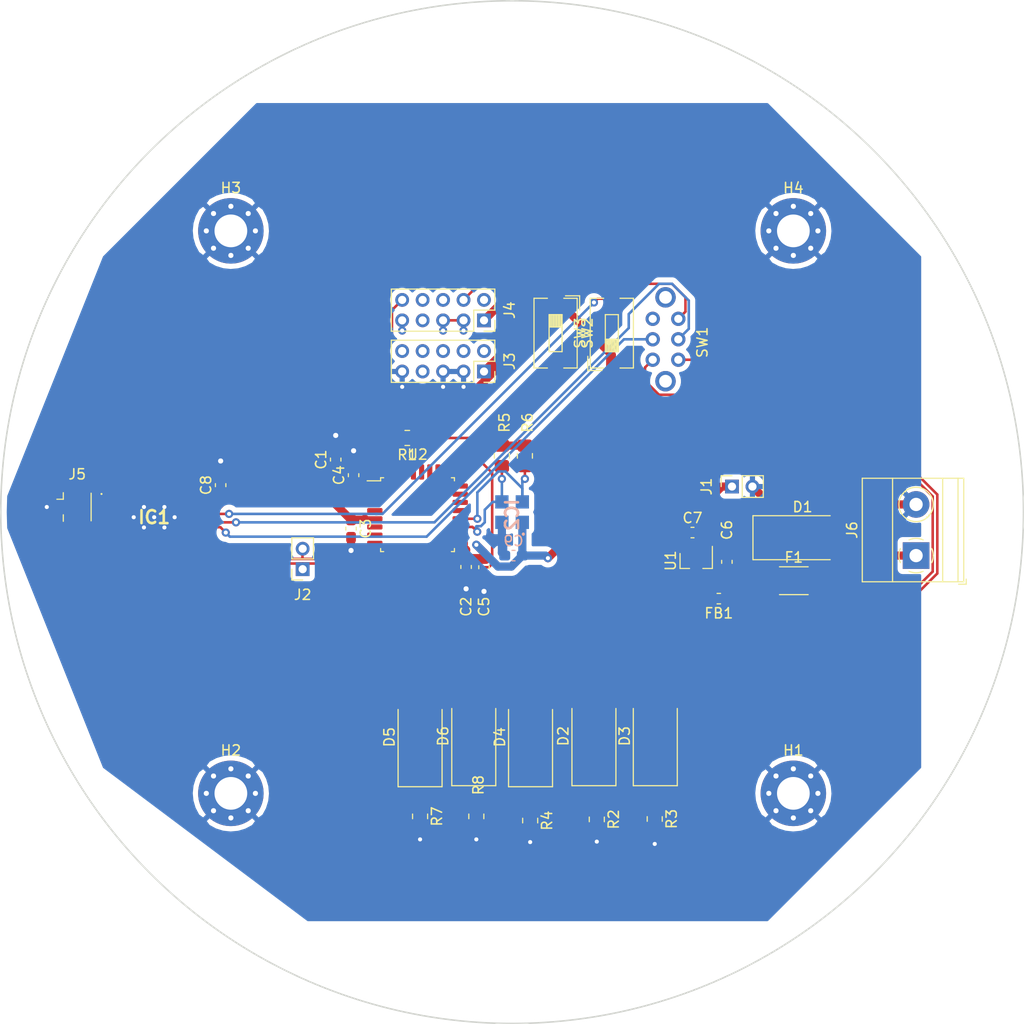
<source format=kicad_pcb>
(kicad_pcb (version 20171130) (host pcbnew "(5.1.10)-1")

  (general
    (thickness 1.6)
    (drawings 4)
    (tracks 287)
    (zones 0)
    (modules 42)
    (nets 80)
  )

  (page A4)
  (layers
    (0 F.Cu signal)
    (31 B.Cu signal hide)
    (32 B.Adhes user)
    (33 F.Adhes user)
    (34 B.Paste user)
    (35 F.Paste user)
    (36 B.SilkS user)
    (37 F.SilkS user)
    (38 B.Mask user)
    (39 F.Mask user)
    (40 Dwgs.User user)
    (41 Cmts.User user)
    (42 Eco1.User user)
    (43 Eco2.User user)
    (44 Edge.Cuts user)
    (45 Margin user)
    (46 B.CrtYd user)
    (47 F.CrtYd user)
    (48 B.Fab user)
    (49 F.Fab user hide)
  )

  (setup
    (last_trace_width 0.25)
    (user_trace_width 0.8)
    (trace_clearance 0.2)
    (zone_clearance 0.508)
    (zone_45_only no)
    (trace_min 0.2)
    (via_size 0.8)
    (via_drill 0.4)
    (via_min_size 0.4)
    (via_min_drill 0.3)
    (uvia_size 0.3)
    (uvia_drill 0.1)
    (uvias_allowed no)
    (uvia_min_size 0.2)
    (uvia_min_drill 0.1)
    (edge_width 0.05)
    (segment_width 0.2)
    (pcb_text_width 0.3)
    (pcb_text_size 1.5 1.5)
    (mod_edge_width 0.12)
    (mod_text_size 1 1)
    (mod_text_width 0.15)
    (pad_size 1.3 1.3)
    (pad_drill 0)
    (pad_to_mask_clearance 0)
    (aux_axis_origin 0 0)
    (grid_origin 146 93)
    (visible_elements 7FFFFFFF)
    (pcbplotparams
      (layerselection 0x010fc_ffffffff)
      (usegerberextensions false)
      (usegerberattributes true)
      (usegerberadvancedattributes true)
      (creategerberjobfile true)
      (excludeedgelayer true)
      (linewidth 0.100000)
      (plotframeref false)
      (viasonmask false)
      (mode 1)
      (useauxorigin false)
      (hpglpennumber 1)
      (hpglpenspeed 20)
      (hpglpendiameter 15.000000)
      (psnegative false)
      (psa4output false)
      (plotreference true)
      (plotvalue true)
      (plotinvisibletext false)
      (padsonsilk false)
      (subtractmaskfromsilk false)
      (outputformat 1)
      (mirror false)
      (drillshape 1)
      (scaleselection 1)
      (outputdirectory ""))
  )

  (net 0 "")
  (net 1 GND)
  (net 2 +3V3)
  (net 3 "Net-(C6-Pad1)")
  (net 4 VCC)
  (net 5 "Net-(D1-Pad1)")
  (net 6 LED_RX)
  (net 7 "Net-(D2-Pad1)")
  (net 8 LED_TX)
  (net 9 "Net-(D3-Pad1)")
  (net 10 "Net-(D4-Pad1)")
  (net 11 "Net-(D4-Pad2)")
  (net 12 "Net-(D5-Pad1)")
  (net 13 CPU_LED)
  (net 14 "Net-(D6-Pad1)")
  (net 15 RADIO_LED)
  (net 16 "Net-(F1-Pad2)")
  (net 17 "Net-(IC1-Pad3)")
  (net 18 "Net-(IC1-Pad5)")
  (net 19 "Net-(IC1-Pad7)")
  (net 20 "Net-(IC1-Pad8)")
  (net 21 "Net-(IC1-Pad9)")
  (net 22 "Net-(IC1-Pad10)")
  (net 23 "Net-(IC1-Pad11)")
  (net 24 "Net-(IC1-Pad12)")
  (net 25 "Net-(IC1-Pad13)")
  (net 26 "Net-(IC1-Pad14)")
  (net 27 "Net-(IC1-Pad15)")
  (net 28 "Net-(IC1-Pad16)")
  (net 29 DEEP_SLEEP_WAKUP)
  (net 30 LPUART1_TX)
  (net 31 LPUART1_RX)
  (net 32 RX_LED+DBG_DATA)
  (net 33 TX_LED+DBG_CLK)
  (net 34 DBG_EN)
  (net 35 RESET_N)
  (net 36 "Net-(IC1-Pad28)")
  (net 37 "Net-(IC1-Pad29)")
  (net 38 "Net-(IC1-Pad30)")
  (net 39 "Net-(IC1-Pad31)")
  (net 40 "Net-(IC1-Pad32)")
  (net 41 "Net-(IC1-Pad33)")
  (net 42 "Net-(IC1-Pad34)")
  (net 43 "Net-(IC1-Pad35)")
  (net 44 "Net-(IC1-Pad36)")
  (net 45 "Net-(IC1-Pad37)")
  (net 46 "Net-(IC1-Pad38)")
  (net 47 PRESSURE_SCL)
  (net 48 PRESSURE_SDA)
  (net 49 SWDIO)
  (net 50 SWCLK)
  (net 51 "Net-(J3-Pad6)")
  (net 52 "Net-(J3-Pad7)")
  (net 53 "Net-(J3-Pad8)")
  (net 54 NRST)
  (net 55 "Net-(J4-Pad3)")
  (net 56 "Net-(J4-Pad8)")
  (net 57 "Net-(J4-Pad7)")
  (net 58 "Net-(J4-Pad6)")
  (net 59 TS_DBG_CLK)
  (net 60 TS_DBG_DATA)
  (net 61 BOOT0)
  (net 62 "Net-(U2-Pad2)")
  (net 63 "Net-(U2-Pad3)")
  (net 64 "Net-(U2-Pad6)")
  (net 65 "Net-(U2-Pad7)")
  (net 66 "Net-(U2-Pad10)")
  (net 67 "Net-(U2-Pad11)")
  (net 68 "Net-(U2-Pad12)")
  (net 69 "Net-(U2-Pad13)")
  (net 70 "Net-(U2-Pad14)")
  (net 71 "Net-(U2-Pad18)")
  (net 72 "Net-(U2-Pad21)")
  (net 73 "Net-(U2-Pad22)")
  (net 74 "Net-(U2-Pad25)")
  (net 75 "Net-(U2-Pad26)")
  (net 76 "Net-(U2-Pad27)")
  (net 77 "Net-(U2-Pad28)")
  (net 78 "Net-(U2-Pad29)")
  (net 79 "Net-(U2-Pad30)")

  (net_class Default "This is the default net class."
    (clearance 0.2)
    (trace_width 0.25)
    (via_dia 0.8)
    (via_drill 0.4)
    (uvia_dia 0.3)
    (uvia_drill 0.1)
    (add_net BOOT0)
    (add_net CPU_LED)
    (add_net DBG_EN)
    (add_net DEEP_SLEEP_WAKUP)
    (add_net LED_RX)
    (add_net LED_TX)
    (add_net LPUART1_RX)
    (add_net LPUART1_TX)
    (add_net NRST)
    (add_net "Net-(C6-Pad1)")
    (add_net "Net-(D1-Pad1)")
    (add_net "Net-(D2-Pad1)")
    (add_net "Net-(D3-Pad1)")
    (add_net "Net-(D4-Pad1)")
    (add_net "Net-(D4-Pad2)")
    (add_net "Net-(D5-Pad1)")
    (add_net "Net-(D6-Pad1)")
    (add_net "Net-(F1-Pad2)")
    (add_net "Net-(IC1-Pad10)")
    (add_net "Net-(IC1-Pad11)")
    (add_net "Net-(IC1-Pad12)")
    (add_net "Net-(IC1-Pad13)")
    (add_net "Net-(IC1-Pad14)")
    (add_net "Net-(IC1-Pad15)")
    (add_net "Net-(IC1-Pad16)")
    (add_net "Net-(IC1-Pad28)")
    (add_net "Net-(IC1-Pad29)")
    (add_net "Net-(IC1-Pad3)")
    (add_net "Net-(IC1-Pad30)")
    (add_net "Net-(IC1-Pad31)")
    (add_net "Net-(IC1-Pad32)")
    (add_net "Net-(IC1-Pad33)")
    (add_net "Net-(IC1-Pad34)")
    (add_net "Net-(IC1-Pad35)")
    (add_net "Net-(IC1-Pad36)")
    (add_net "Net-(IC1-Pad37)")
    (add_net "Net-(IC1-Pad38)")
    (add_net "Net-(IC1-Pad5)")
    (add_net "Net-(IC1-Pad7)")
    (add_net "Net-(IC1-Pad8)")
    (add_net "Net-(IC1-Pad9)")
    (add_net "Net-(J3-Pad6)")
    (add_net "Net-(J3-Pad7)")
    (add_net "Net-(J3-Pad8)")
    (add_net "Net-(J4-Pad3)")
    (add_net "Net-(J4-Pad6)")
    (add_net "Net-(J4-Pad7)")
    (add_net "Net-(J4-Pad8)")
    (add_net "Net-(U2-Pad10)")
    (add_net "Net-(U2-Pad11)")
    (add_net "Net-(U2-Pad12)")
    (add_net "Net-(U2-Pad13)")
    (add_net "Net-(U2-Pad14)")
    (add_net "Net-(U2-Pad18)")
    (add_net "Net-(U2-Pad2)")
    (add_net "Net-(U2-Pad21)")
    (add_net "Net-(U2-Pad22)")
    (add_net "Net-(U2-Pad25)")
    (add_net "Net-(U2-Pad26)")
    (add_net "Net-(U2-Pad27)")
    (add_net "Net-(U2-Pad28)")
    (add_net "Net-(U2-Pad29)")
    (add_net "Net-(U2-Pad3)")
    (add_net "Net-(U2-Pad30)")
    (add_net "Net-(U2-Pad6)")
    (add_net "Net-(U2-Pad7)")
    (add_net PRESSURE_SCL)
    (add_net PRESSURE_SDA)
    (add_net RADIO_LED)
    (add_net RESET_N)
    (add_net RX_LED+DBG_DATA)
    (add_net SWCLK)
    (add_net SWDIO)
    (add_net TS_DBG_CLK)
    (add_net TS_DBG_DATA)
    (add_net TX_LED+DBG_CLK)
    (add_net VCC)
  )

  (net_class GND ""
    (clearance 0.2)
    (trace_width 0.4)
    (via_dia 0.8)
    (via_drill 0.4)
    (uvia_dia 0.3)
    (uvia_drill 0.1)
    (add_net GND)
  )

  (net_class Power ""
    (clearance 0.2)
    (trace_width 0.8)
    (via_dia 0.8)
    (via_drill 0.4)
    (uvia_dia 0.3)
    (uvia_drill 0.1)
    (add_net +3V3)
  )

  (module SamacSys_Parts:MS584002BA01 (layer B.Cu) (tedit 0) (tstamp 60D8715B)
    (at 146 93 90)
    (descr MS5840-02BA01-1)
    (tags "Integrated Circuit")
    (path /60D23D30)
    (attr smd)
    (fp_text reference IC2 (at -0.275 0 90) (layer B.SilkS)
      (effects (font (size 1.27 1.27) (thickness 0.254)) (justify mirror))
    )
    (fp_text value MS5840-02BA01 (at -0.275 0 90) (layer B.SilkS) hide
      (effects (font (size 1.27 1.27) (thickness 0.254)) (justify mirror))
    )
    (fp_line (start -1.65 1.65) (end 1.65 1.65) (layer B.Fab) (width 0.2))
    (fp_line (start 1.65 1.65) (end 1.65 -1.65) (layer B.Fab) (width 0.2))
    (fp_line (start 1.65 -1.65) (end -1.65 -1.65) (layer B.Fab) (width 0.2))
    (fp_line (start -1.65 -1.65) (end -1.65 1.65) (layer B.Fab) (width 0.2))
    (fp_line (start -3.2 -2.65) (end 2.65 -2.65) (layer B.CrtYd) (width 0.1))
    (fp_line (start 2.65 -2.65) (end 2.65 2.65) (layer B.CrtYd) (width 0.1))
    (fp_line (start 2.65 2.65) (end -3.2 2.65) (layer B.CrtYd) (width 0.1))
    (fp_line (start -3.2 2.65) (end -3.2 -2.65) (layer B.CrtYd) (width 0.1))
    (fp_line (start -2.2 1.1) (end -2.2 1.1) (layer B.SilkS) (width 0.2))
    (fp_line (start -2.1 1.1) (end -2.1 1.1) (layer B.SilkS) (width 0.2))
    (fp_line (start -2.2 1.1) (end -2.2 1.1) (layer B.SilkS) (width 0.2))
    (fp_text user %R (at -0.275 0 90) (layer B.Fab)
      (effects (font (size 1.27 1.27) (thickness 0.254)) (justify mirror))
    )
    (fp_arc (start -2.15 1.1) (end -2.2 1.1) (angle 180) (layer B.SilkS) (width 0.2))
    (fp_arc (start -2.15 1.1) (end -2.1 1.1) (angle 180) (layer B.SilkS) (width 0.2))
    (fp_arc (start -2.15 1.1) (end -2.2 1.1) (angle 180) (layer B.SilkS) (width 0.2))
    (pad 1 smd rect (at -1 1) (size 1.3 1.3) (layers B.Cu B.Paste B.Mask)
      (net 2 +3V3))
    (pad 2 smd rect (at -1 -1) (size 1.3 1.3) (layers B.Cu B.Paste B.Mask)
      (net 1 GND))
    (pad 3 smd rect (at 1 -1) (size 1.3 1.3) (layers B.Cu B.Paste B.Mask)
      (net 47 PRESSURE_SCL))
    (pad 4 smd rect (at 1 1) (size 1.3 1.3) (layers B.Cu B.Paste B.Mask)
      (net 48 PRESSURE_SDA))
    (model "C:\\Users\\cianv\\Documents\\kicad libarys\\SamacSys_Parts.3dshapes\\MS5840-02BA01.stp"
      (at (xyz 0 0 0))
      (scale (xyz 1 1 1))
      (rotate (xyz 0 0 0))
    )
  )

  (module Cust_Footprints:SW_DPDT_SK-22D07-G_4_NS_PA (layer F.Cu) (tedit 60D8A764) (tstamp 60D87288)
    (at 161 72 270)
    (descr "KSA http://www.ckswitches.com/media/1457/ksa_ksl.pdf")
    (tags "SWITCH SMD KSA SW")
    (path /60D8C182)
    (fp_text reference SW1 (at 4.4 -3.6 90) (layer F.SilkS)
      (effects (font (size 1 1) (thickness 0.15)))
    )
    (fp_text value SW_Push_DPDT (at 3.8 3.8 90) (layer F.Fab)
      (effects (font (size 1 1) (thickness 0.15)))
    )
    (pad 6 thru_hole circle (at 6.1 1.25 270) (size 1.4 1.4) (drill 0.8) (layers *.Cu *.Mask)
      (net 6 LED_RX))
    (pad 5 thru_hole circle (at 4.1 1.25 270) (size 1.4 1.4) (drill 0.8) (layers *.Cu *.Mask)
      (net 32 RX_LED+DBG_DATA))
    (pad 4 thru_hole circle (at 2.1 1.25 270) (size 1.4 1.4) (drill 0.8) (layers *.Cu *.Mask)
      (net 60 TS_DBG_DATA))
    (pad 3 thru_hole circle (at 6.1 -1.25 270) (size 1.4 1.4) (drill 0.8) (layers *.Cu *.Mask)
      (net 8 LED_TX))
    (pad 2 thru_hole circle (at 4.1 -1.25 270) (size 1.4 1.4) (drill 0.8) (layers *.Cu *.Mask)
      (net 33 TX_LED+DBG_CLK))
    (pad 1 thru_hole circle (at 2.1 -1.25 270) (size 1.4 1.4) (drill 0.8) (layers *.Cu *.Mask)
      (net 59 TS_DBG_CLK))
    (pad 7 thru_hole circle (at 8.2 0 270) (size 2 2) (drill 1.25) (layers *.Cu *.Mask))
    (pad 8 thru_hole circle (at 0 0 270) (size 2 2) (drill 1.25) (layers *.Cu *.Mask))
    (model ${KISYS3DMOD}/Button_Switch_THT.3dshapes/KSA_Tactile_SPST.wrl
      (at (xyz 0 0 0))
      (scale (xyz 1 1 1))
      (rotate (xyz 0 0 0))
    )
  )

  (module Resistor_SMD:R_0805_2012Metric_Pad1.20x1.40mm_HandSolder (layer F.Cu) (tedit 5F68FEEE) (tstamp 60D87238)
    (at 147.7653 123.1592 270)
    (descr "Resistor SMD 0805 (2012 Metric), square (rectangular) end terminal, IPC_7351 nominal with elongated pad for handsoldering. (Body size source: IPC-SM-782 page 72, https://www.pcb-3d.com/wordpress/wp-content/uploads/ipc-sm-782a_amendment_1_and_2.pdf), generated with kicad-footprint-generator")
    (tags "resistor handsolder")
    (path /60CD2F20)
    (attr smd)
    (fp_text reference R4 (at 0 -1.65 90) (layer F.SilkS)
      (effects (font (size 1 1) (thickness 0.15)))
    )
    (fp_text value R (at 0 1.65 90) (layer F.Fab)
      (effects (font (size 1 1) (thickness 0.15)))
    )
    (fp_line (start 1.85 0.95) (end -1.85 0.95) (layer F.CrtYd) (width 0.05))
    (fp_line (start 1.85 -0.95) (end 1.85 0.95) (layer F.CrtYd) (width 0.05))
    (fp_line (start -1.85 -0.95) (end 1.85 -0.95) (layer F.CrtYd) (width 0.05))
    (fp_line (start -1.85 0.95) (end -1.85 -0.95) (layer F.CrtYd) (width 0.05))
    (fp_line (start -0.227064 0.735) (end 0.227064 0.735) (layer F.SilkS) (width 0.12))
    (fp_line (start -0.227064 -0.735) (end 0.227064 -0.735) (layer F.SilkS) (width 0.12))
    (fp_line (start 1 0.625) (end -1 0.625) (layer F.Fab) (width 0.1))
    (fp_line (start 1 -0.625) (end 1 0.625) (layer F.Fab) (width 0.1))
    (fp_line (start -1 -0.625) (end 1 -0.625) (layer F.Fab) (width 0.1))
    (fp_line (start -1 0.625) (end -1 -0.625) (layer F.Fab) (width 0.1))
    (fp_text user %R (at 0 0 90) (layer F.Fab)
      (effects (font (size 0.5 0.5) (thickness 0.08)))
    )
    (pad 2 smd roundrect (at 1 0 270) (size 1.2 1.4) (layers F.Cu F.Paste F.Mask) (roundrect_rratio 0.208333)
      (net 1 GND))
    (pad 1 smd roundrect (at -1 0 270) (size 1.2 1.4) (layers F.Cu F.Paste F.Mask) (roundrect_rratio 0.208333)
      (net 10 "Net-(D4-Pad1)"))
    (model ${KISYS3DMOD}/Resistor_SMD.3dshapes/R_0805_2012Metric.wrl
      (at (xyz 0 0 0))
      (scale (xyz 1 1 1))
      (rotate (xyz 0 0 0))
    )
  )

  (module Resistor_SMD:R_0805_2012Metric_Pad1.20x1.40mm_HandSolder (layer F.Cu) (tedit 5F68FEEE) (tstamp 60D87227)
    (at 159.9446 123.00426 270)
    (descr "Resistor SMD 0805 (2012 Metric), square (rectangular) end terminal, IPC_7351 nominal with elongated pad for handsoldering. (Body size source: IPC-SM-782 page 72, https://www.pcb-3d.com/wordpress/wp-content/uploads/ipc-sm-782a_amendment_1_and_2.pdf), generated with kicad-footprint-generator")
    (tags "resistor handsolder")
    (path /60DB9A45)
    (attr smd)
    (fp_text reference R3 (at 0 -1.65 90) (layer F.SilkS)
      (effects (font (size 1 1) (thickness 0.15)))
    )
    (fp_text value 2k (at 0 1.65 90) (layer F.Fab)
      (effects (font (size 1 1) (thickness 0.15)))
    )
    (fp_line (start -1 0.625) (end -1 -0.625) (layer F.Fab) (width 0.1))
    (fp_line (start -1 -0.625) (end 1 -0.625) (layer F.Fab) (width 0.1))
    (fp_line (start 1 -0.625) (end 1 0.625) (layer F.Fab) (width 0.1))
    (fp_line (start 1 0.625) (end -1 0.625) (layer F.Fab) (width 0.1))
    (fp_line (start -0.227064 -0.735) (end 0.227064 -0.735) (layer F.SilkS) (width 0.12))
    (fp_line (start -0.227064 0.735) (end 0.227064 0.735) (layer F.SilkS) (width 0.12))
    (fp_line (start -1.85 0.95) (end -1.85 -0.95) (layer F.CrtYd) (width 0.05))
    (fp_line (start -1.85 -0.95) (end 1.85 -0.95) (layer F.CrtYd) (width 0.05))
    (fp_line (start 1.85 -0.95) (end 1.85 0.95) (layer F.CrtYd) (width 0.05))
    (fp_line (start 1.85 0.95) (end -1.85 0.95) (layer F.CrtYd) (width 0.05))
    (fp_text user %R (at 0 0 90) (layer F.Fab)
      (effects (font (size 0.5 0.5) (thickness 0.08)))
    )
    (pad 1 smd roundrect (at -1 0 270) (size 1.2 1.4) (layers F.Cu F.Paste F.Mask) (roundrect_rratio 0.208333)
      (net 9 "Net-(D3-Pad1)"))
    (pad 2 smd roundrect (at 1 0 270) (size 1.2 1.4) (layers F.Cu F.Paste F.Mask) (roundrect_rratio 0.208333)
      (net 1 GND))
    (model ${KISYS3DMOD}/Resistor_SMD.3dshapes/R_0805_2012Metric.wrl
      (at (xyz 0 0 0))
      (scale (xyz 1 1 1))
      (rotate (xyz 0 0 0))
    )
  )

  (module Diode_SMD:D_SMA-SMB_Universal_Handsoldering (layer F.Cu) (tedit 5864381A) (tstamp 60D87035)
    (at 154 114.9 90)
    (descr "Diode, Universal, SMA (DO-214AC) or SMB (DO-214AA), Handsoldering,")
    (tags "Diode Universal SMA (DO-214AC) SMB (DO-214AA) Handsoldering ")
    (path /60DB5358)
    (attr smd)
    (fp_text reference D2 (at 0 -3 90) (layer F.SilkS)
      (effects (font (size 1 1) (thickness 0.15)))
    )
    (fp_text value YELLOW (at 0 3.1 90) (layer F.Fab)
      (effects (font (size 1 1) (thickness 0.15)))
    )
    (fp_line (start -4.85 -2.15) (end 2.7 -2.15) (layer F.SilkS) (width 0.12))
    (fp_line (start -4.85 2.15) (end 2.7 2.15) (layer F.SilkS) (width 0.12))
    (fp_line (start -0.64944 0.00102) (end 0.50118 -0.79908) (layer F.Fab) (width 0.1))
    (fp_line (start -0.64944 0.00102) (end 0.50118 0.75032) (layer F.Fab) (width 0.1))
    (fp_line (start 0.50118 0.75032) (end 0.50118 -0.79908) (layer F.Fab) (width 0.1))
    (fp_line (start -0.64944 -0.79908) (end -0.64944 0.80112) (layer F.Fab) (width 0.1))
    (fp_line (start 0.50118 0.00102) (end 1.4994 0.00102) (layer F.Fab) (width 0.1))
    (fp_line (start -0.64944 0.00102) (end -1.55114 0.00102) (layer F.Fab) (width 0.1))
    (fp_line (start -4.95 2.25) (end -4.95 -2.25) (layer F.CrtYd) (width 0.05))
    (fp_line (start 4.95 2.25) (end -4.95 2.25) (layer F.CrtYd) (width 0.05))
    (fp_line (start 4.95 -2.25) (end 4.95 2.25) (layer F.CrtYd) (width 0.05))
    (fp_line (start -4.95 -2.25) (end 4.95 -2.25) (layer F.CrtYd) (width 0.05))
    (fp_line (start 2.3 -1.5) (end -2.3 -1.5) (layer F.Fab) (width 0.1))
    (fp_line (start 2.3 -1.5) (end 2.3 1.5) (layer F.Fab) (width 0.1))
    (fp_line (start -2.3 1.5) (end -2.3 -1.5) (layer F.Fab) (width 0.1))
    (fp_line (start 2.3 1.5) (end -2.3 1.5) (layer F.Fab) (width 0.1))
    (fp_line (start 2.3 -2) (end -2.3 -2) (layer F.Fab) (width 0.1))
    (fp_line (start 2.3 -2) (end 2.3 2) (layer F.Fab) (width 0.1))
    (fp_line (start -2.3 2) (end -2.3 -2) (layer F.Fab) (width 0.1))
    (fp_line (start 2.3 2) (end -2.3 2) (layer F.Fab) (width 0.1))
    (fp_line (start -4.85 -2.15) (end -4.85 2.15) (layer F.SilkS) (width 0.12))
    (fp_text user %R (at 0 -3 90) (layer F.Fab)
      (effects (font (size 1 1) (thickness 0.15)))
    )
    (pad 2 smd trapezoid (at 2.9 0 270) (size 3.6 1.7) (rect_delta 0.6 0 ) (layers F.Cu F.Paste F.Mask)
      (net 6 LED_RX))
    (pad 1 smd trapezoid (at -2.9 0 90) (size 3.6 1.7) (rect_delta 0.6 0 ) (layers F.Cu F.Paste F.Mask)
      (net 7 "Net-(D2-Pad1)"))
    (model ${KISYS3DMOD}/Diode_SMD.3dshapes/D_SMB.wrl
      (at (xyz 0 0 0))
      (scale (xyz 1 1 1))
      (rotate (xyz 0 0 0))
    )
  )

  (module Diode_SMD:D_SMA-SMB_Universal_Handsoldering (layer F.Cu) (tedit 5864381A) (tstamp 60D87051)
    (at 160 114.9 90)
    (descr "Diode, Universal, SMA (DO-214AC) or SMB (DO-214AA), Handsoldering,")
    (tags "Diode Universal SMA (DO-214AC) SMB (DO-214AA) Handsoldering ")
    (path /60DB949E)
    (attr smd)
    (fp_text reference D3 (at 0 -3 90) (layer F.SilkS)
      (effects (font (size 1 1) (thickness 0.15)))
    )
    (fp_text value YELLOW (at 0 3.1 90) (layer F.Fab)
      (effects (font (size 1 1) (thickness 0.15)))
    )
    (fp_line (start -4.85 -2.15) (end 2.7 -2.15) (layer F.SilkS) (width 0.12))
    (fp_line (start -4.85 2.15) (end 2.7 2.15) (layer F.SilkS) (width 0.12))
    (fp_line (start -0.64944 0.00102) (end 0.50118 -0.79908) (layer F.Fab) (width 0.1))
    (fp_line (start -0.64944 0.00102) (end 0.50118 0.75032) (layer F.Fab) (width 0.1))
    (fp_line (start 0.50118 0.75032) (end 0.50118 -0.79908) (layer F.Fab) (width 0.1))
    (fp_line (start -0.64944 -0.79908) (end -0.64944 0.80112) (layer F.Fab) (width 0.1))
    (fp_line (start 0.50118 0.00102) (end 1.4994 0.00102) (layer F.Fab) (width 0.1))
    (fp_line (start -0.64944 0.00102) (end -1.55114 0.00102) (layer F.Fab) (width 0.1))
    (fp_line (start -4.95 2.25) (end -4.95 -2.25) (layer F.CrtYd) (width 0.05))
    (fp_line (start 4.95 2.25) (end -4.95 2.25) (layer F.CrtYd) (width 0.05))
    (fp_line (start 4.95 -2.25) (end 4.95 2.25) (layer F.CrtYd) (width 0.05))
    (fp_line (start -4.95 -2.25) (end 4.95 -2.25) (layer F.CrtYd) (width 0.05))
    (fp_line (start 2.3 -1.5) (end -2.3 -1.5) (layer F.Fab) (width 0.1))
    (fp_line (start 2.3 -1.5) (end 2.3 1.5) (layer F.Fab) (width 0.1))
    (fp_line (start -2.3 1.5) (end -2.3 -1.5) (layer F.Fab) (width 0.1))
    (fp_line (start 2.3 1.5) (end -2.3 1.5) (layer F.Fab) (width 0.1))
    (fp_line (start 2.3 -2) (end -2.3 -2) (layer F.Fab) (width 0.1))
    (fp_line (start 2.3 -2) (end 2.3 2) (layer F.Fab) (width 0.1))
    (fp_line (start -2.3 2) (end -2.3 -2) (layer F.Fab) (width 0.1))
    (fp_line (start 2.3 2) (end -2.3 2) (layer F.Fab) (width 0.1))
    (fp_line (start -4.85 -2.15) (end -4.85 2.15) (layer F.SilkS) (width 0.12))
    (fp_text user %R (at 0 -3 90) (layer F.Fab)
      (effects (font (size 1 1) (thickness 0.15)))
    )
    (pad 2 smd trapezoid (at 2.9 0 270) (size 3.6 1.7) (rect_delta 0.6 0 ) (layers F.Cu F.Paste F.Mask)
      (net 8 LED_TX))
    (pad 1 smd trapezoid (at -2.9 0 90) (size 3.6 1.7) (rect_delta 0.6 0 ) (layers F.Cu F.Paste F.Mask)
      (net 9 "Net-(D3-Pad1)"))
    (model ${KISYS3DMOD}/Diode_SMD.3dshapes/D_SMB.wrl
      (at (xyz 0 0 0))
      (scale (xyz 1 1 1))
      (rotate (xyz 0 0 0))
    )
  )

  (module Diode_SMD:D_SMA-SMB_Universal_Handsoldering (layer F.Cu) (tedit 5864381A) (tstamp 60D870A5)
    (at 142.25 114.9 90)
    (descr "Diode, Universal, SMA (DO-214AC) or SMB (DO-214AA), Handsoldering,")
    (tags "Diode Universal SMA (DO-214AC) SMB (DO-214AA) Handsoldering ")
    (path /60DEFB72)
    (attr smd)
    (fp_text reference D6 (at 0 -3 90) (layer F.SilkS)
      (effects (font (size 1 1) (thickness 0.15)))
    )
    (fp_text value RED (at 0 3.1 90) (layer F.Fab)
      (effects (font (size 1 1) (thickness 0.15)))
    )
    (fp_line (start -4.85 -2.15) (end -4.85 2.15) (layer F.SilkS) (width 0.12))
    (fp_line (start 2.3 2) (end -2.3 2) (layer F.Fab) (width 0.1))
    (fp_line (start -2.3 2) (end -2.3 -2) (layer F.Fab) (width 0.1))
    (fp_line (start 2.3 -2) (end 2.3 2) (layer F.Fab) (width 0.1))
    (fp_line (start 2.3 -2) (end -2.3 -2) (layer F.Fab) (width 0.1))
    (fp_line (start 2.3 1.5) (end -2.3 1.5) (layer F.Fab) (width 0.1))
    (fp_line (start -2.3 1.5) (end -2.3 -1.5) (layer F.Fab) (width 0.1))
    (fp_line (start 2.3 -1.5) (end 2.3 1.5) (layer F.Fab) (width 0.1))
    (fp_line (start 2.3 -1.5) (end -2.3 -1.5) (layer F.Fab) (width 0.1))
    (fp_line (start -4.95 -2.25) (end 4.95 -2.25) (layer F.CrtYd) (width 0.05))
    (fp_line (start 4.95 -2.25) (end 4.95 2.25) (layer F.CrtYd) (width 0.05))
    (fp_line (start 4.95 2.25) (end -4.95 2.25) (layer F.CrtYd) (width 0.05))
    (fp_line (start -4.95 2.25) (end -4.95 -2.25) (layer F.CrtYd) (width 0.05))
    (fp_line (start -0.64944 0.00102) (end -1.55114 0.00102) (layer F.Fab) (width 0.1))
    (fp_line (start 0.50118 0.00102) (end 1.4994 0.00102) (layer F.Fab) (width 0.1))
    (fp_line (start -0.64944 -0.79908) (end -0.64944 0.80112) (layer F.Fab) (width 0.1))
    (fp_line (start 0.50118 0.75032) (end 0.50118 -0.79908) (layer F.Fab) (width 0.1))
    (fp_line (start -0.64944 0.00102) (end 0.50118 0.75032) (layer F.Fab) (width 0.1))
    (fp_line (start -0.64944 0.00102) (end 0.50118 -0.79908) (layer F.Fab) (width 0.1))
    (fp_line (start -4.85 2.15) (end 2.7 2.15) (layer F.SilkS) (width 0.12))
    (fp_line (start -4.85 -2.15) (end 2.7 -2.15) (layer F.SilkS) (width 0.12))
    (fp_text user %R (at 0 -3 90) (layer F.Fab)
      (effects (font (size 1 1) (thickness 0.15)))
    )
    (pad 1 smd trapezoid (at -2.9 0 90) (size 3.6 1.7) (rect_delta 0.6 0 ) (layers F.Cu F.Paste F.Mask)
      (net 14 "Net-(D6-Pad1)"))
    (pad 2 smd trapezoid (at 2.9 0 270) (size 3.6 1.7) (rect_delta 0.6 0 ) (layers F.Cu F.Paste F.Mask)
      (net 15 RADIO_LED))
    (model ${KISYS3DMOD}/Diode_SMD.3dshapes/D_SMB.wrl
      (at (xyz 0 0 0))
      (scale (xyz 1 1 1))
      (rotate (xyz 0 0 0))
    )
  )

  (module Diode_SMD:D_SMA-SMB_Universal_Handsoldering (layer F.Cu) (tedit 5864381A) (tstamp 60D8706D)
    (at 147.8 115 90)
    (descr "Diode, Universal, SMA (DO-214AC) or SMB (DO-214AA), Handsoldering,")
    (tags "Diode Universal SMA (DO-214AC) SMB (DO-214AA) Handsoldering ")
    (path /60CD3654)
    (attr smd)
    (fp_text reference D4 (at 0 -3 90) (layer F.SilkS)
      (effects (font (size 1 1) (thickness 0.15)))
    )
    (fp_text value LED (at 0 3.1 90) (layer F.Fab)
      (effects (font (size 1 1) (thickness 0.15)))
    )
    (fp_line (start -4.85 -2.15) (end -4.85 2.15) (layer F.SilkS) (width 0.12))
    (fp_line (start 2.3 2) (end -2.3 2) (layer F.Fab) (width 0.1))
    (fp_line (start -2.3 2) (end -2.3 -2) (layer F.Fab) (width 0.1))
    (fp_line (start 2.3 -2) (end 2.3 2) (layer F.Fab) (width 0.1))
    (fp_line (start 2.3 -2) (end -2.3 -2) (layer F.Fab) (width 0.1))
    (fp_line (start 2.3 1.5) (end -2.3 1.5) (layer F.Fab) (width 0.1))
    (fp_line (start -2.3 1.5) (end -2.3 -1.5) (layer F.Fab) (width 0.1))
    (fp_line (start 2.3 -1.5) (end 2.3 1.5) (layer F.Fab) (width 0.1))
    (fp_line (start 2.3 -1.5) (end -2.3 -1.5) (layer F.Fab) (width 0.1))
    (fp_line (start -4.95 -2.25) (end 4.95 -2.25) (layer F.CrtYd) (width 0.05))
    (fp_line (start 4.95 -2.25) (end 4.95 2.25) (layer F.CrtYd) (width 0.05))
    (fp_line (start 4.95 2.25) (end -4.95 2.25) (layer F.CrtYd) (width 0.05))
    (fp_line (start -4.95 2.25) (end -4.95 -2.25) (layer F.CrtYd) (width 0.05))
    (fp_line (start -0.64944 0.00102) (end -1.55114 0.00102) (layer F.Fab) (width 0.1))
    (fp_line (start 0.50118 0.00102) (end 1.4994 0.00102) (layer F.Fab) (width 0.1))
    (fp_line (start -0.64944 -0.79908) (end -0.64944 0.80112) (layer F.Fab) (width 0.1))
    (fp_line (start 0.50118 0.75032) (end 0.50118 -0.79908) (layer F.Fab) (width 0.1))
    (fp_line (start -0.64944 0.00102) (end 0.50118 0.75032) (layer F.Fab) (width 0.1))
    (fp_line (start -0.64944 0.00102) (end 0.50118 -0.79908) (layer F.Fab) (width 0.1))
    (fp_line (start -4.85 2.15) (end 2.7 2.15) (layer F.SilkS) (width 0.12))
    (fp_line (start -4.85 -2.15) (end 2.7 -2.15) (layer F.SilkS) (width 0.12))
    (fp_text user %R (at 0 -3 90) (layer F.Fab)
      (effects (font (size 1 1) (thickness 0.15)))
    )
    (pad 1 smd trapezoid (at -2.9 0 90) (size 3.6 1.7) (rect_delta 0.6 0 ) (layers F.Cu F.Paste F.Mask)
      (net 10 "Net-(D4-Pad1)"))
    (pad 2 smd trapezoid (at 2.9 0 270) (size 3.6 1.7) (rect_delta 0.6 0 ) (layers F.Cu F.Paste F.Mask)
      (net 11 "Net-(D4-Pad2)"))
    (model ${KISYS3DMOD}/Diode_SMD.3dshapes/D_SMB.wrl
      (at (xyz 0 0 0))
      (scale (xyz 1 1 1))
      (rotate (xyz 0 0 0))
    )
  )

  (module Diode_SMD:D_SMA-SMB_Universal_Handsoldering (layer F.Cu) (tedit 5864381A) (tstamp 60D87089)
    (at 137 115 90)
    (descr "Diode, Universal, SMA (DO-214AC) or SMB (DO-214AA), Handsoldering,")
    (tags "Diode Universal SMA (DO-214AC) SMB (DO-214AA) Handsoldering ")
    (path /60DEE2DB)
    (attr smd)
    (fp_text reference D5 (at 0 -3 90) (layer F.SilkS)
      (effects (font (size 1 1) (thickness 0.15)))
    )
    (fp_text value GREEN (at 0 3.1 90) (layer F.Fab)
      (effects (font (size 1 1) (thickness 0.15)))
    )
    (fp_line (start -4.85 -2.15) (end -4.85 2.15) (layer F.SilkS) (width 0.12))
    (fp_line (start 2.3 2) (end -2.3 2) (layer F.Fab) (width 0.1))
    (fp_line (start -2.3 2) (end -2.3 -2) (layer F.Fab) (width 0.1))
    (fp_line (start 2.3 -2) (end 2.3 2) (layer F.Fab) (width 0.1))
    (fp_line (start 2.3 -2) (end -2.3 -2) (layer F.Fab) (width 0.1))
    (fp_line (start 2.3 1.5) (end -2.3 1.5) (layer F.Fab) (width 0.1))
    (fp_line (start -2.3 1.5) (end -2.3 -1.5) (layer F.Fab) (width 0.1))
    (fp_line (start 2.3 -1.5) (end 2.3 1.5) (layer F.Fab) (width 0.1))
    (fp_line (start 2.3 -1.5) (end -2.3 -1.5) (layer F.Fab) (width 0.1))
    (fp_line (start -4.95 -2.25) (end 4.95 -2.25) (layer F.CrtYd) (width 0.05))
    (fp_line (start 4.95 -2.25) (end 4.95 2.25) (layer F.CrtYd) (width 0.05))
    (fp_line (start 4.95 2.25) (end -4.95 2.25) (layer F.CrtYd) (width 0.05))
    (fp_line (start -4.95 2.25) (end -4.95 -2.25) (layer F.CrtYd) (width 0.05))
    (fp_line (start -0.64944 0.00102) (end -1.55114 0.00102) (layer F.Fab) (width 0.1))
    (fp_line (start 0.50118 0.00102) (end 1.4994 0.00102) (layer F.Fab) (width 0.1))
    (fp_line (start -0.64944 -0.79908) (end -0.64944 0.80112) (layer F.Fab) (width 0.1))
    (fp_line (start 0.50118 0.75032) (end 0.50118 -0.79908) (layer F.Fab) (width 0.1))
    (fp_line (start -0.64944 0.00102) (end 0.50118 0.75032) (layer F.Fab) (width 0.1))
    (fp_line (start -0.64944 0.00102) (end 0.50118 -0.79908) (layer F.Fab) (width 0.1))
    (fp_line (start -4.85 2.15) (end 2.7 2.15) (layer F.SilkS) (width 0.12))
    (fp_line (start -4.85 -2.15) (end 2.7 -2.15) (layer F.SilkS) (width 0.12))
    (fp_text user %R (at 0 -3 90) (layer F.Fab)
      (effects (font (size 1 1) (thickness 0.15)))
    )
    (pad 1 smd trapezoid (at -2.9 0 90) (size 3.6 1.7) (rect_delta 0.6 0 ) (layers F.Cu F.Paste F.Mask)
      (net 12 "Net-(D5-Pad1)"))
    (pad 2 smd trapezoid (at 2.9 0 270) (size 3.6 1.7) (rect_delta 0.6 0 ) (layers F.Cu F.Paste F.Mask)
      (net 13 CPU_LED))
    (model ${KISYS3DMOD}/Diode_SMD.3dshapes/D_SMB.wrl
      (at (xyz 0 0 0))
      (scale (xyz 1 1 1))
      (rotate (xyz 0 0 0))
    )
  )

  (module Resistor_SMD:R_0805_2012Metric_Pad1.20x1.40mm_HandSolder (layer F.Cu) (tedit 5F68FEEE) (tstamp 60D87216)
    (at 154.2804 123.04566 270)
    (descr "Resistor SMD 0805 (2012 Metric), square (rectangular) end terminal, IPC_7351 nominal with elongated pad for handsoldering. (Body size source: IPC-SM-782 page 72, https://www.pcb-3d.com/wordpress/wp-content/uploads/ipc-sm-782a_amendment_1_and_2.pdf), generated with kicad-footprint-generator")
    (tags "resistor handsolder")
    (path /60DB5A42)
    (attr smd)
    (fp_text reference R2 (at 0 -1.65 90) (layer F.SilkS)
      (effects (font (size 1 1) (thickness 0.15)))
    )
    (fp_text value 2k (at 0 1.65 90) (layer F.Fab)
      (effects (font (size 1 1) (thickness 0.15)))
    )
    (fp_line (start 1.85 0.95) (end -1.85 0.95) (layer F.CrtYd) (width 0.05))
    (fp_line (start 1.85 -0.95) (end 1.85 0.95) (layer F.CrtYd) (width 0.05))
    (fp_line (start -1.85 -0.95) (end 1.85 -0.95) (layer F.CrtYd) (width 0.05))
    (fp_line (start -1.85 0.95) (end -1.85 -0.95) (layer F.CrtYd) (width 0.05))
    (fp_line (start -0.227064 0.735) (end 0.227064 0.735) (layer F.SilkS) (width 0.12))
    (fp_line (start -0.227064 -0.735) (end 0.227064 -0.735) (layer F.SilkS) (width 0.12))
    (fp_line (start 1 0.625) (end -1 0.625) (layer F.Fab) (width 0.1))
    (fp_line (start 1 -0.625) (end 1 0.625) (layer F.Fab) (width 0.1))
    (fp_line (start -1 -0.625) (end 1 -0.625) (layer F.Fab) (width 0.1))
    (fp_line (start -1 0.625) (end -1 -0.625) (layer F.Fab) (width 0.1))
    (fp_text user %R (at 0 0 90) (layer F.Fab)
      (effects (font (size 0.5 0.5) (thickness 0.08)))
    )
    (pad 2 smd roundrect (at 1 0 270) (size 1.2 1.4) (layers F.Cu F.Paste F.Mask) (roundrect_rratio 0.208333)
      (net 1 GND))
    (pad 1 smd roundrect (at -1 0 270) (size 1.2 1.4) (layers F.Cu F.Paste F.Mask) (roundrect_rratio 0.208333)
      (net 7 "Net-(D2-Pad1)"))
    (model ${KISYS3DMOD}/Resistor_SMD.3dshapes/R_0805_2012Metric.wrl
      (at (xyz 0 0 0))
      (scale (xyz 1 1 1))
      (rotate (xyz 0 0 0))
    )
  )

  (module Resistor_SMD:R_0805_2012Metric_Pad1.20x1.40mm_HandSolder (layer F.Cu) (tedit 5F68FEEE) (tstamp 60D8726B)
    (at 137 122.75 270)
    (descr "Resistor SMD 0805 (2012 Metric), square (rectangular) end terminal, IPC_7351 nominal with elongated pad for handsoldering. (Body size source: IPC-SM-782 page 72, https://www.pcb-3d.com/wordpress/wp-content/uploads/ipc-sm-782a_amendment_1_and_2.pdf), generated with kicad-footprint-generator")
    (tags "resistor handsolder")
    (path /60DEE8CC)
    (attr smd)
    (fp_text reference R7 (at 0 -1.65 90) (layer F.SilkS)
      (effects (font (size 1 1) (thickness 0.15)))
    )
    (fp_text value 2k (at 0 1.65 90) (layer F.Fab)
      (effects (font (size 1 1) (thickness 0.15)))
    )
    (fp_line (start 1.85 0.95) (end -1.85 0.95) (layer F.CrtYd) (width 0.05))
    (fp_line (start 1.85 -0.95) (end 1.85 0.95) (layer F.CrtYd) (width 0.05))
    (fp_line (start -1.85 -0.95) (end 1.85 -0.95) (layer F.CrtYd) (width 0.05))
    (fp_line (start -1.85 0.95) (end -1.85 -0.95) (layer F.CrtYd) (width 0.05))
    (fp_line (start -0.227064 0.735) (end 0.227064 0.735) (layer F.SilkS) (width 0.12))
    (fp_line (start -0.227064 -0.735) (end 0.227064 -0.735) (layer F.SilkS) (width 0.12))
    (fp_line (start 1 0.625) (end -1 0.625) (layer F.Fab) (width 0.1))
    (fp_line (start 1 -0.625) (end 1 0.625) (layer F.Fab) (width 0.1))
    (fp_line (start -1 -0.625) (end 1 -0.625) (layer F.Fab) (width 0.1))
    (fp_line (start -1 0.625) (end -1 -0.625) (layer F.Fab) (width 0.1))
    (fp_text user %R (at 0 0 90) (layer F.Fab)
      (effects (font (size 0.5 0.5) (thickness 0.08)))
    )
    (pad 2 smd roundrect (at 1 0 270) (size 1.2 1.4) (layers F.Cu F.Paste F.Mask) (roundrect_rratio 0.208333)
      (net 1 GND))
    (pad 1 smd roundrect (at -1 0 270) (size 1.2 1.4) (layers F.Cu F.Paste F.Mask) (roundrect_rratio 0.208333)
      (net 12 "Net-(D5-Pad1)"))
    (model ${KISYS3DMOD}/Resistor_SMD.3dshapes/R_0805_2012Metric.wrl
      (at (xyz 0 0 0))
      (scale (xyz 1 1 1))
      (rotate (xyz 0 0 0))
    )
  )

  (module Resistor_SMD:R_0805_2012Metric_Pad1.20x1.40mm_HandSolder (layer F.Cu) (tedit 5F68FEEE) (tstamp 60D8727C)
    (at 142.5 122.75 270)
    (descr "Resistor SMD 0805 (2012 Metric), square (rectangular) end terminal, IPC_7351 nominal with elongated pad for handsoldering. (Body size source: IPC-SM-782 page 72, https://www.pcb-3d.com/wordpress/wp-content/uploads/ipc-sm-782a_amendment_1_and_2.pdf), generated with kicad-footprint-generator")
    (tags "resistor handsolder")
    (path /60DEEC8B)
    (attr smd)
    (fp_text reference R8 (at -3.06096 -0.2035 90) (layer F.SilkS)
      (effects (font (size 1 1) (thickness 0.15)))
    )
    (fp_text value 2k (at 0 1.65 90) (layer F.Fab)
      (effects (font (size 1 1) (thickness 0.15)))
    )
    (fp_line (start -1 0.625) (end -1 -0.625) (layer F.Fab) (width 0.1))
    (fp_line (start -1 -0.625) (end 1 -0.625) (layer F.Fab) (width 0.1))
    (fp_line (start 1 -0.625) (end 1 0.625) (layer F.Fab) (width 0.1))
    (fp_line (start 1 0.625) (end -1 0.625) (layer F.Fab) (width 0.1))
    (fp_line (start -0.227064 -0.735) (end 0.227064 -0.735) (layer F.SilkS) (width 0.12))
    (fp_line (start -0.227064 0.735) (end 0.227064 0.735) (layer F.SilkS) (width 0.12))
    (fp_line (start -1.85 0.95) (end -1.85 -0.95) (layer F.CrtYd) (width 0.05))
    (fp_line (start -1.85 -0.95) (end 1.85 -0.95) (layer F.CrtYd) (width 0.05))
    (fp_line (start 1.85 -0.95) (end 1.85 0.95) (layer F.CrtYd) (width 0.05))
    (fp_line (start 1.85 0.95) (end -1.85 0.95) (layer F.CrtYd) (width 0.05))
    (fp_text user %R (at 0 0 90) (layer F.Fab)
      (effects (font (size 0.5 0.5) (thickness 0.08)))
    )
    (pad 1 smd roundrect (at -1 0 270) (size 1.2 1.4) (layers F.Cu F.Paste F.Mask) (roundrect_rratio 0.208333)
      (net 14 "Net-(D6-Pad1)"))
    (pad 2 smd roundrect (at 1 0 270) (size 1.2 1.4) (layers F.Cu F.Paste F.Mask) (roundrect_rratio 0.208333)
      (net 1 GND))
    (model ${KISYS3DMOD}/Resistor_SMD.3dshapes/R_0805_2012Metric.wrl
      (at (xyz 0 0 0))
      (scale (xyz 1 1 1))
      (rotate (xyz 0 0 0))
    )
  )

  (module Capacitor_SMD:C_0603_1608Metric_Pad1.08x0.95mm_HandSolder (layer F.Cu) (tedit 5F68FEEF) (tstamp 60D86F75)
    (at 128.75 87.8625 90)
    (descr "Capacitor SMD 0603 (1608 Metric), square (rectangular) end terminal, IPC_7351 nominal with elongated pad for handsoldering. (Body size source: IPC-SM-782 page 76, https://www.pcb-3d.com/wordpress/wp-content/uploads/ipc-sm-782a_amendment_1_and_2.pdf), generated with kicad-footprint-generator")
    (tags "capacitor handsolder")
    (path /60CE80C5)
    (attr smd)
    (fp_text reference C1 (at 0 -1.43 90) (layer F.SilkS)
      (effects (font (size 1 1) (thickness 0.15)))
    )
    (fp_text value 10uF (at 0 1.43 90) (layer F.Fab)
      (effects (font (size 1 1) (thickness 0.15)))
    )
    (fp_line (start 1.65 0.73) (end -1.65 0.73) (layer F.CrtYd) (width 0.05))
    (fp_line (start 1.65 -0.73) (end 1.65 0.73) (layer F.CrtYd) (width 0.05))
    (fp_line (start -1.65 -0.73) (end 1.65 -0.73) (layer F.CrtYd) (width 0.05))
    (fp_line (start -1.65 0.73) (end -1.65 -0.73) (layer F.CrtYd) (width 0.05))
    (fp_line (start -0.146267 0.51) (end 0.146267 0.51) (layer F.SilkS) (width 0.12))
    (fp_line (start -0.146267 -0.51) (end 0.146267 -0.51) (layer F.SilkS) (width 0.12))
    (fp_line (start 0.8 0.4) (end -0.8 0.4) (layer F.Fab) (width 0.1))
    (fp_line (start 0.8 -0.4) (end 0.8 0.4) (layer F.Fab) (width 0.1))
    (fp_line (start -0.8 -0.4) (end 0.8 -0.4) (layer F.Fab) (width 0.1))
    (fp_line (start -0.8 0.4) (end -0.8 -0.4) (layer F.Fab) (width 0.1))
    (fp_text user %R (at 0 0 90) (layer F.Fab)
      (effects (font (size 0.4 0.4) (thickness 0.06)))
    )
    (pad 2 smd roundrect (at 0.8625 0 90) (size 1.075 0.95) (layers F.Cu F.Paste F.Mask) (roundrect_rratio 0.25)
      (net 1 GND))
    (pad 1 smd roundrect (at -0.8625 0 90) (size 1.075 0.95) (layers F.Cu F.Paste F.Mask) (roundrect_rratio 0.25)
      (net 2 +3V3))
    (model ${KISYS3DMOD}/Capacitor_SMD.3dshapes/C_0603_1608Metric.wrl
      (at (xyz 0 0 0))
      (scale (xyz 1 1 1))
      (rotate (xyz 0 0 0))
    )
  )

  (module Capacitor_SMD:C_0603_1608Metric_Pad1.08x0.95mm_HandSolder (layer F.Cu) (tedit 5F68FEEF) (tstamp 60D8B39F)
    (at 141.5 98.3625 270)
    (descr "Capacitor SMD 0603 (1608 Metric), square (rectangular) end terminal, IPC_7351 nominal with elongated pad for handsoldering. (Body size source: IPC-SM-782 page 76, https://www.pcb-3d.com/wordpress/wp-content/uploads/ipc-sm-782a_amendment_1_and_2.pdf), generated with kicad-footprint-generator")
    (tags "capacitor handsolder")
    (path /60CE2B98)
    (attr smd)
    (fp_text reference C2 (at 3.8875 0 90) (layer F.SilkS)
      (effects (font (size 1 1) (thickness 0.15)))
    )
    (fp_text value 100nF (at 0 1.43 90) (layer F.Fab)
      (effects (font (size 1 1) (thickness 0.15)))
    )
    (fp_line (start -0.8 0.4) (end -0.8 -0.4) (layer F.Fab) (width 0.1))
    (fp_line (start -0.8 -0.4) (end 0.8 -0.4) (layer F.Fab) (width 0.1))
    (fp_line (start 0.8 -0.4) (end 0.8 0.4) (layer F.Fab) (width 0.1))
    (fp_line (start 0.8 0.4) (end -0.8 0.4) (layer F.Fab) (width 0.1))
    (fp_line (start -0.146267 -0.51) (end 0.146267 -0.51) (layer F.SilkS) (width 0.12))
    (fp_line (start -0.146267 0.51) (end 0.146267 0.51) (layer F.SilkS) (width 0.12))
    (fp_line (start -1.65 0.73) (end -1.65 -0.73) (layer F.CrtYd) (width 0.05))
    (fp_line (start -1.65 -0.73) (end 1.65 -0.73) (layer F.CrtYd) (width 0.05))
    (fp_line (start 1.65 -0.73) (end 1.65 0.73) (layer F.CrtYd) (width 0.05))
    (fp_line (start 1.65 0.73) (end -1.65 0.73) (layer F.CrtYd) (width 0.05))
    (fp_text user %R (at 0 0 90) (layer F.Fab)
      (effects (font (size 0.4 0.4) (thickness 0.06)))
    )
    (pad 1 smd roundrect (at -0.8625 0 270) (size 1.075 0.95) (layers F.Cu F.Paste F.Mask) (roundrect_rratio 0.25)
      (net 2 +3V3))
    (pad 2 smd roundrect (at 0.8625 0 270) (size 1.075 0.95) (layers F.Cu F.Paste F.Mask) (roundrect_rratio 0.25)
      (net 1 GND))
    (model ${KISYS3DMOD}/Capacitor_SMD.3dshapes/C_0603_1608Metric.wrl
      (at (xyz 0 0 0))
      (scale (xyz 1 1 1))
      (rotate (xyz 0 0 0))
    )
  )

  (module Capacitor_SMD:C_0603_1608Metric_Pad1.08x0.95mm_HandSolder (layer F.Cu) (tedit 5F68FEEF) (tstamp 60D86F97)
    (at 130.25 94.6125 270)
    (descr "Capacitor SMD 0603 (1608 Metric), square (rectangular) end terminal, IPC_7351 nominal with elongated pad for handsoldering. (Body size source: IPC-SM-782 page 76, https://www.pcb-3d.com/wordpress/wp-content/uploads/ipc-sm-782a_amendment_1_and_2.pdf), generated with kicad-footprint-generator")
    (tags "capacitor handsolder")
    (path /60CE48EF)
    (attr smd)
    (fp_text reference C3 (at 0 -1.43 90) (layer F.SilkS)
      (effects (font (size 1 1) (thickness 0.15)))
    )
    (fp_text value 100nF (at 0 1.43 90) (layer F.Fab)
      (effects (font (size 1 1) (thickness 0.15)))
    )
    (fp_line (start -0.8 0.4) (end -0.8 -0.4) (layer F.Fab) (width 0.1))
    (fp_line (start -0.8 -0.4) (end 0.8 -0.4) (layer F.Fab) (width 0.1))
    (fp_line (start 0.8 -0.4) (end 0.8 0.4) (layer F.Fab) (width 0.1))
    (fp_line (start 0.8 0.4) (end -0.8 0.4) (layer F.Fab) (width 0.1))
    (fp_line (start -0.146267 -0.51) (end 0.146267 -0.51) (layer F.SilkS) (width 0.12))
    (fp_line (start -0.146267 0.51) (end 0.146267 0.51) (layer F.SilkS) (width 0.12))
    (fp_line (start -1.65 0.73) (end -1.65 -0.73) (layer F.CrtYd) (width 0.05))
    (fp_line (start -1.65 -0.73) (end 1.65 -0.73) (layer F.CrtYd) (width 0.05))
    (fp_line (start 1.65 -0.73) (end 1.65 0.73) (layer F.CrtYd) (width 0.05))
    (fp_line (start 1.65 0.73) (end -1.65 0.73) (layer F.CrtYd) (width 0.05))
    (fp_text user %R (at 0 0 90) (layer F.Fab)
      (effects (font (size 0.4 0.4) (thickness 0.06)))
    )
    (pad 1 smd roundrect (at -0.8625 0 270) (size 1.075 0.95) (layers F.Cu F.Paste F.Mask) (roundrect_rratio 0.25)
      (net 2 +3V3))
    (pad 2 smd roundrect (at 0.8625 0 270) (size 1.075 0.95) (layers F.Cu F.Paste F.Mask) (roundrect_rratio 0.25)
      (net 1 GND))
    (model ${KISYS3DMOD}/Capacitor_SMD.3dshapes/C_0603_1608Metric.wrl
      (at (xyz 0 0 0))
      (scale (xyz 1 1 1))
      (rotate (xyz 0 0 0))
    )
  )

  (module Capacitor_SMD:C_0603_1608Metric_Pad1.08x0.95mm_HandSolder (layer F.Cu) (tedit 5F68FEEF) (tstamp 60D86FA8)
    (at 130.5 89.3875 90)
    (descr "Capacitor SMD 0603 (1608 Metric), square (rectangular) end terminal, IPC_7351 nominal with elongated pad for handsoldering. (Body size source: IPC-SM-782 page 76, https://www.pcb-3d.com/wordpress/wp-content/uploads/ipc-sm-782a_amendment_1_and_2.pdf), generated with kicad-footprint-generator")
    (tags "capacitor handsolder")
    (path /60CE6B2D)
    (attr smd)
    (fp_text reference C4 (at 0 -1.43 90) (layer F.SilkS)
      (effects (font (size 1 1) (thickness 0.15)))
    )
    (fp_text value 100nF (at 0 1.43 90) (layer F.Fab)
      (effects (font (size 1 1) (thickness 0.15)))
    )
    (fp_line (start 1.65 0.73) (end -1.65 0.73) (layer F.CrtYd) (width 0.05))
    (fp_line (start 1.65 -0.73) (end 1.65 0.73) (layer F.CrtYd) (width 0.05))
    (fp_line (start -1.65 -0.73) (end 1.65 -0.73) (layer F.CrtYd) (width 0.05))
    (fp_line (start -1.65 0.73) (end -1.65 -0.73) (layer F.CrtYd) (width 0.05))
    (fp_line (start -0.146267 0.51) (end 0.146267 0.51) (layer F.SilkS) (width 0.12))
    (fp_line (start -0.146267 -0.51) (end 0.146267 -0.51) (layer F.SilkS) (width 0.12))
    (fp_line (start 0.8 0.4) (end -0.8 0.4) (layer F.Fab) (width 0.1))
    (fp_line (start 0.8 -0.4) (end 0.8 0.4) (layer F.Fab) (width 0.1))
    (fp_line (start -0.8 -0.4) (end 0.8 -0.4) (layer F.Fab) (width 0.1))
    (fp_line (start -0.8 0.4) (end -0.8 -0.4) (layer F.Fab) (width 0.1))
    (fp_text user %R (at 0 0 90) (layer F.Fab)
      (effects (font (size 0.4 0.4) (thickness 0.06)))
    )
    (pad 2 smd roundrect (at 0.8625 0 90) (size 1.075 0.95) (layers F.Cu F.Paste F.Mask) (roundrect_rratio 0.25)
      (net 1 GND))
    (pad 1 smd roundrect (at -0.8625 0 90) (size 1.075 0.95) (layers F.Cu F.Paste F.Mask) (roundrect_rratio 0.25)
      (net 2 +3V3))
    (model ${KISYS3DMOD}/Capacitor_SMD.3dshapes/C_0603_1608Metric.wrl
      (at (xyz 0 0 0))
      (scale (xyz 1 1 1))
      (rotate (xyz 0 0 0))
    )
  )

  (module Capacitor_SMD:C_0603_1608Metric_Pad1.08x0.95mm_HandSolder (layer F.Cu) (tedit 5F68FEEF) (tstamp 60D86FB9)
    (at 143.25 98.3875 270)
    (descr "Capacitor SMD 0603 (1608 Metric), square (rectangular) end terminal, IPC_7351 nominal with elongated pad for handsoldering. (Body size source: IPC-SM-782 page 76, https://www.pcb-3d.com/wordpress/wp-content/uploads/ipc-sm-782a_amendment_1_and_2.pdf), generated with kicad-footprint-generator")
    (tags "capacitor handsolder")
    (path /60CE6B33)
    (attr smd)
    (fp_text reference C5 (at 3.8625 0 90) (layer F.SilkS)
      (effects (font (size 1 1) (thickness 0.15)))
    )
    (fp_text value 100nF (at 0 1.43 90) (layer F.Fab)
      (effects (font (size 1 1) (thickness 0.15)))
    )
    (fp_line (start -0.8 0.4) (end -0.8 -0.4) (layer F.Fab) (width 0.1))
    (fp_line (start -0.8 -0.4) (end 0.8 -0.4) (layer F.Fab) (width 0.1))
    (fp_line (start 0.8 -0.4) (end 0.8 0.4) (layer F.Fab) (width 0.1))
    (fp_line (start 0.8 0.4) (end -0.8 0.4) (layer F.Fab) (width 0.1))
    (fp_line (start -0.146267 -0.51) (end 0.146267 -0.51) (layer F.SilkS) (width 0.12))
    (fp_line (start -0.146267 0.51) (end 0.146267 0.51) (layer F.SilkS) (width 0.12))
    (fp_line (start -1.65 0.73) (end -1.65 -0.73) (layer F.CrtYd) (width 0.05))
    (fp_line (start -1.65 -0.73) (end 1.65 -0.73) (layer F.CrtYd) (width 0.05))
    (fp_line (start 1.65 -0.73) (end 1.65 0.73) (layer F.CrtYd) (width 0.05))
    (fp_line (start 1.65 0.73) (end -1.65 0.73) (layer F.CrtYd) (width 0.05))
    (fp_text user %R (at 0 0 90) (layer F.Fab)
      (effects (font (size 0.4 0.4) (thickness 0.06)))
    )
    (pad 1 smd roundrect (at -0.8625 0 270) (size 1.075 0.95) (layers F.Cu F.Paste F.Mask) (roundrect_rratio 0.25)
      (net 2 +3V3))
    (pad 2 smd roundrect (at 0.8625 0 270) (size 1.075 0.95) (layers F.Cu F.Paste F.Mask) (roundrect_rratio 0.25)
      (net 1 GND))
    (model ${KISYS3DMOD}/Capacitor_SMD.3dshapes/C_0603_1608Metric.wrl
      (at (xyz 0 0 0))
      (scale (xyz 1 1 1))
      (rotate (xyz 0 0 0))
    )
  )

  (module Capacitor_SMD:C_0603_1608Metric_Pad1.08x0.95mm_HandSolder (layer F.Cu) (tedit 5F68FEEF) (tstamp 60D86FCA)
    (at 167 97.8625 90)
    (descr "Capacitor SMD 0603 (1608 Metric), square (rectangular) end terminal, IPC_7351 nominal with elongated pad for handsoldering. (Body size source: IPC-SM-782 page 76, https://www.pcb-3d.com/wordpress/wp-content/uploads/ipc-sm-782a_amendment_1_and_2.pdf), generated with kicad-footprint-generator")
    (tags "capacitor handsolder")
    (path /60CC0D58)
    (attr smd)
    (fp_text reference C6 (at 3.1125 0 90) (layer F.SilkS)
      (effects (font (size 1 1) (thickness 0.15)))
    )
    (fp_text value 10uF (at 0 1.43 90) (layer F.Fab)
      (effects (font (size 1 1) (thickness 0.15)))
    )
    (fp_line (start 1.65 0.73) (end -1.65 0.73) (layer F.CrtYd) (width 0.05))
    (fp_line (start 1.65 -0.73) (end 1.65 0.73) (layer F.CrtYd) (width 0.05))
    (fp_line (start -1.65 -0.73) (end 1.65 -0.73) (layer F.CrtYd) (width 0.05))
    (fp_line (start -1.65 0.73) (end -1.65 -0.73) (layer F.CrtYd) (width 0.05))
    (fp_line (start -0.146267 0.51) (end 0.146267 0.51) (layer F.SilkS) (width 0.12))
    (fp_line (start -0.146267 -0.51) (end 0.146267 -0.51) (layer F.SilkS) (width 0.12))
    (fp_line (start 0.8 0.4) (end -0.8 0.4) (layer F.Fab) (width 0.1))
    (fp_line (start 0.8 -0.4) (end 0.8 0.4) (layer F.Fab) (width 0.1))
    (fp_line (start -0.8 -0.4) (end 0.8 -0.4) (layer F.Fab) (width 0.1))
    (fp_line (start -0.8 0.4) (end -0.8 -0.4) (layer F.Fab) (width 0.1))
    (fp_text user %R (at 0 0 90) (layer F.Fab)
      (effects (font (size 0.4 0.4) (thickness 0.06)))
    )
    (pad 2 smd roundrect (at 0.8625 0 90) (size 1.075 0.95) (layers F.Cu F.Paste F.Mask) (roundrect_rratio 0.25)
      (net 1 GND))
    (pad 1 smd roundrect (at -0.8625 0 90) (size 1.075 0.95) (layers F.Cu F.Paste F.Mask) (roundrect_rratio 0.25)
      (net 3 "Net-(C6-Pad1)"))
    (model ${KISYS3DMOD}/Capacitor_SMD.3dshapes/C_0603_1608Metric.wrl
      (at (xyz 0 0 0))
      (scale (xyz 1 1 1))
      (rotate (xyz 0 0 0))
    )
  )

  (module Capacitor_SMD:C_0603_1608Metric_Pad1.08x0.95mm_HandSolder (layer F.Cu) (tedit 5F68FEEF) (tstamp 60D86FDB)
    (at 163.6375 95)
    (descr "Capacitor SMD 0603 (1608 Metric), square (rectangular) end terminal, IPC_7351 nominal with elongated pad for handsoldering. (Body size source: IPC-SM-782 page 76, https://www.pcb-3d.com/wordpress/wp-content/uploads/ipc-sm-782a_amendment_1_and_2.pdf), generated with kicad-footprint-generator")
    (tags "capacitor handsolder")
    (path /60CC2BBA)
    (attr smd)
    (fp_text reference C7 (at 0 -1.43) (layer F.SilkS)
      (effects (font (size 1 1) (thickness 0.15)))
    )
    (fp_text value 10uF (at 0 1.43) (layer F.Fab)
      (effects (font (size 1 1) (thickness 0.15)))
    )
    (fp_line (start -0.8 0.4) (end -0.8 -0.4) (layer F.Fab) (width 0.1))
    (fp_line (start -0.8 -0.4) (end 0.8 -0.4) (layer F.Fab) (width 0.1))
    (fp_line (start 0.8 -0.4) (end 0.8 0.4) (layer F.Fab) (width 0.1))
    (fp_line (start 0.8 0.4) (end -0.8 0.4) (layer F.Fab) (width 0.1))
    (fp_line (start -0.146267 -0.51) (end 0.146267 -0.51) (layer F.SilkS) (width 0.12))
    (fp_line (start -0.146267 0.51) (end 0.146267 0.51) (layer F.SilkS) (width 0.12))
    (fp_line (start -1.65 0.73) (end -1.65 -0.73) (layer F.CrtYd) (width 0.05))
    (fp_line (start -1.65 -0.73) (end 1.65 -0.73) (layer F.CrtYd) (width 0.05))
    (fp_line (start 1.65 -0.73) (end 1.65 0.73) (layer F.CrtYd) (width 0.05))
    (fp_line (start 1.65 0.73) (end -1.65 0.73) (layer F.CrtYd) (width 0.05))
    (fp_text user %R (at 0 0) (layer F.Fab)
      (effects (font (size 0.4 0.4) (thickness 0.06)))
    )
    (pad 1 smd roundrect (at -0.8625 0) (size 1.075 0.95) (layers F.Cu F.Paste F.Mask) (roundrect_rratio 0.25)
      (net 2 +3V3))
    (pad 2 smd roundrect (at 0.8625 0) (size 1.075 0.95) (layers F.Cu F.Paste F.Mask) (roundrect_rratio 0.25)
      (net 1 GND))
    (model ${KISYS3DMOD}/Capacitor_SMD.3dshapes/C_0603_1608Metric.wrl
      (at (xyz 0 0 0))
      (scale (xyz 1 1 1))
      (rotate (xyz 0 0 0))
    )
  )

  (module Capacitor_SMD:C_0603_1608Metric_Pad1.08x0.95mm_HandSolder (layer F.Cu) (tedit 5F68FEEF) (tstamp 60D86FEC)
    (at 117.5 90.3625 90)
    (descr "Capacitor SMD 0603 (1608 Metric), square (rectangular) end terminal, IPC_7351 nominal with elongated pad for handsoldering. (Body size source: IPC-SM-782 page 76, https://www.pcb-3d.com/wordpress/wp-content/uploads/ipc-sm-782a_amendment_1_and_2.pdf), generated with kicad-footprint-generator")
    (tags "capacitor handsolder")
    (path /60DA70C0)
    (attr smd)
    (fp_text reference C8 (at 0 -1.43 90) (layer F.SilkS)
      (effects (font (size 1 1) (thickness 0.15)))
    )
    (fp_text value C_Small (at 0 1.43 90) (layer F.Fab)
      (effects (font (size 1 1) (thickness 0.15)))
    )
    (fp_line (start 1.65 0.73) (end -1.65 0.73) (layer F.CrtYd) (width 0.05))
    (fp_line (start 1.65 -0.73) (end 1.65 0.73) (layer F.CrtYd) (width 0.05))
    (fp_line (start -1.65 -0.73) (end 1.65 -0.73) (layer F.CrtYd) (width 0.05))
    (fp_line (start -1.65 0.73) (end -1.65 -0.73) (layer F.CrtYd) (width 0.05))
    (fp_line (start -0.146267 0.51) (end 0.146267 0.51) (layer F.SilkS) (width 0.12))
    (fp_line (start -0.146267 -0.51) (end 0.146267 -0.51) (layer F.SilkS) (width 0.12))
    (fp_line (start 0.8 0.4) (end -0.8 0.4) (layer F.Fab) (width 0.1))
    (fp_line (start 0.8 -0.4) (end 0.8 0.4) (layer F.Fab) (width 0.1))
    (fp_line (start -0.8 -0.4) (end 0.8 -0.4) (layer F.Fab) (width 0.1))
    (fp_line (start -0.8 0.4) (end -0.8 -0.4) (layer F.Fab) (width 0.1))
    (fp_text user %R (at 0 0 90) (layer F.Fab)
      (effects (font (size 0.4 0.4) (thickness 0.06)))
    )
    (pad 2 smd roundrect (at 0.8625 0 90) (size 1.075 0.95) (layers F.Cu F.Paste F.Mask) (roundrect_rratio 0.25)
      (net 1 GND))
    (pad 1 smd roundrect (at -0.8625 0 90) (size 1.075 0.95) (layers F.Cu F.Paste F.Mask) (roundrect_rratio 0.25)
      (net 2 +3V3))
    (model ${KISYS3DMOD}/Capacitor_SMD.3dshapes/C_0603_1608Metric.wrl
      (at (xyz 0 0 0))
      (scale (xyz 1 1 1))
      (rotate (xyz 0 0 0))
    )
  )

  (module Capacitor_SMD:C_0603_1608Metric_Pad1.08x0.95mm_HandSolder (layer B.Cu) (tedit 5F68FEEF) (tstamp 60D86FFD)
    (at 146.1375 97.25 180)
    (descr "Capacitor SMD 0603 (1608 Metric), square (rectangular) end terminal, IPC_7351 nominal with elongated pad for handsoldering. (Body size source: IPC-SM-782 page 76, https://www.pcb-3d.com/wordpress/wp-content/uploads/ipc-sm-782a_amendment_1_and_2.pdf), generated with kicad-footprint-generator")
    (tags "capacitor handsolder")
    (path /60D39CE9)
    (attr smd)
    (fp_text reference C9 (at 0 1.43) (layer B.SilkS)
      (effects (font (size 1 1) (thickness 0.15)) (justify mirror))
    )
    (fp_text value 100nF (at 0 -1.43) (layer B.Fab)
      (effects (font (size 1 1) (thickness 0.15)) (justify mirror))
    )
    (fp_line (start -0.8 -0.4) (end -0.8 0.4) (layer B.Fab) (width 0.1))
    (fp_line (start -0.8 0.4) (end 0.8 0.4) (layer B.Fab) (width 0.1))
    (fp_line (start 0.8 0.4) (end 0.8 -0.4) (layer B.Fab) (width 0.1))
    (fp_line (start 0.8 -0.4) (end -0.8 -0.4) (layer B.Fab) (width 0.1))
    (fp_line (start -0.146267 0.51) (end 0.146267 0.51) (layer B.SilkS) (width 0.12))
    (fp_line (start -0.146267 -0.51) (end 0.146267 -0.51) (layer B.SilkS) (width 0.12))
    (fp_line (start -1.65 -0.73) (end -1.65 0.73) (layer B.CrtYd) (width 0.05))
    (fp_line (start -1.65 0.73) (end 1.65 0.73) (layer B.CrtYd) (width 0.05))
    (fp_line (start 1.65 0.73) (end 1.65 -0.73) (layer B.CrtYd) (width 0.05))
    (fp_line (start 1.65 -0.73) (end -1.65 -0.73) (layer B.CrtYd) (width 0.05))
    (fp_text user %R (at 0 0) (layer B.Fab)
      (effects (font (size 0.4 0.4) (thickness 0.06)) (justify mirror))
    )
    (pad 1 smd roundrect (at -0.8625 0 180) (size 1.075 0.95) (layers B.Cu B.Paste B.Mask) (roundrect_rratio 0.25)
      (net 2 +3V3))
    (pad 2 smd roundrect (at 0.8625 0 180) (size 1.075 0.95) (layers B.Cu B.Paste B.Mask) (roundrect_rratio 0.25)
      (net 1 GND))
    (model ${KISYS3DMOD}/Capacitor_SMD.3dshapes/C_0603_1608Metric.wrl
      (at (xyz 0 0 0))
      (scale (xyz 1 1 1))
      (rotate (xyz 0 0 0))
    )
  )

  (module Diode_SMD:D_SMA-SMB_Universal_Handsoldering (layer F.Cu) (tedit 5864381A) (tstamp 60D87019)
    (at 174.4 95.5)
    (descr "Diode, Universal, SMA (DO-214AC) or SMB (DO-214AA), Handsoldering,")
    (tags "Diode Universal SMA (DO-214AC) SMB (DO-214AA) Handsoldering ")
    (path /60CBE0A5)
    (attr smd)
    (fp_text reference D1 (at 0 -3) (layer F.SilkS)
      (effects (font (size 1 1) (thickness 0.15)))
    )
    (fp_text value B5819W (at 0 3.1) (layer F.Fab)
      (effects (font (size 1 1) (thickness 0.15)))
    )
    (fp_line (start -4.85 -2.15) (end 2.7 -2.15) (layer F.SilkS) (width 0.12))
    (fp_line (start -4.85 2.15) (end 2.7 2.15) (layer F.SilkS) (width 0.12))
    (fp_line (start -0.64944 0.00102) (end 0.50118 -0.79908) (layer F.Fab) (width 0.1))
    (fp_line (start -0.64944 0.00102) (end 0.50118 0.75032) (layer F.Fab) (width 0.1))
    (fp_line (start 0.50118 0.75032) (end 0.50118 -0.79908) (layer F.Fab) (width 0.1))
    (fp_line (start -0.64944 -0.79908) (end -0.64944 0.80112) (layer F.Fab) (width 0.1))
    (fp_line (start 0.50118 0.00102) (end 1.4994 0.00102) (layer F.Fab) (width 0.1))
    (fp_line (start -0.64944 0.00102) (end -1.55114 0.00102) (layer F.Fab) (width 0.1))
    (fp_line (start -4.95 2.25) (end -4.95 -2.25) (layer F.CrtYd) (width 0.05))
    (fp_line (start 4.95 2.25) (end -4.95 2.25) (layer F.CrtYd) (width 0.05))
    (fp_line (start 4.95 -2.25) (end 4.95 2.25) (layer F.CrtYd) (width 0.05))
    (fp_line (start -4.95 -2.25) (end 4.95 -2.25) (layer F.CrtYd) (width 0.05))
    (fp_line (start 2.3 -1.5) (end -2.3 -1.5) (layer F.Fab) (width 0.1))
    (fp_line (start 2.3 -1.5) (end 2.3 1.5) (layer F.Fab) (width 0.1))
    (fp_line (start -2.3 1.5) (end -2.3 -1.5) (layer F.Fab) (width 0.1))
    (fp_line (start 2.3 1.5) (end -2.3 1.5) (layer F.Fab) (width 0.1))
    (fp_line (start 2.3 -2) (end -2.3 -2) (layer F.Fab) (width 0.1))
    (fp_line (start 2.3 -2) (end 2.3 2) (layer F.Fab) (width 0.1))
    (fp_line (start -2.3 2) (end -2.3 -2) (layer F.Fab) (width 0.1))
    (fp_line (start 2.3 2) (end -2.3 2) (layer F.Fab) (width 0.1))
    (fp_line (start -4.85 -2.15) (end -4.85 2.15) (layer F.SilkS) (width 0.12))
    (fp_text user %R (at 0 -3) (layer F.Fab)
      (effects (font (size 1 1) (thickness 0.15)))
    )
    (pad 2 smd trapezoid (at 2.9 0 180) (size 3.6 1.7) (rect_delta 0.6 0 ) (layers F.Cu F.Paste F.Mask)
      (net 4 VCC))
    (pad 1 smd trapezoid (at -2.9 0) (size 3.6 1.7) (rect_delta 0.6 0 ) (layers F.Cu F.Paste F.Mask)
      (net 5 "Net-(D1-Pad1)"))
    (model ${KISYS3DMOD}/Diode_SMD.3dshapes/D_SMB.wrl
      (at (xyz 0 0 0))
      (scale (xyz 1 1 1))
      (rotate (xyz 0 0 0))
    )
  )

  (module Fuse:Fuse_2010_5025Metric_Pad1.52x2.65mm_HandSolder (layer F.Cu) (tedit 5F68FEF1) (tstamp 60D870B6)
    (at 173.54484 99.70668)
    (descr "Fuse SMD 2010 (5025 Metric), square (rectangular) end terminal, IPC_7351 nominal with elongated pad for handsoldering. (Body size source: http://www.tortai-tech.com/upload/download/2011102023233369053.pdf), generated with kicad-footprint-generator")
    (tags "fuse handsolder")
    (path /60CBE86D)
    (attr smd)
    (fp_text reference F1 (at 0 -2.28) (layer F.SilkS)
      (effects (font (size 1 1) (thickness 0.15)))
    )
    (fp_text value 500mA (at 0 2.28) (layer F.Fab)
      (effects (font (size 1 1) (thickness 0.15)))
    )
    (fp_line (start -2.5 1.25) (end -2.5 -1.25) (layer F.Fab) (width 0.1))
    (fp_line (start -2.5 -1.25) (end 2.5 -1.25) (layer F.Fab) (width 0.1))
    (fp_line (start 2.5 -1.25) (end 2.5 1.25) (layer F.Fab) (width 0.1))
    (fp_line (start 2.5 1.25) (end -2.5 1.25) (layer F.Fab) (width 0.1))
    (fp_line (start -1.402064 -1.36) (end 1.402064 -1.36) (layer F.SilkS) (width 0.12))
    (fp_line (start -1.402064 1.36) (end 1.402064 1.36) (layer F.SilkS) (width 0.12))
    (fp_line (start -3.35 1.58) (end -3.35 -1.58) (layer F.CrtYd) (width 0.05))
    (fp_line (start -3.35 -1.58) (end 3.35 -1.58) (layer F.CrtYd) (width 0.05))
    (fp_line (start 3.35 -1.58) (end 3.35 1.58) (layer F.CrtYd) (width 0.05))
    (fp_line (start 3.35 1.58) (end -3.35 1.58) (layer F.CrtYd) (width 0.05))
    (fp_text user %R (at 0.174999 0.194999) (layer F.Fab)
      (effects (font (size 1 1) (thickness 0.15)))
    )
    (pad 1 smd roundrect (at -2.3375 0) (size 1.525 2.65) (layers F.Cu F.Paste F.Mask) (roundrect_rratio 0.163934)
      (net 5 "Net-(D1-Pad1)"))
    (pad 2 smd roundrect (at 2.3375 0) (size 1.525 2.65) (layers F.Cu F.Paste F.Mask) (roundrect_rratio 0.163934)
      (net 16 "Net-(F1-Pad2)"))
    (model ${KISYS3DMOD}/Fuse.3dshapes/Fuse_2010_5025Metric.wrl
      (at (xyz 0 0 0))
      (scale (xyz 1 1 1))
      (rotate (xyz 0 0 0))
    )
  )

  (module Inductor_SMD:L_0603_1608Metric_Pad1.05x0.95mm_HandSolder (layer F.Cu) (tedit 5F68FEF0) (tstamp 60D870C7)
    (at 166.21116 101.45928 180)
    (descr "Inductor SMD 0603 (1608 Metric), square (rectangular) end terminal, IPC_7351 nominal with elongated pad for handsoldering. (Body size source: http://www.tortai-tech.com/upload/download/2011102023233369053.pdf), generated with kicad-footprint-generator")
    (tags "inductor handsolder")
    (path /60CB97D6)
    (attr smd)
    (fp_text reference FB1 (at 0 -1.43) (layer F.SilkS)
      (effects (font (size 1 1) (thickness 0.15)))
    )
    (fp_text value "100 @ 100Mhz" (at 0 1.43) (layer F.Fab)
      (effects (font (size 1 1) (thickness 0.15)))
    )
    (fp_line (start -0.8 0.4) (end -0.8 -0.4) (layer F.Fab) (width 0.1))
    (fp_line (start -0.8 -0.4) (end 0.8 -0.4) (layer F.Fab) (width 0.1))
    (fp_line (start 0.8 -0.4) (end 0.8 0.4) (layer F.Fab) (width 0.1))
    (fp_line (start 0.8 0.4) (end -0.8 0.4) (layer F.Fab) (width 0.1))
    (fp_line (start -0.171267 -0.51) (end 0.171267 -0.51) (layer F.SilkS) (width 0.12))
    (fp_line (start -0.171267 0.51) (end 0.171267 0.51) (layer F.SilkS) (width 0.12))
    (fp_line (start -1.65 0.73) (end -1.65 -0.73) (layer F.CrtYd) (width 0.05))
    (fp_line (start -1.65 -0.73) (end 1.65 -0.73) (layer F.CrtYd) (width 0.05))
    (fp_line (start 1.65 -0.73) (end 1.65 0.73) (layer F.CrtYd) (width 0.05))
    (fp_line (start 1.65 0.73) (end -1.65 0.73) (layer F.CrtYd) (width 0.05))
    (fp_text user %R (at 0 0) (layer F.Fab)
      (effects (font (size 0.4 0.4) (thickness 0.06)))
    )
    (pad 1 smd roundrect (at -0.875 0 180) (size 1.05 0.95) (layers F.Cu F.Paste F.Mask) (roundrect_rratio 0.25)
      (net 16 "Net-(F1-Pad2)"))
    (pad 2 smd roundrect (at 0.875 0 180) (size 1.05 0.95) (layers F.Cu F.Paste F.Mask) (roundrect_rratio 0.25)
      (net 3 "Net-(C6-Pad1)"))
    (model ${KISYS3DMOD}/Inductor_SMD.3dshapes/L_0603_1608Metric.wrl
      (at (xyz 0 0 0))
      (scale (xyz 1 1 1))
      (rotate (xyz 0 0 0))
    )
  )

  (module MountingHole:MountingHole_3.2mm_M3_Pad_Via (layer F.Cu) (tedit 56DDBCCA) (tstamp 60D870D7)
    (at 173.5 120.5)
    (descr "Mounting Hole 3.2mm, M3")
    (tags "mounting hole 3.2mm m3")
    (path /60CE8A16)
    (attr virtual)
    (fp_text reference H1 (at 0 -4.2) (layer F.SilkS)
      (effects (font (size 1 1) (thickness 0.15)))
    )
    (fp_text value MountingHole_Pad (at 0 4.2) (layer F.Fab)
      (effects (font (size 1 1) (thickness 0.15)))
    )
    (fp_circle (center 0 0) (end 3.45 0) (layer F.CrtYd) (width 0.05))
    (fp_circle (center 0 0) (end 3.2 0) (layer Cmts.User) (width 0.15))
    (fp_text user %R (at 0.3 0) (layer F.Fab)
      (effects (font (size 1 1) (thickness 0.15)))
    )
    (pad 1 thru_hole circle (at 1.697056 -1.697056) (size 0.8 0.8) (drill 0.5) (layers *.Cu *.Mask)
      (net 1 GND))
    (pad 1 thru_hole circle (at 0 -2.4) (size 0.8 0.8) (drill 0.5) (layers *.Cu *.Mask)
      (net 1 GND))
    (pad 1 thru_hole circle (at -1.697056 -1.697056) (size 0.8 0.8) (drill 0.5) (layers *.Cu *.Mask)
      (net 1 GND))
    (pad 1 thru_hole circle (at -2.4 0) (size 0.8 0.8) (drill 0.5) (layers *.Cu *.Mask)
      (net 1 GND))
    (pad 1 thru_hole circle (at -1.697056 1.697056) (size 0.8 0.8) (drill 0.5) (layers *.Cu *.Mask)
      (net 1 GND))
    (pad 1 thru_hole circle (at 0 2.4) (size 0.8 0.8) (drill 0.5) (layers *.Cu *.Mask)
      (net 1 GND))
    (pad 1 thru_hole circle (at 1.697056 1.697056) (size 0.8 0.8) (drill 0.5) (layers *.Cu *.Mask)
      (net 1 GND))
    (pad 1 thru_hole circle (at 2.4 0) (size 0.8 0.8) (drill 0.5) (layers *.Cu *.Mask)
      (net 1 GND))
    (pad 1 thru_hole circle (at 0 0) (size 6.4 6.4) (drill 3.2) (layers *.Cu *.Mask)
      (net 1 GND))
  )

  (module MountingHole:MountingHole_3.2mm_M3_Pad_Via (layer F.Cu) (tedit 56DDBCCA) (tstamp 60D89479)
    (at 118.5 120.5)
    (descr "Mounting Hole 3.2mm, M3")
    (tags "mounting hole 3.2mm m3")
    (path /60CE9F77)
    (attr virtual)
    (fp_text reference H2 (at 0 -4.2) (layer F.SilkS)
      (effects (font (size 1 1) (thickness 0.15)))
    )
    (fp_text value MountingHole_Pad (at 0 4.2) (layer F.Fab)
      (effects (font (size 1 1) (thickness 0.15)))
    )
    (fp_circle (center 0 0) (end 3.2 0) (layer Cmts.User) (width 0.15))
    (fp_circle (center 0 0) (end 3.45 0) (layer F.CrtYd) (width 0.05))
    (fp_text user %R (at 0.3 0) (layer F.Fab)
      (effects (font (size 1 1) (thickness 0.15)))
    )
    (pad 1 thru_hole circle (at 0 0) (size 6.4 6.4) (drill 3.2) (layers *.Cu *.Mask)
      (net 1 GND))
    (pad 1 thru_hole circle (at 2.4 0) (size 0.8 0.8) (drill 0.5) (layers *.Cu *.Mask)
      (net 1 GND))
    (pad 1 thru_hole circle (at 1.697056 1.697056) (size 0.8 0.8) (drill 0.5) (layers *.Cu *.Mask)
      (net 1 GND))
    (pad 1 thru_hole circle (at 0 2.4) (size 0.8 0.8) (drill 0.5) (layers *.Cu *.Mask)
      (net 1 GND))
    (pad 1 thru_hole circle (at -1.697056 1.697056) (size 0.8 0.8) (drill 0.5) (layers *.Cu *.Mask)
      (net 1 GND))
    (pad 1 thru_hole circle (at -2.4 0) (size 0.8 0.8) (drill 0.5) (layers *.Cu *.Mask)
      (net 1 GND))
    (pad 1 thru_hole circle (at -1.697056 -1.697056) (size 0.8 0.8) (drill 0.5) (layers *.Cu *.Mask)
      (net 1 GND))
    (pad 1 thru_hole circle (at 0 -2.4) (size 0.8 0.8) (drill 0.5) (layers *.Cu *.Mask)
      (net 1 GND))
    (pad 1 thru_hole circle (at 1.697056 -1.697056) (size 0.8 0.8) (drill 0.5) (layers *.Cu *.Mask)
      (net 1 GND))
  )

  (module MountingHole:MountingHole_3.2mm_M3_Pad_Via (layer F.Cu) (tedit 56DDBCCA) (tstamp 60D870F7)
    (at 118.5 65.5)
    (descr "Mounting Hole 3.2mm, M3")
    (tags "mounting hole 3.2mm m3")
    (path /60CEA76D)
    (attr virtual)
    (fp_text reference H3 (at 0 -4.2) (layer F.SilkS)
      (effects (font (size 1 1) (thickness 0.15)))
    )
    (fp_text value MountingHole_Pad (at -9 3.25) (layer F.Fab)
      (effects (font (size 1 1) (thickness 0.15)))
    )
    (fp_circle (center 0 0) (end 3.45 0) (layer F.CrtYd) (width 0.05))
    (fp_circle (center 0 0) (end 3.2 0) (layer Cmts.User) (width 0.15))
    (fp_text user %R (at 0.3 0) (layer F.Fab)
      (effects (font (size 1 1) (thickness 0.15)))
    )
    (pad 1 thru_hole circle (at 1.697056 -1.697056) (size 0.8 0.8) (drill 0.5) (layers *.Cu *.Mask)
      (net 1 GND))
    (pad 1 thru_hole circle (at 0 -2.4) (size 0.8 0.8) (drill 0.5) (layers *.Cu *.Mask)
      (net 1 GND))
    (pad 1 thru_hole circle (at -1.697056 -1.697056) (size 0.8 0.8) (drill 0.5) (layers *.Cu *.Mask)
      (net 1 GND))
    (pad 1 thru_hole circle (at -2.4 0) (size 0.8 0.8) (drill 0.5) (layers *.Cu *.Mask)
      (net 1 GND))
    (pad 1 thru_hole circle (at -1.697056 1.697056) (size 0.8 0.8) (drill 0.5) (layers *.Cu *.Mask)
      (net 1 GND))
    (pad 1 thru_hole circle (at 0 2.4) (size 0.8 0.8) (drill 0.5) (layers *.Cu *.Mask)
      (net 1 GND))
    (pad 1 thru_hole circle (at 1.697056 1.697056) (size 0.8 0.8) (drill 0.5) (layers *.Cu *.Mask)
      (net 1 GND))
    (pad 1 thru_hole circle (at 2.4 0) (size 0.8 0.8) (drill 0.5) (layers *.Cu *.Mask)
      (net 1 GND))
    (pad 1 thru_hole circle (at 0 0) (size 6.4 6.4) (drill 3.2) (layers *.Cu *.Mask)
      (net 1 GND))
  )

  (module MountingHole:MountingHole_3.2mm_M3_Pad_Via (layer F.Cu) (tedit 56DDBCCA) (tstamp 60D87107)
    (at 173.5 65.5)
    (descr "Mounting Hole 3.2mm, M3")
    (tags "mounting hole 3.2mm m3")
    (path /60CEAE6F)
    (attr virtual)
    (fp_text reference H4 (at 0 -4.2) (layer F.SilkS)
      (effects (font (size 1 1) (thickness 0.15)))
    )
    (fp_text value MountingHole_Pad (at 0 4.2) (layer F.Fab)
      (effects (font (size 1 1) (thickness 0.15)))
    )
    (fp_circle (center 0 0) (end 3.2 0) (layer Cmts.User) (width 0.15))
    (fp_circle (center 0 0) (end 3.45 0) (layer F.CrtYd) (width 0.05))
    (fp_text user %R (at 0.3 0) (layer F.Fab)
      (effects (font (size 1 1) (thickness 0.15)))
    )
    (pad 1 thru_hole circle (at 0 0) (size 6.4 6.4) (drill 3.2) (layers *.Cu *.Mask)
      (net 1 GND))
    (pad 1 thru_hole circle (at 2.4 0) (size 0.8 0.8) (drill 0.5) (layers *.Cu *.Mask)
      (net 1 GND))
    (pad 1 thru_hole circle (at 1.697056 1.697056) (size 0.8 0.8) (drill 0.5) (layers *.Cu *.Mask)
      (net 1 GND))
    (pad 1 thru_hole circle (at 0 2.4) (size 0.8 0.8) (drill 0.5) (layers *.Cu *.Mask)
      (net 1 GND))
    (pad 1 thru_hole circle (at -1.697056 1.697056) (size 0.8 0.8) (drill 0.5) (layers *.Cu *.Mask)
      (net 1 GND))
    (pad 1 thru_hole circle (at -2.4 0) (size 0.8 0.8) (drill 0.5) (layers *.Cu *.Mask)
      (net 1 GND))
    (pad 1 thru_hole circle (at -1.697056 -1.697056) (size 0.8 0.8) (drill 0.5) (layers *.Cu *.Mask)
      (net 1 GND))
    (pad 1 thru_hole circle (at 0 -2.4) (size 0.8 0.8) (drill 0.5) (layers *.Cu *.Mask)
      (net 1 GND))
    (pad 1 thru_hole circle (at 1.697056 -1.697056) (size 0.8 0.8) (drill 0.5) (layers *.Cu *.Mask)
      (net 1 GND))
  )

  (module SamacSys_Parts:AXSIPSFEU101TX30 (layer F.Cu) (tedit 0) (tstamp 60D8BC15)
    (at 111 93.5)
    (descr AX-SIP-SFEU-1-01-TX30-5)
    (tags "Integrated Circuit")
    (path /60D7F686)
    (attr smd)
    (fp_text reference IC1 (at 0 0) (layer F.SilkS)
      (effects (font (size 1.27 1.27) (thickness 0.254)))
    )
    (fp_text value AX-SIP-SFEU-1-01-TX30 (at 0 0) (layer F.SilkS) hide
      (effects (font (size 1.27 1.27) (thickness 0.254)))
    )
    (fp_line (start -4.5 -3.5) (end 4.5 -3.5) (layer F.Fab) (width 0.1))
    (fp_line (start 4.5 -3.5) (end 4.5 3.5) (layer F.Fab) (width 0.1))
    (fp_line (start 4.5 3.5) (end -4.5 3.5) (layer F.Fab) (width 0.1))
    (fp_line (start -4.5 3.5) (end -4.5 -3.5) (layer F.Fab) (width 0.1))
    (fp_line (start -5.5 -4.5) (end 5.5 -4.5) (layer F.CrtYd) (width 0.1))
    (fp_line (start 5.5 -4.5) (end 5.5 4.5) (layer F.CrtYd) (width 0.1))
    (fp_line (start 5.5 4.5) (end -5.5 4.5) (layer F.CrtYd) (width 0.1))
    (fp_line (start -5.5 4.5) (end -5.5 -4.5) (layer F.CrtYd) (width 0.1))
    (fp_line (start -5.2 -2.275) (end -5.2 -2.275) (layer F.SilkS) (width 0.1))
    (fp_line (start -5.1 -2.275) (end -5.1 -2.275) (layer F.SilkS) (width 0.1))
    (fp_text user %R (at 0 0) (layer F.Fab)
      (effects (font (size 1.27 1.27) (thickness 0.254)))
    )
    (fp_arc (start -5.15 -2.275) (end -5.2 -2.275) (angle -180) (layer F.SilkS) (width 0.1))
    (fp_arc (start -5.15 -2.275) (end -5.1 -2.275) (angle -180) (layer F.SilkS) (width 0.1))
    (pad 1 smd rect (at -4.1 -2.275 90) (size 0.35 0.5) (layers F.Cu F.Paste F.Mask)
      (net 1 GND))
    (pad 2 smd rect (at -4.1 -1.625 90) (size 0.35 0.5) (layers F.Cu F.Paste F.Mask)
      (net 1 GND))
    (pad 3 smd rect (at -4.1 -0.975 90) (size 0.35 0.5) (layers F.Cu F.Paste F.Mask)
      (net 17 "Net-(IC1-Pad3)"))
    (pad 4 smd rect (at -4.1 -0.325 90) (size 0.35 0.5) (layers F.Cu F.Paste F.Mask)
      (net 1 GND))
    (pad 5 smd rect (at -4.1 0.325 90) (size 0.35 0.5) (layers F.Cu F.Paste F.Mask)
      (net 18 "Net-(IC1-Pad5)"))
    (pad 6 smd rect (at -4.1 0.975 90) (size 0.35 0.5) (layers F.Cu F.Paste F.Mask)
      (net 1 GND))
    (pad 7 smd rect (at -4.1 1.625 90) (size 0.35 0.5) (layers F.Cu F.Paste F.Mask)
      (net 19 "Net-(IC1-Pad7)"))
    (pad 8 smd rect (at -4.1 2.275 90) (size 0.35 0.5) (layers F.Cu F.Paste F.Mask)
      (net 20 "Net-(IC1-Pad8)"))
    (pad 9 smd rect (at -3.25 3.1) (size 0.35 0.5) (layers F.Cu F.Paste F.Mask)
      (net 21 "Net-(IC1-Pad9)"))
    (pad 10 smd rect (at -2.6 3.1) (size 0.35 0.5) (layers F.Cu F.Paste F.Mask)
      (net 22 "Net-(IC1-Pad10)"))
    (pad 11 smd rect (at -1.95 3.1) (size 0.35 0.5) (layers F.Cu F.Paste F.Mask)
      (net 23 "Net-(IC1-Pad11)"))
    (pad 12 smd rect (at -1.3 3.1) (size 0.35 0.5) (layers F.Cu F.Paste F.Mask)
      (net 24 "Net-(IC1-Pad12)"))
    (pad 13 smd rect (at -0.65 3.1) (size 0.35 0.5) (layers F.Cu F.Paste F.Mask)
      (net 25 "Net-(IC1-Pad13)"))
    (pad 14 smd rect (at 0 3.1) (size 0.35 0.5) (layers F.Cu F.Paste F.Mask)
      (net 26 "Net-(IC1-Pad14)"))
    (pad 15 smd rect (at 0.65 3.1) (size 0.35 0.5) (layers F.Cu F.Paste F.Mask)
      (net 27 "Net-(IC1-Pad15)"))
    (pad 16 smd rect (at 1.3 3.1) (size 0.35 0.5) (layers F.Cu F.Paste F.Mask)
      (net 28 "Net-(IC1-Pad16)"))
    (pad 17 smd rect (at 1.95 3.1) (size 0.35 0.5) (layers F.Cu F.Paste F.Mask)
      (net 13 CPU_LED))
    (pad 18 smd rect (at 2.6 3.1) (size 0.35 0.5) (layers F.Cu F.Paste F.Mask)
      (net 15 RADIO_LED))
    (pad 19 smd rect (at 3.25 3.1) (size 0.35 0.5) (layers F.Cu F.Paste F.Mask)
      (net 29 DEEP_SLEEP_WAKUP))
    (pad 20 smd rect (at 4.1 2.275 90) (size 0.35 0.5) (layers F.Cu F.Paste F.Mask)
      (net 31 LPUART1_RX))
    (pad 21 smd rect (at 4.1 1.625 90) (size 0.35 0.5) (layers F.Cu F.Paste F.Mask)
      (net 30 LPUART1_TX))
    (pad 22 smd rect (at 4.1 0.975 90) (size 0.35 0.5) (layers F.Cu F.Paste F.Mask)
      (net 32 RX_LED+DBG_DATA))
    (pad 23 smd rect (at 4.1 0.325 90) (size 0.35 0.5) (layers F.Cu F.Paste F.Mask)
      (net 33 TX_LED+DBG_CLK))
    (pad 24 smd rect (at 4.1 -0.325 90) (size 0.35 0.5) (layers F.Cu F.Paste F.Mask)
      (net 34 DBG_EN))
    (pad 25 smd rect (at 4.1 -0.975 90) (size 0.35 0.5) (layers F.Cu F.Paste F.Mask)
      (net 35 RESET_N))
    (pad 26 smd rect (at 4.1 -1.625 90) (size 0.35 0.5) (layers F.Cu F.Paste F.Mask)
      (net 1 GND))
    (pad 27 smd rect (at 4.1 -2.275 90) (size 0.35 0.5) (layers F.Cu F.Paste F.Mask)
      (net 2 +3V3))
    (pad 28 smd rect (at 3.25 -3.1) (size 0.35 0.5) (layers F.Cu F.Paste F.Mask)
      (net 36 "Net-(IC1-Pad28)"))
    (pad 29 smd rect (at 2.6 -3.1) (size 0.35 0.5) (layers F.Cu F.Paste F.Mask)
      (net 37 "Net-(IC1-Pad29)"))
    (pad 30 smd rect (at 1.95 -3.1) (size 0.35 0.5) (layers F.Cu F.Paste F.Mask)
      (net 38 "Net-(IC1-Pad30)"))
    (pad 31 smd rect (at 1.3 -3.1) (size 0.35 0.5) (layers F.Cu F.Paste F.Mask)
      (net 39 "Net-(IC1-Pad31)"))
    (pad 32 smd rect (at 0.65 -3.1) (size 0.35 0.5) (layers F.Cu F.Paste F.Mask)
      (net 40 "Net-(IC1-Pad32)"))
    (pad 33 smd rect (at 0 -3.1) (size 0.35 0.5) (layers F.Cu F.Paste F.Mask)
      (net 41 "Net-(IC1-Pad33)"))
    (pad 34 smd rect (at -0.65 -3.1) (size 0.35 0.5) (layers F.Cu F.Paste F.Mask)
      (net 42 "Net-(IC1-Pad34)"))
    (pad 35 smd rect (at -1.3 -3.1) (size 0.35 0.5) (layers F.Cu F.Paste F.Mask)
      (net 43 "Net-(IC1-Pad35)"))
    (pad 36 smd rect (at -1.95 -3.1) (size 0.35 0.5) (layers F.Cu F.Paste F.Mask)
      (net 44 "Net-(IC1-Pad36)"))
    (pad 37 smd rect (at -2.6 -3.1) (size 0.35 0.5) (layers F.Cu F.Paste F.Mask)
      (net 45 "Net-(IC1-Pad37)"))
    (pad 38 smd rect (at -3.25 -3.1) (size 0.35 0.5) (layers F.Cu F.Paste F.Mask)
      (net 46 "Net-(IC1-Pad38)"))
    (pad 39 smd rect (at -2 -1) (size 1.2 1.2) (layers F.Cu F.Paste F.Mask)
      (net 1 GND))
    (pad 40 smd rect (at -2 1) (size 1.2 1.2) (layers F.Cu F.Paste F.Mask)
      (net 1 GND))
    (pad 41 smd rect (at 0 -1) (size 1.2 1.2) (layers F.Cu F.Paste F.Mask)
      (net 1 GND))
    (pad 42 smd rect (at 0 1) (size 1.2 1.2) (layers F.Cu F.Paste F.Mask)
      (net 1 GND))
    (pad 43 smd rect (at 2 -1) (size 1.2 1.2) (layers F.Cu F.Paste F.Mask)
      (net 1 GND))
    (pad 44 smd rect (at 2 1) (size 1.2 1.2) (layers F.Cu F.Paste F.Mask)
      (net 1 GND))
    (model "C:\\Users\\cianv\\Documents\\kicad libarys\\SamacSys_Parts.3dshapes\\AX-SIP-SFEU-1-01-TX30.stp"
      (at (xyz 0 0 0))
      (scale (xyz 1 1 1))
      (rotate (xyz 0 0 0))
    )
  )

  (module Connector_PinSocket_2.00mm:PinSocket_1x02_P2.00mm_Vertical (layer F.Cu) (tedit 5A19A42F) (tstamp 60D8CBEB)
    (at 167.5 90.5 90)
    (descr "Through hole straight socket strip, 1x02, 2.00mm pitch, single row (from Kicad 4.0.7), script generated")
    (tags "Through hole socket strip THT 1x02 2.00mm single row")
    (path /60CDB224)
    (fp_text reference J1 (at 0 -2.5 90) (layer F.SilkS)
      (effects (font (size 1 1) (thickness 0.15)))
    )
    (fp_text value Conn_01x02 (at 0 4.5 90) (layer F.Fab)
      (effects (font (size 1 1) (thickness 0.15)))
    )
    (fp_line (start -1.5 3.5) (end -1.5 -1.5) (layer F.CrtYd) (width 0.05))
    (fp_line (start 1.5 3.5) (end -1.5 3.5) (layer F.CrtYd) (width 0.05))
    (fp_line (start 1.5 -1.5) (end 1.5 3.5) (layer F.CrtYd) (width 0.05))
    (fp_line (start -1.5 -1.5) (end 1.5 -1.5) (layer F.CrtYd) (width 0.05))
    (fp_line (start 0 -1.06) (end 1.06 -1.06) (layer F.SilkS) (width 0.12))
    (fp_line (start 1.06 -1.06) (end 1.06 0) (layer F.SilkS) (width 0.12))
    (fp_line (start 1.06 1) (end 1.06 3.06) (layer F.SilkS) (width 0.12))
    (fp_line (start -1.06 3.06) (end 1.06 3.06) (layer F.SilkS) (width 0.12))
    (fp_line (start -1.06 1) (end -1.06 3.06) (layer F.SilkS) (width 0.12))
    (fp_line (start -1.06 1) (end 1.06 1) (layer F.SilkS) (width 0.12))
    (fp_line (start -1 3) (end -1 -1) (layer F.Fab) (width 0.1))
    (fp_line (start 1 3) (end -1 3) (layer F.Fab) (width 0.1))
    (fp_line (start 1 -0.5) (end 1 3) (layer F.Fab) (width 0.1))
    (fp_line (start 0.5 -1) (end 1 -0.5) (layer F.Fab) (width 0.1))
    (fp_line (start -1 -1) (end 0.5 -1) (layer F.Fab) (width 0.1))
    (fp_text user %R (at 0 1) (layer F.Fab)
      (effects (font (size 1 1) (thickness 0.15)))
    )
    (pad 2 thru_hole oval (at 0 2 90) (size 1.35 1.35) (drill 0.8) (layers *.Cu *.Mask)
      (net 1 GND))
    (pad 1 thru_hole rect (at 0 0 90) (size 1.35 1.35) (drill 0.8) (layers *.Cu *.Mask)
      (net 2 +3V3))
    (model ${KISYS3DMOD}/Connector_PinSocket_2.00mm.3dshapes/PinSocket_1x02_P2.00mm_Vertical.wrl
      (at (xyz 0 0 0))
      (scale (xyz 1 1 1))
      (rotate (xyz 0 0 0))
    )
  )

  (module Connector_PinSocket_2.00mm:PinSocket_1x02_P2.00mm_Vertical (layer F.Cu) (tedit 5A19A42F) (tstamp 60D8C825)
    (at 125.51998 98.57784 180)
    (descr "Through hole straight socket strip, 1x02, 2.00mm pitch, single row (from Kicad 4.0.7), script generated")
    (tags "Through hole socket strip THT 1x02 2.00mm single row")
    (path /60DB572F)
    (fp_text reference J2 (at 0 -2.5) (layer F.SilkS)
      (effects (font (size 1 1) (thickness 0.15)))
    )
    (fp_text value Conn_01x02 (at 0 4.5) (layer F.Fab)
      (effects (font (size 1 1) (thickness 0.15)))
    )
    (fp_line (start -1 -1) (end 0.5 -1) (layer F.Fab) (width 0.1))
    (fp_line (start 0.5 -1) (end 1 -0.5) (layer F.Fab) (width 0.1))
    (fp_line (start 1 -0.5) (end 1 3) (layer F.Fab) (width 0.1))
    (fp_line (start 1 3) (end -1 3) (layer F.Fab) (width 0.1))
    (fp_line (start -1 3) (end -1 -1) (layer F.Fab) (width 0.1))
    (fp_line (start -1.06 1) (end 1.06 1) (layer F.SilkS) (width 0.12))
    (fp_line (start -1.06 1) (end -1.06 3.06) (layer F.SilkS) (width 0.12))
    (fp_line (start -1.06 3.06) (end 1.06 3.06) (layer F.SilkS) (width 0.12))
    (fp_line (start 1.06 1) (end 1.06 3.06) (layer F.SilkS) (width 0.12))
    (fp_line (start 1.06 -1.06) (end 1.06 0) (layer F.SilkS) (width 0.12))
    (fp_line (start 0 -1.06) (end 1.06 -1.06) (layer F.SilkS) (width 0.12))
    (fp_line (start -1.5 -1.5) (end 1.5 -1.5) (layer F.CrtYd) (width 0.05))
    (fp_line (start 1.5 -1.5) (end 1.5 3.5) (layer F.CrtYd) (width 0.05))
    (fp_line (start 1.5 3.5) (end -1.5 3.5) (layer F.CrtYd) (width 0.05))
    (fp_line (start -1.5 3.5) (end -1.5 -1.5) (layer F.CrtYd) (width 0.05))
    (fp_text user %R (at 0 1 90) (layer F.Fab)
      (effects (font (size 1 1) (thickness 0.15)))
    )
    (pad 1 thru_hole rect (at 0 0 180) (size 1.35 1.35) (drill 0.8) (layers *.Cu *.Mask)
      (net 31 LPUART1_RX))
    (pad 2 thru_hole oval (at 0 2 180) (size 1.35 1.35) (drill 0.8) (layers *.Cu *.Mask)
      (net 30 LPUART1_TX))
    (model ${KISYS3DMOD}/Connector_PinSocket_2.00mm.3dshapes/PinSocket_1x02_P2.00mm_Vertical.wrl
      (at (xyz 0 0 0))
      (scale (xyz 1 1 1))
      (rotate (xyz 0 0 0))
    )
  )

  (module Connector_PinSocket_2.00mm:PinSocket_2x05_P2.00mm_Vertical (layer F.Cu) (tedit 5A19A427) (tstamp 60D871A7)
    (at 143.25 79.25 270)
    (descr "Through hole straight socket strip, 2x05, 2.00mm pitch, double cols (from Kicad 4.0.7), script generated")
    (tags "Through hole socket strip THT 2x05 2.00mm double row")
    (path /60CDC2E7)
    (fp_text reference J3 (at -1 -2.5 90) (layer F.SilkS)
      (effects (font (size 1 1) (thickness 0.15)))
    )
    (fp_text value Conn_02x05_Odd_Even (at -1 10.5 90) (layer F.Fab)
      (effects (font (size 1 1) (thickness 0.15)))
    )
    (fp_line (start -3 -1) (end 0 -1) (layer F.Fab) (width 0.1))
    (fp_line (start 0 -1) (end 1 0) (layer F.Fab) (width 0.1))
    (fp_line (start 1 0) (end 1 9) (layer F.Fab) (width 0.1))
    (fp_line (start 1 9) (end -3 9) (layer F.Fab) (width 0.1))
    (fp_line (start -3 9) (end -3 -1) (layer F.Fab) (width 0.1))
    (fp_line (start -3.06 -1.06) (end -1 -1.06) (layer F.SilkS) (width 0.12))
    (fp_line (start -3.06 -1.06) (end -3.06 9.06) (layer F.SilkS) (width 0.12))
    (fp_line (start -3.06 9.06) (end 1.06 9.06) (layer F.SilkS) (width 0.12))
    (fp_line (start 1.06 1) (end 1.06 9.06) (layer F.SilkS) (width 0.12))
    (fp_line (start -1 1) (end 1.06 1) (layer F.SilkS) (width 0.12))
    (fp_line (start -1 -1.06) (end -1 1) (layer F.SilkS) (width 0.12))
    (fp_line (start 1.06 -1.06) (end 1.06 0) (layer F.SilkS) (width 0.12))
    (fp_line (start 0 -1.06) (end 1.06 -1.06) (layer F.SilkS) (width 0.12))
    (fp_line (start -3.5 -1.5) (end 1.5 -1.5) (layer F.CrtYd) (width 0.05))
    (fp_line (start 1.5 -1.5) (end 1.5 9.5) (layer F.CrtYd) (width 0.05))
    (fp_line (start 1.5 9.5) (end -3.5 9.5) (layer F.CrtYd) (width 0.05))
    (fp_line (start -3.5 9.5) (end -3.5 -1.5) (layer F.CrtYd) (width 0.05))
    (fp_text user %R (at -1 4) (layer F.Fab)
      (effects (font (size 1 1) (thickness 0.15)))
    )
    (pad 1 thru_hole rect (at 0 0 270) (size 1.35 1.35) (drill 0.8) (layers *.Cu *.Mask)
      (net 2 +3V3))
    (pad 2 thru_hole oval (at -2 0 270) (size 1.35 1.35) (drill 0.8) (layers *.Cu *.Mask)
      (net 49 SWDIO))
    (pad 3 thru_hole oval (at 0 2 270) (size 1.35 1.35) (drill 0.8) (layers *.Cu *.Mask)
      (net 1 GND))
    (pad 4 thru_hole oval (at -2 2 270) (size 1.35 1.35) (drill 0.8) (layers *.Cu *.Mask)
      (net 50 SWCLK))
    (pad 5 thru_hole oval (at 0 4 270) (size 1.35 1.35) (drill 0.8) (layers *.Cu *.Mask)
      (net 1 GND))
    (pad 6 thru_hole oval (at -2 4 270) (size 1.35 1.35) (drill 0.8) (layers *.Cu *.Mask)
      (net 51 "Net-(J3-Pad6)"))
    (pad 7 thru_hole oval (at 0 6 270) (size 1.35 1.35) (drill 0.8) (layers *.Cu *.Mask)
      (net 52 "Net-(J3-Pad7)"))
    (pad 8 thru_hole oval (at -2 6 270) (size 1.35 1.35) (drill 0.8) (layers *.Cu *.Mask)
      (net 53 "Net-(J3-Pad8)"))
    (pad 9 thru_hole oval (at 0 8 270) (size 1.35 1.35) (drill 0.8) (layers *.Cu *.Mask)
      (net 1 GND))
    (pad 10 thru_hole oval (at -2 8 270) (size 1.35 1.35) (drill 0.8) (layers *.Cu *.Mask)
      (net 54 NRST))
    (model ${KISYS3DMOD}/Connector_PinSocket_2.00mm.3dshapes/PinSocket_2x05_P2.00mm_Vertical.wrl
      (at (xyz 0 0 0))
      (scale (xyz 1 1 1))
      (rotate (xyz 0 0 0))
    )
  )

  (module Connector_PinSocket_2.00mm:PinSocket_2x05_P2.00mm_Vertical (layer F.Cu) (tedit 5A19A427) (tstamp 60D871C7)
    (at 143.25 74.25 270)
    (descr "Through hole straight socket strip, 2x05, 2.00mm pitch, double cols (from Kicad 4.0.7), script generated")
    (tags "Through hole socket strip THT 2x05 2.00mm double row")
    (path /60D6F0EC)
    (fp_text reference J4 (at -1 -2.5 90) (layer F.SilkS)
      (effects (font (size 1 1) (thickness 0.15)))
    )
    (fp_text value Conn_02x05_Odd_Even (at -1 10.5 90) (layer F.Fab)
      (effects (font (size 1 1) (thickness 0.15)))
    )
    (fp_line (start -3.5 9.5) (end -3.5 -1.5) (layer F.CrtYd) (width 0.05))
    (fp_line (start 1.5 9.5) (end -3.5 9.5) (layer F.CrtYd) (width 0.05))
    (fp_line (start 1.5 -1.5) (end 1.5 9.5) (layer F.CrtYd) (width 0.05))
    (fp_line (start -3.5 -1.5) (end 1.5 -1.5) (layer F.CrtYd) (width 0.05))
    (fp_line (start 0 -1.06) (end 1.06 -1.06) (layer F.SilkS) (width 0.12))
    (fp_line (start 1.06 -1.06) (end 1.06 0) (layer F.SilkS) (width 0.12))
    (fp_line (start -1 -1.06) (end -1 1) (layer F.SilkS) (width 0.12))
    (fp_line (start -1 1) (end 1.06 1) (layer F.SilkS) (width 0.12))
    (fp_line (start 1.06 1) (end 1.06 9.06) (layer F.SilkS) (width 0.12))
    (fp_line (start -3.06 9.06) (end 1.06 9.06) (layer F.SilkS) (width 0.12))
    (fp_line (start -3.06 -1.06) (end -3.06 9.06) (layer F.SilkS) (width 0.12))
    (fp_line (start -3.06 -1.06) (end -1 -1.06) (layer F.SilkS) (width 0.12))
    (fp_line (start -3 9) (end -3 -1) (layer F.Fab) (width 0.1))
    (fp_line (start 1 9) (end -3 9) (layer F.Fab) (width 0.1))
    (fp_line (start 1 0) (end 1 9) (layer F.Fab) (width 0.1))
    (fp_line (start 0 -1) (end 1 0) (layer F.Fab) (width 0.1))
    (fp_line (start -3 -1) (end 0 -1) (layer F.Fab) (width 0.1))
    (fp_text user %R (at -1 4) (layer F.Fab)
      (effects (font (size 1 1) (thickness 0.15)))
    )
    (pad 10 thru_hole oval (at -2 8 270) (size 1.35 1.35) (drill 0.8) (layers *.Cu *.Mask)
      (net 35 RESET_N))
    (pad 9 thru_hole oval (at 0 8 270) (size 1.35 1.35) (drill 0.8) (layers *.Cu *.Mask)
      (net 55 "Net-(J4-Pad3)"))
    (pad 8 thru_hole oval (at -2 6 270) (size 1.35 1.35) (drill 0.8) (layers *.Cu *.Mask)
      (net 56 "Net-(J4-Pad8)"))
    (pad 7 thru_hole oval (at 0 6 270) (size 1.35 1.35) (drill 0.8) (layers *.Cu *.Mask)
      (net 57 "Net-(J4-Pad7)"))
    (pad 6 thru_hole oval (at -2 4 270) (size 1.35 1.35) (drill 0.8) (layers *.Cu *.Mask)
      (net 58 "Net-(J4-Pad6)"))
    (pad 5 thru_hole oval (at 0 4 270) (size 1.35 1.35) (drill 0.8) (layers *.Cu *.Mask)
      (net 55 "Net-(J4-Pad3)"))
    (pad 4 thru_hole oval (at -2 2 270) (size 1.35 1.35) (drill 0.8) (layers *.Cu *.Mask)
      (net 59 TS_DBG_CLK))
    (pad 3 thru_hole oval (at 0 2 270) (size 1.35 1.35) (drill 0.8) (layers *.Cu *.Mask)
      (net 55 "Net-(J4-Pad3)"))
    (pad 2 thru_hole oval (at -2 0 270) (size 1.35 1.35) (drill 0.8) (layers *.Cu *.Mask)
      (net 60 TS_DBG_DATA))
    (pad 1 thru_hole rect (at 0 0 270) (size 1.35 1.35) (drill 0.8) (layers *.Cu *.Mask)
      (net 2 +3V3))
    (model ${KISYS3DMOD}/Connector_PinSocket_2.00mm.3dshapes/PinSocket_2x05_P2.00mm_Vertical.wrl
      (at (xyz 0 0 0))
      (scale (xyz 1 1 1))
      (rotate (xyz 0 0 0))
    )
  )

  (module Connector_Coaxial:U.FL_Hirose_U.FL-R-SMT-1_Vertical (layer F.Cu) (tedit 5A1DBFC3) (tstamp 60D88E64)
    (at 103 92.5)
    (descr "Hirose U.FL Coaxial https://www.hirose.com/product/en/products/U.FL/U.FL-R-SMT-1%2810%29/")
    (tags "Hirose U.FL Coaxial")
    (path /60D62651)
    (attr smd)
    (fp_text reference J5 (at 0.475 -3.2) (layer F.SilkS)
      (effects (font (size 1 1) (thickness 0.15)))
    )
    (fp_text value Conn_Coaxial (at 0.475 3.2) (layer F.Fab)
      (effects (font (size 1 1) (thickness 0.15)))
    )
    (fp_line (start -2.02 1) (end -2.02 -1) (layer F.CrtYd) (width 0.05))
    (fp_line (start -1.32 1) (end -2.02 1) (layer F.CrtYd) (width 0.05))
    (fp_line (start 2.08 1.8) (end 2.28 1.8) (layer F.CrtYd) (width 0.05))
    (fp_line (start 2.08 2.5) (end 2.08 1.8) (layer F.CrtYd) (width 0.05))
    (fp_line (start 2.28 1.8) (end 2.28 -1.8) (layer F.CrtYd) (width 0.05))
    (fp_line (start -1.32 1.8) (end -1.12 1.8) (layer F.CrtYd) (width 0.05))
    (fp_line (start -1.12 2.5) (end -1.12 1.8) (layer F.CrtYd) (width 0.05))
    (fp_line (start 2.08 2.5) (end -1.12 2.5) (layer F.CrtYd) (width 0.05))
    (fp_line (start 1.835 -1.35) (end 1.835 1.35) (layer F.SilkS) (width 0.12))
    (fp_line (start -0.885 -0.76) (end -1.515 -0.76) (layer F.SilkS) (width 0.12))
    (fp_line (start -0.885 1.4) (end -0.885 0.76) (layer F.SilkS) (width 0.12))
    (fp_line (start -0.925 -0.3) (end -1.075 -0.15) (layer F.Fab) (width 0.1))
    (fp_line (start 1.775 -1.3) (end 1.375 -1.3) (layer F.Fab) (width 0.1))
    (fp_line (start 1.375 -1.5) (end 1.375 -1.3) (layer F.Fab) (width 0.1))
    (fp_line (start -0.425 -1.5) (end 1.375 -1.5) (layer F.Fab) (width 0.1))
    (fp_line (start 1.775 -1.3) (end 1.775 1.3) (layer F.Fab) (width 0.1))
    (fp_line (start 1.775 1.3) (end 1.375 1.3) (layer F.Fab) (width 0.1))
    (fp_line (start 1.375 1.5) (end 1.375 1.3) (layer F.Fab) (width 0.1))
    (fp_line (start -0.425 1.5) (end 1.375 1.5) (layer F.Fab) (width 0.1))
    (fp_line (start -0.425 -1.3) (end -0.825 -1.3) (layer F.Fab) (width 0.1))
    (fp_line (start -0.425 -1.5) (end -0.425 -1.3) (layer F.Fab) (width 0.1))
    (fp_line (start -0.825 -0.3) (end -0.825 -1.3) (layer F.Fab) (width 0.1))
    (fp_line (start -0.925 -0.3) (end -0.825 -0.3) (layer F.Fab) (width 0.1))
    (fp_line (start -1.075 0.3) (end -1.075 -0.15) (layer F.Fab) (width 0.1))
    (fp_line (start -1.075 0.3) (end -0.825 0.3) (layer F.Fab) (width 0.1))
    (fp_line (start -0.825 0.3) (end -0.825 1.3) (layer F.Fab) (width 0.1))
    (fp_line (start -0.425 1.3) (end -0.825 1.3) (layer F.Fab) (width 0.1))
    (fp_line (start -0.425 1.5) (end -0.425 1.3) (layer F.Fab) (width 0.1))
    (fp_line (start -0.885 -1.4) (end -0.885 -0.76) (layer F.SilkS) (width 0.12))
    (fp_line (start 2.08 -1.8) (end 2.28 -1.8) (layer F.CrtYd) (width 0.05))
    (fp_line (start 2.08 -1.8) (end 2.08 -2.5) (layer F.CrtYd) (width 0.05))
    (fp_line (start -1.32 -1) (end -1.32 -1.8) (layer F.CrtYd) (width 0.05))
    (fp_line (start 2.08 -2.5) (end -1.12 -2.5) (layer F.CrtYd) (width 0.05))
    (fp_line (start -1.12 -1.8) (end -1.12 -2.5) (layer F.CrtYd) (width 0.05))
    (fp_line (start -1.32 -1.8) (end -1.12 -1.8) (layer F.CrtYd) (width 0.05))
    (fp_line (start -1.32 1.8) (end -1.32 1) (layer F.CrtYd) (width 0.05))
    (fp_line (start -1.32 -1) (end -2.02 -1) (layer F.CrtYd) (width 0.05))
    (pad 2 smd rect (at 0.475 1.475) (size 2.2 1.05) (layers F.Cu F.Paste F.Mask)
      (net 17 "Net-(IC1-Pad3)"))
    (pad 1 smd rect (at -1.05 0) (size 1.05 1) (layers F.Cu F.Paste F.Mask)
      (net 1 GND))
    (pad 2 smd rect (at 0.475 -1.475) (size 2.2 1.05) (layers F.Cu F.Paste F.Mask)
      (net 17 "Net-(IC1-Pad3)"))
    (model ${KISYS3DMOD}/Connector_Coaxial.3dshapes/U.FL_Hirose_U.FL-R-SMT-1_Vertical.wrl
      (offset (xyz 0.4749999928262157 0 0))
      (scale (xyz 1 1 1))
      (rotate (xyz 0 0 0))
    )
  )

  (module Resistor_SMD:R_0805_2012Metric_Pad1.20x1.40mm_HandSolder (layer F.Cu) (tedit 5F68FEEE) (tstamp 60D87205)
    (at 135.75 85.75 180)
    (descr "Resistor SMD 0805 (2012 Metric), square (rectangular) end terminal, IPC_7351 nominal with elongated pad for handsoldering. (Body size source: IPC-SM-782 page 72, https://www.pcb-3d.com/wordpress/wp-content/uploads/ipc-sm-782a_amendment_1_and_2.pdf), generated with kicad-footprint-generator")
    (tags "resistor handsolder")
    (path /60CD1340)
    (attr smd)
    (fp_text reference R1 (at 0 -1.65) (layer F.SilkS)
      (effects (font (size 1 1) (thickness 0.15)))
    )
    (fp_text value R (at 0 1.65) (layer F.Fab)
      (effects (font (size 1 1) (thickness 0.15)))
    )
    (fp_line (start -1 0.625) (end -1 -0.625) (layer F.Fab) (width 0.1))
    (fp_line (start -1 -0.625) (end 1 -0.625) (layer F.Fab) (width 0.1))
    (fp_line (start 1 -0.625) (end 1 0.625) (layer F.Fab) (width 0.1))
    (fp_line (start 1 0.625) (end -1 0.625) (layer F.Fab) (width 0.1))
    (fp_line (start -0.227064 -0.735) (end 0.227064 -0.735) (layer F.SilkS) (width 0.12))
    (fp_line (start -0.227064 0.735) (end 0.227064 0.735) (layer F.SilkS) (width 0.12))
    (fp_line (start -1.85 0.95) (end -1.85 -0.95) (layer F.CrtYd) (width 0.05))
    (fp_line (start -1.85 -0.95) (end 1.85 -0.95) (layer F.CrtYd) (width 0.05))
    (fp_line (start 1.85 -0.95) (end 1.85 0.95) (layer F.CrtYd) (width 0.05))
    (fp_line (start 1.85 0.95) (end -1.85 0.95) (layer F.CrtYd) (width 0.05))
    (fp_text user %R (at 0 0) (layer F.Fab)
      (effects (font (size 0.5 0.5) (thickness 0.08)))
    )
    (pad 1 smd roundrect (at -1 0 180) (size 1.2 1.4) (layers F.Cu F.Paste F.Mask) (roundrect_rratio 0.208333)
      (net 11 "Net-(D4-Pad2)"))
    (pad 2 smd roundrect (at 1 0 180) (size 1.2 1.4) (layers F.Cu F.Paste F.Mask) (roundrect_rratio 0.208333)
      (net 61 BOOT0))
    (model ${KISYS3DMOD}/Resistor_SMD.3dshapes/R_0805_2012Metric.wrl
      (at (xyz 0 0 0))
      (scale (xyz 1 1 1))
      (rotate (xyz 0 0 0))
    )
  )

  (module Resistor_SMD:R_0805_2012Metric_Pad1.20x1.40mm_HandSolder (layer F.Cu) (tedit 5F68FEEE) (tstamp 60D87249)
    (at 145 87.5 270)
    (descr "Resistor SMD 0805 (2012 Metric), square (rectangular) end terminal, IPC_7351 nominal with elongated pad for handsoldering. (Body size source: IPC-SM-782 page 72, https://www.pcb-3d.com/wordpress/wp-content/uploads/ipc-sm-782a_amendment_1_and_2.pdf), generated with kicad-footprint-generator")
    (tags "resistor handsolder")
    (path /60D4B102)
    (attr smd)
    (fp_text reference R5 (at -3.25 -0.25 90) (layer F.SilkS)
      (effects (font (size 1 1) (thickness 0.15)))
    )
    (fp_text value 10k (at 0 1.65 90) (layer F.Fab)
      (effects (font (size 1 1) (thickness 0.15)))
    )
    (fp_line (start 1.85 0.95) (end -1.85 0.95) (layer F.CrtYd) (width 0.05))
    (fp_line (start 1.85 -0.95) (end 1.85 0.95) (layer F.CrtYd) (width 0.05))
    (fp_line (start -1.85 -0.95) (end 1.85 -0.95) (layer F.CrtYd) (width 0.05))
    (fp_line (start -1.85 0.95) (end -1.85 -0.95) (layer F.CrtYd) (width 0.05))
    (fp_line (start -0.227064 0.735) (end 0.227064 0.735) (layer F.SilkS) (width 0.12))
    (fp_line (start -0.227064 -0.735) (end 0.227064 -0.735) (layer F.SilkS) (width 0.12))
    (fp_line (start 1 0.625) (end -1 0.625) (layer F.Fab) (width 0.1))
    (fp_line (start 1 -0.625) (end 1 0.625) (layer F.Fab) (width 0.1))
    (fp_line (start -1 -0.625) (end 1 -0.625) (layer F.Fab) (width 0.1))
    (fp_line (start -1 0.625) (end -1 -0.625) (layer F.Fab) (width 0.1))
    (fp_text user %R (at 0 0 90) (layer F.Fab)
      (effects (font (size 0.5 0.5) (thickness 0.08)))
    )
    (pad 2 smd roundrect (at 1 0 270) (size 1.2 1.4) (layers F.Cu F.Paste F.Mask) (roundrect_rratio 0.208333)
      (net 47 PRESSURE_SCL))
    (pad 1 smd roundrect (at -1 0 270) (size 1.2 1.4) (layers F.Cu F.Paste F.Mask) (roundrect_rratio 0.208333)
      (net 2 +3V3))
    (model ${KISYS3DMOD}/Resistor_SMD.3dshapes/R_0805_2012Metric.wrl
      (at (xyz 0 0 0))
      (scale (xyz 1 1 1))
      (rotate (xyz 0 0 0))
    )
  )

  (module Resistor_SMD:R_0805_2012Metric_Pad1.20x1.40mm_HandSolder (layer F.Cu) (tedit 5F68FEEE) (tstamp 60D8725A)
    (at 147.25 87.5 270)
    (descr "Resistor SMD 0805 (2012 Metric), square (rectangular) end terminal, IPC_7351 nominal with elongated pad for handsoldering. (Body size source: IPC-SM-782 page 72, https://www.pcb-3d.com/wordpress/wp-content/uploads/ipc-sm-782a_amendment_1_and_2.pdf), generated with kicad-footprint-generator")
    (tags "resistor handsolder")
    (path /60D4B7D2)
    (attr smd)
    (fp_text reference R6 (at -3.25 -0.25 90) (layer F.SilkS)
      (effects (font (size 1 1) (thickness 0.15)))
    )
    (fp_text value 10k (at 0 1.65 90) (layer F.Fab)
      (effects (font (size 1 1) (thickness 0.15)))
    )
    (fp_line (start -1 0.625) (end -1 -0.625) (layer F.Fab) (width 0.1))
    (fp_line (start -1 -0.625) (end 1 -0.625) (layer F.Fab) (width 0.1))
    (fp_line (start 1 -0.625) (end 1 0.625) (layer F.Fab) (width 0.1))
    (fp_line (start 1 0.625) (end -1 0.625) (layer F.Fab) (width 0.1))
    (fp_line (start -0.227064 -0.735) (end 0.227064 -0.735) (layer F.SilkS) (width 0.12))
    (fp_line (start -0.227064 0.735) (end 0.227064 0.735) (layer F.SilkS) (width 0.12))
    (fp_line (start -1.85 0.95) (end -1.85 -0.95) (layer F.CrtYd) (width 0.05))
    (fp_line (start -1.85 -0.95) (end 1.85 -0.95) (layer F.CrtYd) (width 0.05))
    (fp_line (start 1.85 -0.95) (end 1.85 0.95) (layer F.CrtYd) (width 0.05))
    (fp_line (start 1.85 0.95) (end -1.85 0.95) (layer F.CrtYd) (width 0.05))
    (fp_text user %R (at 0 0 90) (layer F.Fab)
      (effects (font (size 0.5 0.5) (thickness 0.08)))
    )
    (pad 1 smd roundrect (at -1 0 270) (size 1.2 1.4) (layers F.Cu F.Paste F.Mask) (roundrect_rratio 0.208333)
      (net 2 +3V3))
    (pad 2 smd roundrect (at 1 0 270) (size 1.2 1.4) (layers F.Cu F.Paste F.Mask) (roundrect_rratio 0.208333)
      (net 48 PRESSURE_SDA))
    (model ${KISYS3DMOD}/Resistor_SMD.3dshapes/R_0805_2012Metric.wrl
      (at (xyz 0 0 0))
      (scale (xyz 1 1 1))
      (rotate (xyz 0 0 0))
    )
  )

  (module Button_Switch_SMD:SW_DIP_SPSTx01_Slide_6.7x4.1mm_W6.73mm_P2.54mm_LowProfile_JPin (layer F.Cu) (tedit 5A4E1404) (tstamp 60D872C1)
    (at 150.25 75.5 270)
    (descr "SMD 1x-dip-switch SPST , Slide, row spacing 6.73 mm (264 mils), body size 6.7x4.1mm (see e.g. https://www.ctscorp.com/wp-content/uploads/219.pdf), SMD, LowProfile, JPin")
    (tags "SMD DIP Switch SPST Slide 6.73mm 264mil SMD LowProfile JPin")
    (path /60E78617)
    (attr smd)
    (fp_text reference SW2 (at 0 -3.11 90) (layer F.SilkS)
      (effects (font (size 1 1) (thickness 0.15)))
    )
    (fp_text value SW_SPDT (at 0 3.11 90) (layer F.Fab)
      (effects (font (size 1 1) (thickness 0.15)))
    )
    (fp_line (start 4.7 -2.4) (end -4.7 -2.4) (layer F.CrtYd) (width 0.05))
    (fp_line (start 4.7 2.4) (end 4.7 -2.4) (layer F.CrtYd) (width 0.05))
    (fp_line (start -4.7 2.4) (end 4.7 2.4) (layer F.CrtYd) (width 0.05))
    (fp_line (start -4.7 -2.4) (end -4.7 2.4) (layer F.CrtYd) (width 0.05))
    (fp_line (start -0.603333 -0.635) (end -0.603333 0.635) (layer F.SilkS) (width 0.12))
    (fp_line (start -1.81 0.565) (end -0.603333 0.565) (layer F.SilkS) (width 0.12))
    (fp_line (start -1.81 0.445) (end -0.603333 0.445) (layer F.SilkS) (width 0.12))
    (fp_line (start -1.81 0.325) (end -0.603333 0.325) (layer F.SilkS) (width 0.12))
    (fp_line (start -1.81 0.205) (end -0.603333 0.205) (layer F.SilkS) (width 0.12))
    (fp_line (start -1.81 0.085) (end -0.603333 0.085) (layer F.SilkS) (width 0.12))
    (fp_line (start -1.81 -0.035) (end -0.603333 -0.035) (layer F.SilkS) (width 0.12))
    (fp_line (start -1.81 -0.155) (end -0.603333 -0.155) (layer F.SilkS) (width 0.12))
    (fp_line (start -1.81 -0.275) (end -0.603333 -0.275) (layer F.SilkS) (width 0.12))
    (fp_line (start -1.81 -0.395) (end -0.603333 -0.395) (layer F.SilkS) (width 0.12))
    (fp_line (start -1.81 -0.515) (end -0.603333 -0.515) (layer F.SilkS) (width 0.12))
    (fp_line (start 1.81 -0.635) (end -1.81 -0.635) (layer F.SilkS) (width 0.12))
    (fp_line (start 1.81 0.635) (end 1.81 -0.635) (layer F.SilkS) (width 0.12))
    (fp_line (start -1.81 0.635) (end 1.81 0.635) (layer F.SilkS) (width 0.12))
    (fp_line (start -1.81 -0.635) (end -1.81 0.635) (layer F.SilkS) (width 0.12))
    (fp_line (start -3.65 -2.35) (end -3.65 -0.967) (layer F.SilkS) (width 0.12))
    (fp_line (start -3.65 -2.35) (end -2.267 -2.35) (layer F.SilkS) (width 0.12))
    (fp_line (start 3.41 0.8) (end 3.41 2.11) (layer F.SilkS) (width 0.12))
    (fp_line (start 3.41 -2.11) (end 3.41 -0.8) (layer F.SilkS) (width 0.12))
    (fp_line (start -3.41 0.8) (end -3.41 2.11) (layer F.SilkS) (width 0.12))
    (fp_line (start -3.41 -2.11) (end -3.41 -0.8) (layer F.SilkS) (width 0.12))
    (fp_line (start -3.41 2.11) (end 3.41 2.11) (layer F.SilkS) (width 0.12))
    (fp_line (start -3.41 -2.11) (end 3.41 -2.11) (layer F.SilkS) (width 0.12))
    (fp_line (start -0.603333 -0.635) (end -0.603333 0.635) (layer F.Fab) (width 0.1))
    (fp_line (start -1.81 0.565) (end -0.603333 0.565) (layer F.Fab) (width 0.1))
    (fp_line (start -1.81 0.465) (end -0.603333 0.465) (layer F.Fab) (width 0.1))
    (fp_line (start -1.81 0.365) (end -0.603333 0.365) (layer F.Fab) (width 0.1))
    (fp_line (start -1.81 0.265) (end -0.603333 0.265) (layer F.Fab) (width 0.1))
    (fp_line (start -1.81 0.165) (end -0.603333 0.165) (layer F.Fab) (width 0.1))
    (fp_line (start -1.81 0.065) (end -0.603333 0.065) (layer F.Fab) (width 0.1))
    (fp_line (start -1.81 -0.035) (end -0.603333 -0.035) (layer F.Fab) (width 0.1))
    (fp_line (start -1.81 -0.135) (end -0.603333 -0.135) (layer F.Fab) (width 0.1))
    (fp_line (start -1.81 -0.235) (end -0.603333 -0.235) (layer F.Fab) (width 0.1))
    (fp_line (start -1.81 -0.335) (end -0.603333 -0.335) (layer F.Fab) (width 0.1))
    (fp_line (start -1.81 -0.435) (end -0.603333 -0.435) (layer F.Fab) (width 0.1))
    (fp_line (start -1.81 -0.535) (end -0.603333 -0.535) (layer F.Fab) (width 0.1))
    (fp_line (start 1.81 -0.635) (end -1.81 -0.635) (layer F.Fab) (width 0.1))
    (fp_line (start 1.81 0.635) (end 1.81 -0.635) (layer F.Fab) (width 0.1))
    (fp_line (start -1.81 0.635) (end 1.81 0.635) (layer F.Fab) (width 0.1))
    (fp_line (start -1.81 -0.635) (end -1.81 0.635) (layer F.Fab) (width 0.1))
    (fp_line (start -3.35 -1.05) (end -2.35 -2.05) (layer F.Fab) (width 0.1))
    (fp_line (start -3.35 2.05) (end -3.35 -1.05) (layer F.Fab) (width 0.1))
    (fp_line (start 3.35 2.05) (end -3.35 2.05) (layer F.Fab) (width 0.1))
    (fp_line (start 3.35 -2.05) (end 3.35 2.05) (layer F.Fab) (width 0.1))
    (fp_line (start -2.35 -2.05) (end 3.35 -2.05) (layer F.Fab) (width 0.1))
    (fp_text user on (at 0.8975 -1.3425 90) (layer F.Fab)
      (effects (font (size 0.6 0.6) (thickness 0.09)))
    )
    (fp_text user %R (at 2.58 0) (layer F.Fab)
      (effects (font (size 0.6 0.6) (thickness 0.09)))
    )
    (pad 2 smd rect (at 3.365 0 270) (size 2.16 1.12) (layers F.Cu F.Paste F.Mask)
      (net 11 "Net-(D4-Pad2)"))
    (pad 1 smd rect (at -3.365 0 270) (size 2.16 1.12) (layers F.Cu F.Paste F.Mask)
      (net 2 +3V3))
    (model ${KISYS3DMOD}/Button_Switch_SMD.3dshapes/SW_DIP_SPSTx01_Slide_6.7x4.1mm_W6.73mm_P2.54mm_LowProfile_JPin.wrl
      (at (xyz 0 0 0))
      (scale (xyz 1 1 1))
      (rotate (xyz 0 0 90))
    )
  )

  (module Button_Switch_SMD:SW_DIP_SPSTx01_Slide_6.7x4.1mm_W6.73mm_P2.54mm_LowProfile_JPin (layer F.Cu) (tedit 5A4E1404) (tstamp 60D872FA)
    (at 155.75 75.5 90)
    (descr "SMD 1x-dip-switch SPST , Slide, row spacing 6.73 mm (264 mils), body size 6.7x4.1mm (see e.g. https://www.ctscorp.com/wp-content/uploads/219.pdf), SMD, LowProfile, JPin")
    (tags "SMD DIP Switch SPST Slide 6.73mm 264mil SMD LowProfile JPin")
    (path /60CD1FFD)
    (attr smd)
    (fp_text reference SW3 (at 0 -3.11 90) (layer F.SilkS)
      (effects (font (size 1 1) (thickness 0.15)))
    )
    (fp_text value SW_SPDT (at 0 3.11 90) (layer F.Fab)
      (effects (font (size 1 1) (thickness 0.15)))
    )
    (fp_line (start -2.35 -2.05) (end 3.35 -2.05) (layer F.Fab) (width 0.1))
    (fp_line (start 3.35 -2.05) (end 3.35 2.05) (layer F.Fab) (width 0.1))
    (fp_line (start 3.35 2.05) (end -3.35 2.05) (layer F.Fab) (width 0.1))
    (fp_line (start -3.35 2.05) (end -3.35 -1.05) (layer F.Fab) (width 0.1))
    (fp_line (start -3.35 -1.05) (end -2.35 -2.05) (layer F.Fab) (width 0.1))
    (fp_line (start -1.81 -0.635) (end -1.81 0.635) (layer F.Fab) (width 0.1))
    (fp_line (start -1.81 0.635) (end 1.81 0.635) (layer F.Fab) (width 0.1))
    (fp_line (start 1.81 0.635) (end 1.81 -0.635) (layer F.Fab) (width 0.1))
    (fp_line (start 1.81 -0.635) (end -1.81 -0.635) (layer F.Fab) (width 0.1))
    (fp_line (start -1.81 -0.535) (end -0.603333 -0.535) (layer F.Fab) (width 0.1))
    (fp_line (start -1.81 -0.435) (end -0.603333 -0.435) (layer F.Fab) (width 0.1))
    (fp_line (start -1.81 -0.335) (end -0.603333 -0.335) (layer F.Fab) (width 0.1))
    (fp_line (start -1.81 -0.235) (end -0.603333 -0.235) (layer F.Fab) (width 0.1))
    (fp_line (start -1.81 -0.135) (end -0.603333 -0.135) (layer F.Fab) (width 0.1))
    (fp_line (start -1.81 -0.035) (end -0.603333 -0.035) (layer F.Fab) (width 0.1))
    (fp_line (start -1.81 0.065) (end -0.603333 0.065) (layer F.Fab) (width 0.1))
    (fp_line (start -1.81 0.165) (end -0.603333 0.165) (layer F.Fab) (width 0.1))
    (fp_line (start -1.81 0.265) (end -0.603333 0.265) (layer F.Fab) (width 0.1))
    (fp_line (start -1.81 0.365) (end -0.603333 0.365) (layer F.Fab) (width 0.1))
    (fp_line (start -1.81 0.465) (end -0.603333 0.465) (layer F.Fab) (width 0.1))
    (fp_line (start -1.81 0.565) (end -0.603333 0.565) (layer F.Fab) (width 0.1))
    (fp_line (start -0.603333 -0.635) (end -0.603333 0.635) (layer F.Fab) (width 0.1))
    (fp_line (start -3.41 -2.11) (end 3.41 -2.11) (layer F.SilkS) (width 0.12))
    (fp_line (start -3.41 2.11) (end 3.41 2.11) (layer F.SilkS) (width 0.12))
    (fp_line (start -3.41 -2.11) (end -3.41 -0.8) (layer F.SilkS) (width 0.12))
    (fp_line (start -3.41 0.8) (end -3.41 2.11) (layer F.SilkS) (width 0.12))
    (fp_line (start 3.41 -2.11) (end 3.41 -0.8) (layer F.SilkS) (width 0.12))
    (fp_line (start 3.41 0.8) (end 3.41 2.11) (layer F.SilkS) (width 0.12))
    (fp_line (start -3.65 -2.35) (end -2.267 -2.35) (layer F.SilkS) (width 0.12))
    (fp_line (start -3.65 -2.35) (end -3.65 -0.967) (layer F.SilkS) (width 0.12))
    (fp_line (start -1.81 -0.635) (end -1.81 0.635) (layer F.SilkS) (width 0.12))
    (fp_line (start -1.81 0.635) (end 1.81 0.635) (layer F.SilkS) (width 0.12))
    (fp_line (start 1.81 0.635) (end 1.81 -0.635) (layer F.SilkS) (width 0.12))
    (fp_line (start 1.81 -0.635) (end -1.81 -0.635) (layer F.SilkS) (width 0.12))
    (fp_line (start -1.81 -0.515) (end -0.603333 -0.515) (layer F.SilkS) (width 0.12))
    (fp_line (start -1.81 -0.395) (end -0.603333 -0.395) (layer F.SilkS) (width 0.12))
    (fp_line (start -1.81 -0.275) (end -0.603333 -0.275) (layer F.SilkS) (width 0.12))
    (fp_line (start -1.81 -0.155) (end -0.603333 -0.155) (layer F.SilkS) (width 0.12))
    (fp_line (start -1.81 -0.035) (end -0.603333 -0.035) (layer F.SilkS) (width 0.12))
    (fp_line (start -1.81 0.085) (end -0.603333 0.085) (layer F.SilkS) (width 0.12))
    (fp_line (start -1.81 0.205) (end -0.603333 0.205) (layer F.SilkS) (width 0.12))
    (fp_line (start -1.81 0.325) (end -0.603333 0.325) (layer F.SilkS) (width 0.12))
    (fp_line (start -1.81 0.445) (end -0.603333 0.445) (layer F.SilkS) (width 0.12))
    (fp_line (start -1.81 0.565) (end -0.603333 0.565) (layer F.SilkS) (width 0.12))
    (fp_line (start -0.603333 -0.635) (end -0.603333 0.635) (layer F.SilkS) (width 0.12))
    (fp_line (start -4.7 -2.4) (end -4.7 2.4) (layer F.CrtYd) (width 0.05))
    (fp_line (start -4.7 2.4) (end 4.7 2.4) (layer F.CrtYd) (width 0.05))
    (fp_line (start 4.7 2.4) (end 4.7 -2.4) (layer F.CrtYd) (width 0.05))
    (fp_line (start 4.7 -2.4) (end -4.7 -2.4) (layer F.CrtYd) (width 0.05))
    (fp_text user %R (at 2.58 0) (layer F.Fab)
      (effects (font (size 0.6 0.6) (thickness 0.09)))
    )
    (fp_text user on (at 0.8975 -1.3425 90) (layer F.Fab)
      (effects (font (size 0.6 0.6) (thickness 0.09)))
    )
    (pad 1 smd rect (at -3.365 0 90) (size 2.16 1.12) (layers F.Cu F.Paste F.Mask)
      (net 2 +3V3))
    (pad 2 smd rect (at 3.365 0 90) (size 2.16 1.12) (layers F.Cu F.Paste F.Mask)
      (net 34 DBG_EN))
    (model ${KISYS3DMOD}/Button_Switch_SMD.3dshapes/SW_DIP_SPSTx01_Slide_6.7x4.1mm_W6.73mm_P2.54mm_LowProfile_JPin.wrl
      (at (xyz 0 0 0))
      (scale (xyz 1 1 1))
      (rotate (xyz 0 0 90))
    )
  )

  (module Package_TO_SOT_SMD:SOT-23 (layer F.Cu) (tedit 5A02FF57) (tstamp 60D890FA)
    (at 164 97.75 270)
    (descr "SOT-23, Standard")
    (tags SOT-23)
    (path /60CB75F5)
    (attr smd)
    (fp_text reference U1 (at 0 2.5 90) (layer F.SilkS)
      (effects (font (size 1 1) (thickness 0.15)))
    )
    (fp_text value XC6206PxxxMR (at 0 2.5 90) (layer F.Fab)
      (effects (font (size 1 1) (thickness 0.15)))
    )
    (fp_line (start -0.7 -0.95) (end -0.7 1.5) (layer F.Fab) (width 0.1))
    (fp_line (start -0.15 -1.52) (end 0.7 -1.52) (layer F.Fab) (width 0.1))
    (fp_line (start -0.7 -0.95) (end -0.15 -1.52) (layer F.Fab) (width 0.1))
    (fp_line (start 0.7 -1.52) (end 0.7 1.52) (layer F.Fab) (width 0.1))
    (fp_line (start -0.7 1.52) (end 0.7 1.52) (layer F.Fab) (width 0.1))
    (fp_line (start 0.76 1.58) (end 0.76 0.65) (layer F.SilkS) (width 0.12))
    (fp_line (start 0.76 -1.58) (end 0.76 -0.65) (layer F.SilkS) (width 0.12))
    (fp_line (start -1.7 -1.75) (end 1.7 -1.75) (layer F.CrtYd) (width 0.05))
    (fp_line (start 1.7 -1.75) (end 1.7 1.75) (layer F.CrtYd) (width 0.05))
    (fp_line (start 1.7 1.75) (end -1.7 1.75) (layer F.CrtYd) (width 0.05))
    (fp_line (start -1.7 1.75) (end -1.7 -1.75) (layer F.CrtYd) (width 0.05))
    (fp_line (start 0.76 -1.58) (end -1.4 -1.58) (layer F.SilkS) (width 0.12))
    (fp_line (start 0.76 1.58) (end -0.7 1.58) (layer F.SilkS) (width 0.12))
    (fp_text user %R (at -0.1251 -0.13658) (layer F.Fab)
      (effects (font (size 0.5 0.5) (thickness 0.075)))
    )
    (pad 1 smd rect (at -1 -0.95 270) (size 0.9 0.8) (layers F.Cu F.Paste F.Mask)
      (net 1 GND))
    (pad 2 smd rect (at -1 0.95 270) (size 0.9 0.8) (layers F.Cu F.Paste F.Mask)
      (net 2 +3V3))
    (pad 3 smd rect (at 1 0 270) (size 0.9 0.8) (layers F.Cu F.Paste F.Mask)
      (net 3 "Net-(C6-Pad1)"))
    (model ${KISYS3DMOD}/Package_TO_SOT_SMD.3dshapes/SOT-23.wrl
      (at (xyz 0 0 0))
      (scale (xyz 1 1 1))
      (rotate (xyz 0 0 0))
    )
  )

  (module Package_QFP:LQFP-32_7x7mm_P0.8mm (layer F.Cu) (tedit 5D9F72AF) (tstamp 60D8735A)
    (at 136.75 93.25)
    (descr "LQFP, 32 Pin (https://www.nxp.com/docs/en/package-information/SOT358-1.pdf), generated with kicad-footprint-generator ipc_gullwing_generator.py")
    (tags "LQFP QFP")
    (path /60CCE236)
    (attr smd)
    (fp_text reference U2 (at 0 -5.88) (layer F.SilkS)
      (effects (font (size 1 1) (thickness 0.15)))
    )
    (fp_text value STM32L031K6Tx (at 0 5.88) (layer F.Fab)
      (effects (font (size 1 1) (thickness 0.15)))
    )
    (fp_line (start 3.31 3.61) (end 3.61 3.61) (layer F.SilkS) (width 0.12))
    (fp_line (start 3.61 3.61) (end 3.61 3.31) (layer F.SilkS) (width 0.12))
    (fp_line (start -3.31 3.61) (end -3.61 3.61) (layer F.SilkS) (width 0.12))
    (fp_line (start -3.61 3.61) (end -3.61 3.31) (layer F.SilkS) (width 0.12))
    (fp_line (start 3.31 -3.61) (end 3.61 -3.61) (layer F.SilkS) (width 0.12))
    (fp_line (start 3.61 -3.61) (end 3.61 -3.31) (layer F.SilkS) (width 0.12))
    (fp_line (start -3.31 -3.61) (end -3.61 -3.61) (layer F.SilkS) (width 0.12))
    (fp_line (start -3.61 -3.61) (end -3.61 -3.31) (layer F.SilkS) (width 0.12))
    (fp_line (start -3.61 -3.31) (end -4.925 -3.31) (layer F.SilkS) (width 0.12))
    (fp_line (start -2.5 -3.5) (end 3.5 -3.5) (layer F.Fab) (width 0.1))
    (fp_line (start 3.5 -3.5) (end 3.5 3.5) (layer F.Fab) (width 0.1))
    (fp_line (start 3.5 3.5) (end -3.5 3.5) (layer F.Fab) (width 0.1))
    (fp_line (start -3.5 3.5) (end -3.5 -2.5) (layer F.Fab) (width 0.1))
    (fp_line (start -3.5 -2.5) (end -2.5 -3.5) (layer F.Fab) (width 0.1))
    (fp_line (start 0 -5.18) (end -3.3 -5.18) (layer F.CrtYd) (width 0.05))
    (fp_line (start -3.3 -5.18) (end -3.3 -3.75) (layer F.CrtYd) (width 0.05))
    (fp_line (start -3.3 -3.75) (end -3.75 -3.75) (layer F.CrtYd) (width 0.05))
    (fp_line (start -3.75 -3.75) (end -3.75 -3.3) (layer F.CrtYd) (width 0.05))
    (fp_line (start -3.75 -3.3) (end -5.18 -3.3) (layer F.CrtYd) (width 0.05))
    (fp_line (start -5.18 -3.3) (end -5.18 0) (layer F.CrtYd) (width 0.05))
    (fp_line (start 0 -5.18) (end 3.3 -5.18) (layer F.CrtYd) (width 0.05))
    (fp_line (start 3.3 -5.18) (end 3.3 -3.75) (layer F.CrtYd) (width 0.05))
    (fp_line (start 3.3 -3.75) (end 3.75 -3.75) (layer F.CrtYd) (width 0.05))
    (fp_line (start 3.75 -3.75) (end 3.75 -3.3) (layer F.CrtYd) (width 0.05))
    (fp_line (start 3.75 -3.3) (end 5.18 -3.3) (layer F.CrtYd) (width 0.05))
    (fp_line (start 5.18 -3.3) (end 5.18 0) (layer F.CrtYd) (width 0.05))
    (fp_line (start 0 5.18) (end -3.3 5.18) (layer F.CrtYd) (width 0.05))
    (fp_line (start -3.3 5.18) (end -3.3 3.75) (layer F.CrtYd) (width 0.05))
    (fp_line (start -3.3 3.75) (end -3.75 3.75) (layer F.CrtYd) (width 0.05))
    (fp_line (start -3.75 3.75) (end -3.75 3.3) (layer F.CrtYd) (width 0.05))
    (fp_line (start -3.75 3.3) (end -5.18 3.3) (layer F.CrtYd) (width 0.05))
    (fp_line (start -5.18 3.3) (end -5.18 0) (layer F.CrtYd) (width 0.05))
    (fp_line (start 0 5.18) (end 3.3 5.18) (layer F.CrtYd) (width 0.05))
    (fp_line (start 3.3 5.18) (end 3.3 3.75) (layer F.CrtYd) (width 0.05))
    (fp_line (start 3.3 3.75) (end 3.75 3.75) (layer F.CrtYd) (width 0.05))
    (fp_line (start 3.75 3.75) (end 3.75 3.3) (layer F.CrtYd) (width 0.05))
    (fp_line (start 3.75 3.3) (end 5.18 3.3) (layer F.CrtYd) (width 0.05))
    (fp_line (start 5.18 3.3) (end 5.18 0) (layer F.CrtYd) (width 0.05))
    (fp_text user %R (at 0 0) (layer F.Fab)
      (effects (font (size 1 1) (thickness 0.15)))
    )
    (pad 1 smd roundrect (at -4.175 -2.8) (size 1.5 0.5) (layers F.Cu F.Paste F.Mask) (roundrect_rratio 0.25)
      (net 2 +3V3))
    (pad 2 smd roundrect (at -4.175 -2) (size 1.5 0.5) (layers F.Cu F.Paste F.Mask) (roundrect_rratio 0.25)
      (net 62 "Net-(U2-Pad2)"))
    (pad 3 smd roundrect (at -4.175 -1.2) (size 1.5 0.5) (layers F.Cu F.Paste F.Mask) (roundrect_rratio 0.25)
      (net 63 "Net-(U2-Pad3)"))
    (pad 4 smd roundrect (at -4.175 -0.4) (size 1.5 0.5) (layers F.Cu F.Paste F.Mask) (roundrect_rratio 0.25)
      (net 54 NRST))
    (pad 5 smd roundrect (at -4.175 0.4) (size 1.5 0.5) (layers F.Cu F.Paste F.Mask) (roundrect_rratio 0.25)
      (net 2 +3V3))
    (pad 6 smd roundrect (at -4.175 1.2) (size 1.5 0.5) (layers F.Cu F.Paste F.Mask) (roundrect_rratio 0.25)
      (net 64 "Net-(U2-Pad6)"))
    (pad 7 smd roundrect (at -4.175 2) (size 1.5 0.5) (layers F.Cu F.Paste F.Mask) (roundrect_rratio 0.25)
      (net 65 "Net-(U2-Pad7)"))
    (pad 8 smd roundrect (at -4.175 2.8) (size 1.5 0.5) (layers F.Cu F.Paste F.Mask) (roundrect_rratio 0.25)
      (net 30 LPUART1_TX))
    (pad 9 smd roundrect (at -2.8 4.175) (size 0.5 1.5) (layers F.Cu F.Paste F.Mask) (roundrect_rratio 0.25)
      (net 31 LPUART1_RX))
    (pad 10 smd roundrect (at -2 4.175) (size 0.5 1.5) (layers F.Cu F.Paste F.Mask) (roundrect_rratio 0.25)
      (net 66 "Net-(U2-Pad10)"))
    (pad 11 smd roundrect (at -1.2 4.175) (size 0.5 1.5) (layers F.Cu F.Paste F.Mask) (roundrect_rratio 0.25)
      (net 67 "Net-(U2-Pad11)"))
    (pad 12 smd roundrect (at -0.4 4.175) (size 0.5 1.5) (layers F.Cu F.Paste F.Mask) (roundrect_rratio 0.25)
      (net 68 "Net-(U2-Pad12)"))
    (pad 13 smd roundrect (at 0.4 4.175) (size 0.5 1.5) (layers F.Cu F.Paste F.Mask) (roundrect_rratio 0.25)
      (net 69 "Net-(U2-Pad13)"))
    (pad 14 smd roundrect (at 1.2 4.175) (size 0.5 1.5) (layers F.Cu F.Paste F.Mask) (roundrect_rratio 0.25)
      (net 70 "Net-(U2-Pad14)"))
    (pad 15 smd roundrect (at 2 4.175) (size 0.5 1.5) (layers F.Cu F.Paste F.Mask) (roundrect_rratio 0.25)
      (net 29 DEEP_SLEEP_WAKUP))
    (pad 16 smd roundrect (at 2.8 4.175) (size 0.5 1.5) (layers F.Cu F.Paste F.Mask) (roundrect_rratio 0.25)
      (net 1 GND))
    (pad 17 smd roundrect (at 4.175 2.8) (size 1.5 0.5) (layers F.Cu F.Paste F.Mask) (roundrect_rratio 0.25)
      (net 2 +3V3))
    (pad 18 smd roundrect (at 4.175 2) (size 1.5 0.5) (layers F.Cu F.Paste F.Mask) (roundrect_rratio 0.25)
      (net 71 "Net-(U2-Pad18)"))
    (pad 19 smd roundrect (at 4.175 1.2) (size 1.5 0.5) (layers F.Cu F.Paste F.Mask) (roundrect_rratio 0.25)
      (net 47 PRESSURE_SCL))
    (pad 20 smd roundrect (at 4.175 0.4) (size 1.5 0.5) (layers F.Cu F.Paste F.Mask) (roundrect_rratio 0.25)
      (net 48 PRESSURE_SDA))
    (pad 21 smd roundrect (at 4.175 -0.4) (size 1.5 0.5) (layers F.Cu F.Paste F.Mask) (roundrect_rratio 0.25)
      (net 72 "Net-(U2-Pad21)"))
    (pad 22 smd roundrect (at 4.175 -1.2) (size 1.5 0.5) (layers F.Cu F.Paste F.Mask) (roundrect_rratio 0.25)
      (net 73 "Net-(U2-Pad22)"))
    (pad 23 smd roundrect (at 4.175 -2) (size 1.5 0.5) (layers F.Cu F.Paste F.Mask) (roundrect_rratio 0.25)
      (net 49 SWDIO))
    (pad 24 smd roundrect (at 4.175 -2.8) (size 1.5 0.5) (layers F.Cu F.Paste F.Mask) (roundrect_rratio 0.25)
      (net 50 SWCLK))
    (pad 25 smd roundrect (at 2.8 -4.175) (size 0.5 1.5) (layers F.Cu F.Paste F.Mask) (roundrect_rratio 0.25)
      (net 74 "Net-(U2-Pad25)"))
    (pad 26 smd roundrect (at 2 -4.175) (size 0.5 1.5) (layers F.Cu F.Paste F.Mask) (roundrect_rratio 0.25)
      (net 75 "Net-(U2-Pad26)"))
    (pad 27 smd roundrect (at 1.2 -4.175) (size 0.5 1.5) (layers F.Cu F.Paste F.Mask) (roundrect_rratio 0.25)
      (net 76 "Net-(U2-Pad27)"))
    (pad 28 smd roundrect (at 0.4 -4.175) (size 0.5 1.5) (layers F.Cu F.Paste F.Mask) (roundrect_rratio 0.25)
      (net 77 "Net-(U2-Pad28)"))
    (pad 29 smd roundrect (at -0.4 -4.175) (size 0.5 1.5) (layers F.Cu F.Paste F.Mask) (roundrect_rratio 0.25)
      (net 78 "Net-(U2-Pad29)"))
    (pad 30 smd roundrect (at -1.2 -4.175) (size 0.5 1.5) (layers F.Cu F.Paste F.Mask) (roundrect_rratio 0.25)
      (net 79 "Net-(U2-Pad30)"))
    (pad 31 smd roundrect (at -2 -4.175) (size 0.5 1.5) (layers F.Cu F.Paste F.Mask) (roundrect_rratio 0.25)
      (net 61 BOOT0))
    (pad 32 smd roundrect (at -2.8 -4.175) (size 0.5 1.5) (layers F.Cu F.Paste F.Mask) (roundrect_rratio 0.25)
      (net 1 GND))
    (model ${KISYS3DMOD}/Package_QFP.3dshapes/LQFP-32_7x7mm_P0.8mm.wrl
      (at (xyz 0 0 0))
      (scale (xyz 1 1 1))
      (rotate (xyz 0 0 0))
    )
  )

  (module TerminalBlock_Phoenix:TerminalBlock_Phoenix_MKDS-1,5-2_1x02_P5.00mm_Horizontal (layer F.Cu) (tedit 5B294EE5) (tstamp 60D8904F)
    (at 185.5 97.25 90)
    (descr "Terminal Block Phoenix MKDS-1,5-2, 2 pins, pitch 5mm, size 10x9.8mm^2, drill diamater 1.3mm, pad diameter 2.6mm, see http://www.farnell.com/datasheets/100425.pdf, script-generated using https://github.com/pointhi/kicad-footprint-generator/scripts/TerminalBlock_Phoenix")
    (tags "THT Terminal Block Phoenix MKDS-1,5-2 pitch 5mm size 10x9.8mm^2 drill 1.3mm pad 2.6mm")
    (path /60DAC01C)
    (fp_text reference J6 (at 2.5 -6.26 90) (layer F.SilkS)
      (effects (font (size 1 1) (thickness 0.15)))
    )
    (fp_text value Conn_01x02_Female (at 2.5 5.66 90) (layer F.Fab)
      (effects (font (size 1 1) (thickness 0.15)))
    )
    (fp_circle (center 0 0) (end 1.5 0) (layer F.Fab) (width 0.1))
    (fp_circle (center 5 0) (end 6.5 0) (layer F.Fab) (width 0.1))
    (fp_circle (center 5 0) (end 6.68 0) (layer F.SilkS) (width 0.12))
    (fp_line (start -2.5 -5.2) (end 7.5 -5.2) (layer F.Fab) (width 0.1))
    (fp_line (start 7.5 -5.2) (end 7.5 4.6) (layer F.Fab) (width 0.1))
    (fp_line (start 7.5 4.6) (end -2 4.6) (layer F.Fab) (width 0.1))
    (fp_line (start -2 4.6) (end -2.5 4.1) (layer F.Fab) (width 0.1))
    (fp_line (start -2.5 4.1) (end -2.5 -5.2) (layer F.Fab) (width 0.1))
    (fp_line (start -2.5 4.1) (end 7.5 4.1) (layer F.Fab) (width 0.1))
    (fp_line (start -2.56 4.1) (end 7.56 4.1) (layer F.SilkS) (width 0.12))
    (fp_line (start -2.5 2.6) (end 7.5 2.6) (layer F.Fab) (width 0.1))
    (fp_line (start -2.56 2.6) (end 7.56 2.6) (layer F.SilkS) (width 0.12))
    (fp_line (start -2.5 -2.3) (end 7.5 -2.3) (layer F.Fab) (width 0.1))
    (fp_line (start -2.56 -2.301) (end 7.56 -2.301) (layer F.SilkS) (width 0.12))
    (fp_line (start -2.56 -5.261) (end 7.56 -5.261) (layer F.SilkS) (width 0.12))
    (fp_line (start -2.56 4.66) (end 7.56 4.66) (layer F.SilkS) (width 0.12))
    (fp_line (start -2.56 -5.261) (end -2.56 4.66) (layer F.SilkS) (width 0.12))
    (fp_line (start 7.56 -5.261) (end 7.56 4.66) (layer F.SilkS) (width 0.12))
    (fp_line (start 1.138 -0.955) (end -0.955 1.138) (layer F.Fab) (width 0.1))
    (fp_line (start 0.955 -1.138) (end -1.138 0.955) (layer F.Fab) (width 0.1))
    (fp_line (start 6.138 -0.955) (end 4.046 1.138) (layer F.Fab) (width 0.1))
    (fp_line (start 5.955 -1.138) (end 3.863 0.955) (layer F.Fab) (width 0.1))
    (fp_line (start 6.275 -1.069) (end 6.228 -1.023) (layer F.SilkS) (width 0.12))
    (fp_line (start 3.966 1.239) (end 3.931 1.274) (layer F.SilkS) (width 0.12))
    (fp_line (start 6.07 -1.275) (end 6.035 -1.239) (layer F.SilkS) (width 0.12))
    (fp_line (start 3.773 1.023) (end 3.726 1.069) (layer F.SilkS) (width 0.12))
    (fp_line (start -2.8 4.16) (end -2.8 4.9) (layer F.SilkS) (width 0.12))
    (fp_line (start -2.8 4.9) (end -2.3 4.9) (layer F.SilkS) (width 0.12))
    (fp_line (start -3 -5.71) (end -3 5.1) (layer F.CrtYd) (width 0.05))
    (fp_line (start -3 5.1) (end 8 5.1) (layer F.CrtYd) (width 0.05))
    (fp_line (start 8 5.1) (end 8 -5.71) (layer F.CrtYd) (width 0.05))
    (fp_line (start 8 -5.71) (end -3 -5.71) (layer F.CrtYd) (width 0.05))
    (fp_arc (start 0 0) (end 0 1.68) (angle -24) (layer F.SilkS) (width 0.12))
    (fp_arc (start 0 0) (end 1.535 0.684) (angle -48) (layer F.SilkS) (width 0.12))
    (fp_arc (start 0 0) (end 0.684 -1.535) (angle -48) (layer F.SilkS) (width 0.12))
    (fp_arc (start 0 0) (end -1.535 -0.684) (angle -48) (layer F.SilkS) (width 0.12))
    (fp_arc (start 0 0) (end -0.684 1.535) (angle -25) (layer F.SilkS) (width 0.12))
    (fp_text user %R (at 2.5 3.2 90) (layer F.Fab)
      (effects (font (size 1 1) (thickness 0.15)))
    )
    (pad 1 thru_hole rect (at 0 0 90) (size 2.6 2.6) (drill 1.3) (layers *.Cu *.Mask)
      (net 4 VCC))
    (pad 2 thru_hole circle (at 5 0 90) (size 2.6 2.6) (drill 1.3) (layers *.Cu *.Mask)
      (net 1 GND))
    (model ${KISYS3DMOD}/TerminalBlock_Phoenix.3dshapes/TerminalBlock_Phoenix_MKDS-1,5-2_1x02_P5.00mm_Horizontal.wrl
      (at (xyz 0 0 0))
      (scale (xyz 1 1 1))
      (rotate (xyz 0 0 0))
    )
  )

  (gr_text "DBG/LED_ENABLE\nTRANSEAVER" (at 119.25 80) (layer F.Cu)
    (effects (font (size 1 1) (thickness 0.25)))
  )
  (gr_text "UART\n" (at 133 107) (layer F.Cu)
    (effects (font (size 1.5 1.5) (thickness 0.3)))
  )
  (gr_circle (center 146 93) (end 176 68) (layer Dwgs.User) (width 0.15))
  (gr_circle (center 146 93) (end 196 93) (layer Edge.Cuts) (width 0.15) (tstamp 60D88A02))

  (segment (start 139.60001 97.80001) (end 139.60001 97.425) (width 0.8) (layer F.Cu) (net 1) (status 30))
  (segment (start 141.025 99.225) (end 139.60001 97.80001) (width 0.8) (layer F.Cu) (net 1) (status 30))
  (segment (start 141.5 99.225) (end 141.025 99.225) (width 0.8) (layer F.Cu) (net 1) (status 30))
  (segment (start 130.25 95.475) (end 130.25 96.25) (width 0.8) (layer F.Cu) (net 1) (status 10))
  (segment (start 130.25 96.25) (end 130.25 96.75) (width 0.8) (layer F.Cu) (net 1))
  (via (at 130.25 96.75) (size 1) (drill 0.5) (layers F.Cu B.Cu) (net 1))
  (segment (start 128.75 87) (end 128.75 85.5) (width 0.8) (layer F.Cu) (net 1) (status 10))
  (segment (start 130.5 88.525) (end 130.5 87) (width 0.8) (layer F.Cu) (net 1) (status 10))
  (via (at 128.75 85.5) (size 1) (drill 0.5) (layers F.Cu B.Cu) (net 1))
  (via (at 130.5 87) (size 1) (drill 0.5) (layers F.Cu B.Cu) (net 1))
  (segment (start 130.5 88.525) (end 133.525 88.525) (width 0.8) (layer F.Cu) (net 1) (status 10))
  (segment (start 133.89999 88.89999) (end 133.89999 89.075) (width 0.8) (layer F.Cu) (net 1) (status 30))
  (segment (start 133.525 88.525) (end 133.89999 88.89999) (width 0.8) (layer F.Cu) (net 1) (status 20))
  (segment (start 143.25 99.25) (end 143.25 100.75) (width 0.8) (layer F.Cu) (net 1) (status 10))
  (segment (start 141.5 99.225) (end 141.5 100.5) (width 0.8) (layer F.Cu) (net 1) (status 10))
  (via (at 143.25 100.75) (size 1) (drill 0.5) (layers F.Cu B.Cu) (net 1))
  (via (at 141.5 100.5) (size 1) (drill 0.5) (layers F.Cu B.Cu) (net 1))
  (segment (start 145 96.975) (end 145.275 97.25) (width 0.8) (layer B.Cu) (net 1) (status 30))
  (segment (start 117.5 89.5) (end 117.5 88) (width 0.8) (layer F.Cu) (net 1) (status 10))
  (via (at 117.5 88) (size 1) (drill 0.5) (layers F.Cu B.Cu) (net 1))
  (segment (start 109 92.5) (end 110 92.5) (width 0.8) (layer F.Cu) (net 1) (status 10))
  (segment (start 111 92.5) (end 112 92.5) (width 0.8) (layer F.Cu) (net 1) (status 10))
  (segment (start 113 94.5) (end 113 93.5) (width 0.8) (layer F.Cu) (net 1) (status 10))
  (segment (start 111 94.5) (end 111 93.5) (width 0.8) (layer F.Cu) (net 1) (status 10))
  (segment (start 109 94.5) (end 109 93.5) (width 0.8) (layer F.Cu) (net 1) (status 10))
  (segment (start 111 94.5) (end 110 94.5) (width 0.8) (layer F.Cu) (net 1) (status 10))
  (segment (start 111 94.5) (end 112 94.5) (width 0.8) (layer F.Cu) (net 1) (status 10))
  (segment (start 112 92.5) (end 113 92.5) (width 0.8) (layer F.Cu) (net 1) (tstamp 60D8BEBF) (status 20))
  (via (at 112 92.5) (size 0.8) (drill 0.4) (layers F.Cu B.Cu) (net 1))
  (segment (start 110 92.5) (end 111 92.5) (width 0.8) (layer F.Cu) (net 1) (tstamp 60D8BEC1) (status 20))
  (via (at 110 92.5) (size 0.8) (drill 0.4) (layers F.Cu B.Cu) (net 1))
  (segment (start 110 94.5) (end 109 94.5) (width 0.8) (layer F.Cu) (net 1) (tstamp 60D8BEC3) (status 20))
  (via (at 110 94.5) (size 0.8) (drill 0.4) (layers F.Cu B.Cu) (net 1))
  (segment (start 112 94.5) (end 113 94.5) (width 0.8) (layer F.Cu) (net 1) (tstamp 60D8BEC5) (status 20))
  (via (at 112 94.5) (size 0.8) (drill 0.4) (layers F.Cu B.Cu) (net 1))
  (segment (start 113 93.5) (end 113 92.5) (width 0.8) (layer F.Cu) (net 1) (tstamp 60D8BEC7) (status 20))
  (via (at 113 93.5) (size 0.8) (drill 0.4) (layers F.Cu B.Cu) (net 1))
  (segment (start 109 93.5) (end 109 92.5) (width 0.8) (layer F.Cu) (net 1) (tstamp 60D8BEC9) (status 20))
  (via (at 109 93.5) (size 0.8) (drill 0.4) (layers F.Cu B.Cu) (net 1))
  (segment (start 111 93.5) (end 111 92.5) (width 0.8) (layer F.Cu) (net 1) (tstamp 60D8BECB) (status 20))
  (via (at 111 93.5) (size 0.8) (drill 0.4) (layers F.Cu B.Cu) (net 1))
  (segment (start 113.599991 91.900009) (end 115.1 91.900009) (width 0.4) (layer F.Cu) (net 1) (status 30))
  (segment (start 113 92.5) (end 113.599991 91.900009) (width 0.4) (layer F.Cu) (net 1) (status 30))
  (segment (start 101.95 92.5) (end 100.5 92.5) (width 0.4) (layer F.Cu) (net 1) (tstamp 60D8C868) (status 10))
  (via (at 100.5 92.5) (size 0.8) (drill 0.4) (layers F.Cu B.Cu) (net 1) (tstamp 60D8C865))
  (segment (start 108.375 91.875) (end 109 92.5) (width 0.4) (layer F.Cu) (net 1) (status 20))
  (segment (start 106.9 91.875) (end 108.375 91.875) (width 0.4) (layer F.Cu) (net 1) (status 10))
  (segment (start 107.725 91.225) (end 109 92.5) (width 0.4) (layer F.Cu) (net 1) (status 20))
  (segment (start 106.9 91.225) (end 107.725 91.225) (width 0.4) (layer F.Cu) (net 1) (status 10))
  (segment (start 185.5 92.25) (end 171.25 92.25) (width 0.8) (layer F.Cu) (net 1))
  (segment (start 165.2 97) (end 164.95 96.75) (width 0.8) (layer F.Cu) (net 1))
  (segment (start 167 97) (end 165.2 97) (width 0.8) (layer F.Cu) (net 1))
  (segment (start 164.95 95.45) (end 164.5 95) (width 0.8) (layer F.Cu) (net 1))
  (segment (start 164.95 96.75) (end 164.95 95.45) (width 0.8) (layer F.Cu) (net 1))
  (segment (start 168.825001 93.174999) (end 170.5 91.5) (width 0.8) (layer F.Cu) (net 1))
  (segment (start 168.825001 95.174999) (end 168.825001 93.174999) (width 0.8) (layer F.Cu) (net 1))
  (segment (start 167 97) (end 168.825001 95.174999) (width 0.8) (layer F.Cu) (net 1))
  (segment (start 170.5 91.5) (end 169.5 90.5) (width 0.8) (layer F.Cu) (net 1))
  (segment (start 171.25 92.25) (end 170.5 91.5) (width 0.8) (layer F.Cu) (net 1))
  (segment (start 141.25 79.25) (end 139.25 79.25) (width 0.4) (layer F.Cu) (net 1))
  (segment (start 139.25 79.25) (end 139.25 80.75) (width 0.4) (layer F.Cu) (net 1))
  (segment (start 141.25 79.25) (end 141.25 80.75) (width 0.4) (layer F.Cu) (net 1))
  (segment (start 135.25 79.25) (end 135.25 80.75) (width 0.4) (layer F.Cu) (net 1))
  (segment (start 141.25 80.75) (end 141.25 80.75) (width 0.4) (layer F.Cu) (net 1) (tstamp 60D8F076))
  (via (at 141.25 80.75) (size 0.8) (drill 0.4) (layers F.Cu B.Cu) (net 1))
  (segment (start 139.25 80.75) (end 139.25 80.75) (width 0.4) (layer F.Cu) (net 1) (tstamp 60D8F078))
  (via (at 139.25 80.75) (size 0.8) (drill 0.4) (layers F.Cu B.Cu) (net 1))
  (segment (start 135.25 80.75) (end 135.25 80.75) (width 0.4) (layer F.Cu) (net 1) (tstamp 60D8F07A))
  (via (at 135.25 80.75) (size 0.8) (drill 0.4) (layers F.Cu B.Cu) (net 1))
  (segment (start 145.275 97.25) (end 145.25 97.25) (width 0.4) (layer B.Cu) (net 1))
  (segment (start 145 95.47218) (end 143.29058 95.47218) (width 0.4) (layer B.Cu) (net 1))
  (segment (start 145 94) (end 145 95.47218) (width 0.8) (layer B.Cu) (net 1))
  (segment (start 145 95.47218) (end 145 96.975) (width 0.8) (layer B.Cu) (net 1))
  (segment (start 143.29058 95.47218) (end 143.29058 95.47218) (width 0.4) (layer B.Cu) (net 1) (tstamp 60D8C1C2))
  (segment (start 159.9446 124.00426) (end 159.9446 125.4446) (width 0.4) (layer F.Cu) (net 1))
  (segment (start 154.2804 124.04566) (end 154.2804 125.2196) (width 0.4) (layer F.Cu) (net 1))
  (segment (start 147.7653 124.1592) (end 147.7653 125.2653) (width 0.4) (layer F.Cu) (net 1))
  (segment (start 142.5 123.75) (end 142.5 125) (width 0.4) (layer F.Cu) (net 1))
  (segment (start 137 123.75) (end 137 125) (width 0.4) (layer F.Cu) (net 1))
  (segment (start 159.9446 125.4446) (end 159.9446 125.4446) (width 0.4) (layer F.Cu) (net 1) (tstamp 60D8C739))
  (via (at 159.9446 125.4446) (size 0.8) (drill 0.4) (layers F.Cu B.Cu) (net 1))
  (segment (start 154.2804 125.2196) (end 154.2804 125.2196) (width 0.4) (layer F.Cu) (net 1) (tstamp 60D8C73B))
  (via (at 154.2804 125.2196) (size 0.8) (drill 0.4) (layers F.Cu B.Cu) (net 1))
  (segment (start 147.7653 125.2653) (end 147.7653 125.2653) (width 0.4) (layer F.Cu) (net 1) (tstamp 60D8C73D))
  (via (at 147.7653 125.2653) (size 0.8) (drill 0.4) (layers F.Cu B.Cu) (net 1))
  (segment (start 142.5 125) (end 142.5 125) (width 0.4) (layer F.Cu) (net 1) (tstamp 60D8C73F))
  (via (at 142.5 125) (size 0.8) (drill 0.4) (layers F.Cu B.Cu) (net 1))
  (segment (start 137 125) (end 137 125) (width 0.4) (layer F.Cu) (net 1) (tstamp 60D8C741))
  (via (at 137 125) (size 0.8) (drill 0.4) (layers F.Cu B.Cu) (net 1))
  (segment (start 132.42501 90.25) (end 132.575 90.39999) (width 0.8) (layer F.Cu) (net 2) (status 30))
  (segment (start 130.5 90.25) (end 132.42501 90.25) (width 0.8) (layer F.Cu) (net 2) (status 30))
  (segment (start 128.75 88.725) (end 128.75 89.5) (width 0.8) (layer F.Cu) (net 2) (status 10))
  (segment (start 129.5 90.25) (end 130.5 90.25) (width 0.8) (layer F.Cu) (net 2) (status 20))
  (segment (start 128.75 89.5) (end 129.5 90.25) (width 0.8) (layer F.Cu) (net 2))
  (segment (start 131.49968 93.75) (end 131.59968 93.65) (width 0.8) (layer F.Cu) (net 2))
  (segment (start 130.25 93.75) (end 131.49968 93.75) (width 0.8) (layer F.Cu) (net 2) (status 10))
  (segment (start 141.5 96.67501) (end 140.925 96.10001) (width 0.8) (layer F.Cu) (net 2) (status 20))
  (segment (start 141.5 97.5) (end 141.5 96.67501) (width 0.8) (layer F.Cu) (net 2) (status 10))
  (segment (start 143.225 97.5) (end 143.25 97.525) (width 0.8) (layer F.Cu) (net 2) (status 30))
  (segment (start 141.5 97.5) (end 143.225 97.5) (width 0.8) (layer F.Cu) (net 2) (status 30))
  (segment (start 147 94) (end 147 97.25) (width 0.8) (layer B.Cu) (net 2) (status 30))
  (segment (start 117.374999 91.099999) (end 115.1 91.099999) (width 0.8) (layer F.Cu) (net 2) (status 30))
  (segment (start 117.5 91.225) (end 117.374999 91.099999) (width 0.8) (layer F.Cu) (net 2) (status 30))
  (segment (start 162.775 96.475) (end 163.05 96.75) (width 0.8) (layer F.Cu) (net 2))
  (segment (start 167.5 90.5) (end 166.5 90.5) (width 0.8) (layer F.Cu) (net 2))
  (segment (start 162.775 94.225) (end 162.775 95) (width 0.8) (layer F.Cu) (net 2))
  (segment (start 166.5 90.5) (end 162.775 94.225) (width 0.8) (layer F.Cu) (net 2))
  (segment (start 147.25 86.5) (end 145 86.5) (width 0.8) (layer F.Cu) (net 2))
  (segment (start 162.775 95.725) (end 151.275 95.725) (width 0.8) (layer F.Cu) (net 2))
  (segment (start 162.775 95) (end 162.775 95.725) (width 0.8) (layer F.Cu) (net 2))
  (segment (start 162.775 95.725) (end 162.775 96.475) (width 0.8) (layer F.Cu) (net 2))
  (segment (start 151.275 95.725) (end 149.5 97.5) (width 0.8) (layer F.Cu) (net 2))
  (segment (start 149.5 97.5) (end 149.5 97.5) (width 0.8) (layer F.Cu) (net 2) (tstamp 60D8F206))
  (via (at 149.5 97.5) (size 0.8) (drill 0.4) (layers F.Cu B.Cu) (net 2))
  (segment (start 149.25 97.25) (end 149.5 97.5) (width 0.8) (layer B.Cu) (net 2))
  (segment (start 147 97.25) (end 149.25 97.25) (width 0.8) (layer B.Cu) (net 2))
  (segment (start 147.95 86.5) (end 147.25 86.5) (width 0.8) (layer F.Cu) (net 2))
  (segment (start 151.275 95.725) (end 151.275 89.825) (width 0.8) (layer F.Cu) (net 2))
  (segment (start 150.225 84.39) (end 155.75 78.865) (width 0.8) (layer F.Cu) (net 2))
  (segment (start 150.225 88.775) (end 150.225 84.39) (width 0.8) (layer F.Cu) (net 2))
  (segment (start 151.275 89.825) (end 150.225 88.775) (width 0.8) (layer F.Cu) (net 2))
  (segment (start 150.225 88.775) (end 147.95 86.5) (width 0.8) (layer F.Cu) (net 2))
  (segment (start 155.75 77.635) (end 150.25 72.135) (width 0.8) (layer F.Cu) (net 2))
  (segment (start 155.75 78.865) (end 155.75 77.635) (width 0.8) (layer F.Cu) (net 2))
  (segment (start 145.365 72.135) (end 143.25 74.25) (width 0.8) (layer F.Cu) (net 2))
  (segment (start 146.365 76.135) (end 143.25 79.25) (width 0.8) (layer F.Cu) (net 2))
  (segment (start 146.365 72.135) (end 146.365 76.135) (width 0.8) (layer F.Cu) (net 2))
  (segment (start 150.25 72.135) (end 146.365 72.135) (width 0.8) (layer F.Cu) (net 2))
  (segment (start 146.365 72.135) (end 145.365 72.135) (width 0.8) (layer F.Cu) (net 2))
  (segment (start 127.649999 87.624999) (end 128.75 88.725) (width 0.8) (layer F.Cu) (net 2))
  (segment (start 127.649999 84.971999) (end 127.649999 87.624999) (width 0.8) (layer F.Cu) (net 2))
  (segment (start 146.365 77.115002) (end 139.080003 84.399999) (width 0.8) (layer F.Cu) (net 2))
  (segment (start 128.221999 84.399999) (end 127.649999 84.971999) (width 0.8) (layer F.Cu) (net 2))
  (segment (start 139.080003 84.399999) (end 128.221999 84.399999) (width 0.8) (layer F.Cu) (net 2))
  (segment (start 128.75 92.25) (end 130.25 93.75) (width 0.8) (layer F.Cu) (net 2))
  (segment (start 128.75 88.725) (end 128.75 92.25) (width 0.8) (layer F.Cu) (net 2))
  (segment (start 146.365 72.135) (end 146.365 77.115002) (width 0.8) (layer F.Cu) (net 2))
  (segment (start 144.62809 98.32501) (end 142.5 96.19692) (width 0.8) (layer B.Cu) (net 2))
  (segment (start 145.92499 98.32501) (end 144.62809 98.32501) (width 0.8) (layer B.Cu) (net 2))
  (segment (start 147 97.25) (end 145.92499 98.32501) (width 0.8) (layer B.Cu) (net 2))
  (segment (start 142.5 96.19692) (end 142.5 96.19692) (width 0.8) (layer B.Cu) (net 2) (tstamp 60D8C01A))
  (via (at 142.5 96.19692) (size 0.8) (drill 0.4) (layers F.Cu B.Cu) (net 2))
  (segment (start 143.25 96.94692) (end 142.5 96.19692) (width 0.8) (layer F.Cu) (net 2))
  (segment (start 143.25 97.525) (end 143.25 96.94692) (width 0.8) (layer F.Cu) (net 2))
  (segment (start 164 100.12312) (end 165.33616 101.45928) (width 0.8) (layer F.Cu) (net 3))
  (segment (start 164 98.75) (end 164 100.12312) (width 0.8) (layer F.Cu) (net 3))
  (segment (start 179.05 97.25) (end 177.3 95.5) (width 0.8) (layer F.Cu) (net 4))
  (segment (start 185.5 97.25) (end 179.05 97.25) (width 0.8) (layer F.Cu) (net 4))
  (segment (start 171.20734 95.79266) (end 171.5 95.5) (width 0.8) (layer F.Cu) (net 5))
  (segment (start 171.20734 99.70668) (end 171.20734 95.79266) (width 0.8) (layer F.Cu) (net 5))
  (segment (start 160.363999 81.525001) (end 159 80.161002) (width 0.25) (layer F.Cu) (net 6))
  (segment (start 187.125001 98.810001) (end 187.125001 91.469999) (width 0.25) (layer F.Cu) (net 6))
  (segment (start 187.125001 91.469999) (end 177.180003 81.525001) (width 0.25) (layer F.Cu) (net 6))
  (segment (start 171.809992 114.12501) (end 187.125001 98.810001) (width 0.25) (layer F.Cu) (net 6))
  (segment (start 156.12501 114.12501) (end 171.809992 114.12501) (width 0.25) (layer F.Cu) (net 6))
  (segment (start 177.180003 81.525001) (end 160.363999 81.525001) (width 0.25) (layer F.Cu) (net 6))
  (segment (start 154 112) (end 156.12501 114.12501) (width 0.25) (layer F.Cu) (net 6))
  (segment (start 159 78.85) (end 159.75 78.1) (width 0.25) (layer F.Cu) (net 6))
  (segment (start 159 80.161002) (end 159 78.85) (width 0.25) (layer F.Cu) (net 6))
  (segment (start 174.391412 78.1) (end 162.25 78.1) (width 0.25) (layer F.Cu) (net 8))
  (segment (start 187.57501 91.283598) (end 174.391412 78.1) (width 0.25) (layer F.Cu) (net 8))
  (segment (start 187.575011 98.996401) (end 187.57501 91.283598) (width 0.25) (layer F.Cu) (net 8))
  (segment (start 171.996392 114.57502) (end 187.575011 98.996401) (width 0.25) (layer F.Cu) (net 8))
  (segment (start 153.765384 114.57502) (end 171.996392 114.57502) (width 0.25) (layer F.Cu) (net 8))
  (segment (start 152.52499 113.334626) (end 153.765384 114.57502) (width 0.25) (layer F.Cu) (net 8))
  (segment (start 152.52499 110.065374) (end 152.52499 113.334626) (width 0.25) (layer F.Cu) (net 8))
  (segment (start 152.715374 109.87499) (end 152.52499 110.065374) (width 0.25) (layer F.Cu) (net 8))
  (segment (start 157.87499 109.87499) (end 152.715374 109.87499) (width 0.25) (layer F.Cu) (net 8))
  (segment (start 160 112) (end 157.87499 109.87499) (width 0.25) (layer F.Cu) (net 8))
  (segment (start 143.365 85.75) (end 150.25 78.865) (width 0.25) (layer F.Cu) (net 11))
  (segment (start 144.05001 98.058) (end 144.05001 89.1632) (width 0.25) (layer F.Cu) (net 11))
  (segment (start 143.72051 98.3875) (end 144.05001 98.058) (width 0.25) (layer F.Cu) (net 11))
  (segment (start 142.77949 98.3875) (end 143.72051 98.3875) (width 0.25) (layer F.Cu) (net 11))
  (segment (start 143.15 88.26319) (end 143.15 85.75) (width 0.25) (layer F.Cu) (net 11))
  (segment (start 144.05001 89.1632) (end 143.15 88.26319) (width 0.25) (layer F.Cu) (net 11))
  (segment (start 142.424999 98.741991) (end 142.77949 98.3875) (width 0.25) (layer F.Cu) (net 11))
  (segment (start 142.424999 106.724999) (end 142.424999 98.741991) (width 0.25) (layer F.Cu) (net 11))
  (segment (start 147.8 112.1) (end 142.424999 106.724999) (width 0.25) (layer F.Cu) (net 11))
  (segment (start 143.15 85.75) (end 143.365 85.75) (width 0.25) (layer F.Cu) (net 11))
  (segment (start 136.75 85.75) (end 143.15 85.75) (width 0.25) (layer F.Cu) (net 11))
  (segment (start 112.95 97.1) (end 112.95 96.6) (width 0.25) (layer F.Cu) (net 13))
  (segment (start 127.95 112.1) (end 112.95 97.1) (width 0.25) (layer F.Cu) (net 13))
  (segment (start 137 112.1) (end 127.95 112.1) (width 0.25) (layer F.Cu) (net 13))
  (segment (start 113.6 97.1) (end 113.6 96.6) (width 0.25) (layer F.Cu) (net 15))
  (segment (start 126.47499 109.97499) (end 113.6 97.1) (width 0.25) (layer F.Cu) (net 15))
  (segment (start 140.22499 109.97499) (end 126.47499 109.97499) (width 0.25) (layer F.Cu) (net 15))
  (segment (start 142.25 112) (end 140.22499 109.97499) (width 0.25) (layer F.Cu) (net 15))
  (segment (start 173.95733 101.63169) (end 175.88234 99.70668) (width 0.8) (layer F.Cu) (net 16))
  (segment (start 167.25857 101.63169) (end 173.95733 101.63169) (width 0.8) (layer F.Cu) (net 16))
  (segment (start 167.08616 101.45928) (end 167.25857 101.63169) (width 0.8) (layer F.Cu) (net 16))
  (segment (start 104.975 92.525) (end 103.475 91.025) (width 0.25) (layer F.Cu) (net 17) (status 20))
  (segment (start 106.9 92.525) (end 104.975 92.525) (width 0.25) (layer F.Cu) (net 17) (status 10))
  (segment (start 104.925 92.525) (end 103.475 93.975) (width 0.25) (layer F.Cu) (net 17) (status 20))
  (segment (start 106.9 92.525) (end 104.925 92.525) (width 0.25) (layer F.Cu) (net 17) (status 10))
  (segment (start 115.460002 95.125) (end 115.1 95.125) (width 0.25) (layer F.Cu) (net 30))
  (segment (start 117.910003 97.575001) (end 115.460002 95.125) (width 0.25) (layer F.Cu) (net 30))
  (segment (start 131.049999 97.575001) (end 117.910003 97.575001) (width 0.25) (layer F.Cu) (net 30))
  (segment (start 132.575 96.05) (end 131.049999 97.575001) (width 0.25) (layer F.Cu) (net 30))
  (segment (start 125.5 96.5) (end 125.5 97.5) (width 0.25) (layer F.Cu) (net 30))
  (segment (start 133.34999 98.02501) (end 133.95 97.425) (width 0.25) (layer F.Cu) (net 31))
  (segment (start 115.1 96.2) (end 116.92501 98.02501) (width 0.25) (layer F.Cu) (net 31))
  (segment (start 115.1 95.775) (end 115.1 96.2) (width 0.25) (layer F.Cu) (net 31))
  (segment (start 125.5 98.05002) (end 125.52501 98.02501) (width 0.25) (layer F.Cu) (net 31))
  (segment (start 125.5 98.5) (end 125.5 98.05002) (width 0.25) (layer F.Cu) (net 31))
  (segment (start 125.52501 98.02501) (end 133.34999 98.02501) (width 0.25) (layer F.Cu) (net 31))
  (segment (start 116.92501 98.02501) (end 125.52501 98.02501) (width 0.25) (layer F.Cu) (net 31))
  (segment (start 159.75 76.1) (end 160.1 76.1) (width 0.25) (layer F.Cu) (net 32))
  (segment (start 160.1 76.1) (end 160.2 76) (width 0.25) (layer F.Cu) (net 32))
  (segment (start 115.1 94.475) (end 117.475 94.475) (width 0.25) (layer F.Cu) (net 32))
  (segment (start 117.475 94.475) (end 118 95) (width 0.25) (layer F.Cu) (net 32))
  (segment (start 118 95) (end 118 95) (width 0.25) (layer F.Cu) (net 32) (tstamp 60D8B8A6))
  (via (at 118 95) (size 0.8) (drill 0.4) (layers F.Cu B.Cu) (net 32))
  (segment (start 137.640589 95.399999) (end 156.940588 76.1) (width 0.25) (layer B.Cu) (net 32))
  (segment (start 118.399999 95.399999) (end 137.640589 95.399999) (width 0.25) (layer B.Cu) (net 32))
  (segment (start 156.940588 76.1) (end 159.75 76.1) (width 0.25) (layer B.Cu) (net 32))
  (segment (start 118 95) (end 118.399999 95.399999) (width 0.25) (layer B.Cu) (net 32))
  (segment (start 115.6 93.825) (end 115.775 94) (width 0.25) (layer F.Cu) (net 33))
  (segment (start 115.1 93.825) (end 115.6 93.825) (width 0.25) (layer F.Cu) (net 33))
  (segment (start 115.775 94) (end 119 94) (width 0.25) (layer F.Cu) (net 33))
  (segment (start 119 94) (end 119 94) (width 0.25) (layer F.Cu) (net 33) (tstamp 60D8B817))
  (via (at 119 94) (size 0.8) (drill 0.4) (layers F.Cu B.Cu) (net 33))
  (segment (start 163.275001 75.074999) (end 162.25 76.1) (width 0.25) (layer B.Cu) (net 33))
  (segment (start 163.275001 72.313999) (end 163.275001 75.074999) (width 0.25) (layer B.Cu) (net 33))
  (segment (start 161.636001 70.674999) (end 163.275001 72.313999) (width 0.25) (layer B.Cu) (net 33))
  (segment (start 160.363999 70.674999) (end 161.636001 70.674999) (width 0.25) (layer B.Cu) (net 33))
  (segment (start 157.404178 75) (end 157.404178 73.63482) (width 0.25) (layer B.Cu) (net 33))
  (segment (start 138.404178 94) (end 157.404178 75) (width 0.25) (layer B.Cu) (net 33))
  (segment (start 157.404178 73.63482) (end 160.363999 70.674999) (width 0.25) (layer B.Cu) (net 33))
  (segment (start 119 94) (end 138.404178 94) (width 0.25) (layer B.Cu) (net 33))
  (segment (start 115.1 93.175) (end 118.325 93.175) (width 0.25) (layer F.Cu) (net 34))
  (segment (start 118.325 93.175) (end 118.325 93.175) (width 0.25) (layer F.Cu) (net 34) (tstamp 60D8B7CE))
  (via (at 118.325 93.175) (size 0.8) (drill 0.4) (layers F.Cu B.Cu) (net 34))
  (segment (start 132.675 93.175) (end 133.325 93.175) (width 0.25) (layer B.Cu) (net 34))
  (segment (start 118.325 93.175) (end 132.675 93.175) (width 0.25) (layer B.Cu) (net 34))
  (segment (start 132.675 93.175) (end 132.825 93.175) (width 0.25) (layer B.Cu) (net 34))
  (segment (start 133.325 93.175) (end 154 72.5) (width 0.25) (layer B.Cu) (net 34))
  (segment (start 154 72.5) (end 154 72.5) (width 0.25) (layer B.Cu) (net 34) (tstamp 60D8BEB2))
  (via (at 154 72.5) (size 0.8) (drill 0.4) (layers F.Cu B.Cu) (net 34))
  (segment (start 154.365 72.135) (end 154 72.5) (width 0.25) (layer F.Cu) (net 34))
  (segment (start 155.75 72.135) (end 154.365 72.135) (width 0.25) (layer F.Cu) (net 34))
  (segment (start 134.249999 73.250001) (end 135.25 72.25) (width 0.25) (layer F.Cu) (net 35))
  (segment (start 134.249999 75.808011) (end 134.249999 73.250001) (width 0.25) (layer F.Cu) (net 35))
  (segment (start 117.53301 92.525) (end 134.249999 75.808011) (width 0.25) (layer F.Cu) (net 35))
  (segment (start 115.1 92.525) (end 117.53301 92.525) (width 0.25) (layer F.Cu) (net 35))
  (segment (start 145 88.5) (end 145 89.75) (width 0.25) (layer F.Cu) (net 47) (status 10))
  (via (at 145 89.75) (size 0.8) (drill 0.4) (layers F.Cu B.Cu) (net 47))
  (segment (start 145 92) (end 145 89.75) (width 0.25) (layer B.Cu) (net 47) (status 10))
  (via (at 142.58878 94.91516) (size 0.8) (drill 0.4) (layers F.Cu B.Cu) (net 47))
  (segment (start 143.325001 93.998001) (end 142.948001 94.375001) (width 0.25) (layer B.Cu) (net 47))
  (segment (start 143.325001 92.774999) (end 143.325001 93.998001) (width 0.25) (layer B.Cu) (net 47))
  (segment (start 144.1 92) (end 143.325001 92.774999) (width 0.25) (layer B.Cu) (net 47))
  (segment (start 142.524999 94.375001) (end 142.45 94.45) (width 0.25) (layer B.Cu) (net 47))
  (segment (start 142.948001 94.375001) (end 142.524999 94.375001) (width 0.25) (layer B.Cu) (net 47))
  (segment (start 145 92) (end 144.1 92) (width 0.25) (layer B.Cu) (net 47) (status 10))
  (segment (start 142.8377 94.88468) (end 142.8377 94.8377) (width 0.25) (layer F.Cu) (net 47))
  (segment (start 142.12362 94.45) (end 140.925 94.45) (width 0.25) (layer F.Cu) (net 47))
  (segment (start 142.58878 94.91516) (end 142.12362 94.45) (width 0.25) (layer F.Cu) (net 47))
  (segment (start 140.925 93.65) (end 141.675 93.65) (width 0.25) (layer F.Cu) (net 48) (status 10))
  (segment (start 147.25 88.5) (end 147.25 89.75) (width 0.25) (layer F.Cu) (net 48) (status 10))
  (via (at 147.25 89.75) (size 0.8) (drill 0.4) (layers F.Cu B.Cu) (net 48))
  (segment (start 147 90) (end 147.25 89.75) (width 0.25) (layer B.Cu) (net 48))
  (segment (start 147 92) (end 147 90) (width 0.25) (layer B.Cu) (net 48) (status 10))
  (segment (start 140.925 93.65) (end 142.6 93.65) (width 0.25) (layer F.Cu) (net 48) (status 10))
  (segment (start 142.6 93.65) (end 142.65 93.65) (width 0.25) (layer F.Cu) (net 48) (tstamp 60D8B118))
  (via (at 142.6 93.65) (size 0.8) (drill 0.4) (layers F.Cu B.Cu) (net 48))
  (segment (start 147 90.676998) (end 147 92) (width 0.25) (layer B.Cu) (net 48) (status 20))
  (segment (start 145.348001 89.024999) (end 147 90.676998) (width 0.25) (layer B.Cu) (net 48))
  (segment (start 144.651999 89.024999) (end 145.348001 89.024999) (width 0.25) (layer B.Cu) (net 48))
  (segment (start 142.6 91.076998) (end 144.651999 89.024999) (width 0.25) (layer B.Cu) (net 48))
  (segment (start 142.6 93.65) (end 142.6 91.076998) (width 0.25) (layer B.Cu) (net 48))
  (segment (start 141.25 74.25) (end 139.25 74.25) (width 0.25) (layer F.Cu) (net 55))
  (segment (start 141.25 74.25) (end 141.25 75.25) (width 0.25) (layer F.Cu) (net 55))
  (segment (start 139.25 74.25) (end 139.25 75.25) (width 0.25) (layer F.Cu) (net 55))
  (segment (start 135.25 74.25) (end 135.25 75.25) (width 0.25) (layer F.Cu) (net 55))
  (segment (start 141.25 75.25) (end 141.25 75.25) (width 0.25) (layer F.Cu) (net 55) (tstamp 60D8F108))
  (via (at 141.25 75.25) (size 0.8) (drill 0.4) (layers F.Cu B.Cu) (net 55))
  (segment (start 139.25 75.25) (end 139.25 75.25) (width 0.25) (layer F.Cu) (net 55) (tstamp 60D8F10A))
  (via (at 139.25 75.25) (size 0.8) (drill 0.4) (layers F.Cu B.Cu) (net 55))
  (segment (start 135.25 75.25) (end 135.25 75.25) (width 0.25) (layer F.Cu) (net 55) (tstamp 60D8F10C))
  (via (at 135.25 75.25) (size 0.8) (drill 0.4) (layers F.Cu B.Cu) (net 55))
  (segment (start 142.825001 70.674999) (end 141.25 72.25) (width 0.25) (layer F.Cu) (net 59))
  (segment (start 162.949999 71.988997) (end 161.636001 70.674999) (width 0.25) (layer F.Cu) (net 59))
  (segment (start 162.949999 73.400001) (end 162.949999 71.988997) (width 0.25) (layer F.Cu) (net 59))
  (segment (start 161.636001 70.674999) (end 142.825001 70.674999) (width 0.25) (layer F.Cu) (net 59))
  (segment (start 162.25 74.1) (end 162.949999 73.400001) (width 0.25) (layer F.Cu) (net 59))
  (segment (start 134.75 87.3503) (end 134.75 88.09968) (width 0.8) (layer F.Cu) (net 61))
  (segment (start 134.75 85.75) (end 134.75 87.3503) (width 0.8) (layer F.Cu) (net 61))

  (zone (net 1) (net_name GND) (layer B.Cu) (tstamp 60D8C8B8) (hatch edge 0.508)
    (connect_pads (clearance 0.508))
    (min_thickness 0.254)
    (fill yes (arc_segments 32) (thermal_gap 0.508) (thermal_bridge_width 0.508))
    (polygon
      (pts
        (xy 186 68) (xy 186 118) (xy 171 133) (xy 126 133) (xy 106 118)
        (xy 96 93) (xy 106 68) (xy 121 53) (xy 171 53)
      )
    )
    (filled_polygon
      (pts
        (xy 185.873 68.052606) (xy 185.873 90.345731) (xy 185.829443 90.33375) (xy 185.449271 90.306299) (xy 185.071049 90.353543)
        (xy 184.70931 90.473667) (xy 184.462317 90.605688) (xy 184.330381 90.900776) (xy 185.5 92.070395) (xy 185.514143 92.056253)
        (xy 185.693748 92.235858) (xy 185.679605 92.25) (xy 185.693748 92.264143) (xy 185.514143 92.443748) (xy 185.5 92.429605)
        (xy 184.330381 93.599224) (xy 184.462317 93.894312) (xy 184.803045 94.065159) (xy 185.170557 94.16625) (xy 185.550729 94.193701)
        (xy 185.873 94.153446) (xy 185.873 95.311928) (xy 184.2 95.311928) (xy 184.075518 95.324188) (xy 183.95582 95.360498)
        (xy 183.845506 95.419463) (xy 183.748815 95.498815) (xy 183.669463 95.595506) (xy 183.610498 95.70582) (xy 183.574188 95.825518)
        (xy 183.561928 95.95) (xy 183.561928 98.55) (xy 183.574188 98.674482) (xy 183.610498 98.79418) (xy 183.669463 98.904494)
        (xy 183.748815 99.001185) (xy 183.845506 99.080537) (xy 183.95582 99.139502) (xy 184.075518 99.175812) (xy 184.2 99.188072)
        (xy 185.873 99.188072) (xy 185.873 117.947394) (xy 170.947394 132.873) (xy 126.042333 132.873) (xy 113.146176 123.200881)
        (xy 115.978724 123.200881) (xy 116.338912 123.690548) (xy 117.002882 124.050849) (xy 117.724385 124.274694) (xy 118.475695 124.35348)
        (xy 119.227938 124.284178) (xy 119.952208 124.069452) (xy 120.62067 123.717555) (xy 120.661088 123.690548) (xy 121.021276 123.200881)
        (xy 170.978724 123.200881) (xy 171.338912 123.690548) (xy 172.002882 124.050849) (xy 172.724385 124.274694) (xy 173.475695 124.35348)
        (xy 174.227938 124.284178) (xy 174.952208 124.069452) (xy 175.62067 123.717555) (xy 175.661088 123.690548) (xy 176.021276 123.200881)
        (xy 173.5 120.679605) (xy 170.978724 123.200881) (xy 121.021276 123.200881) (xy 118.5 120.679605) (xy 115.978724 123.200881)
        (xy 113.146176 123.200881) (xy 109.512594 120.475695) (xy 114.64652 120.475695) (xy 114.715822 121.227938) (xy 114.930548 121.952208)
        (xy 115.282445 122.62067) (xy 115.309452 122.661088) (xy 115.799119 123.021276) (xy 118.320395 120.5) (xy 118.679605 120.5)
        (xy 121.200881 123.021276) (xy 121.690548 122.661088) (xy 122.050849 121.997118) (xy 122.274694 121.275615) (xy 122.35348 120.524305)
        (xy 122.349002 120.475695) (xy 169.64652 120.475695) (xy 169.715822 121.227938) (xy 169.930548 121.952208) (xy 170.282445 122.62067)
        (xy 170.309452 122.661088) (xy 170.799119 123.021276) (xy 173.320395 120.5) (xy 173.679605 120.5) (xy 176.200881 123.021276)
        (xy 176.690548 122.661088) (xy 177.050849 121.997118) (xy 177.274694 121.275615) (xy 177.35348 120.524305) (xy 177.284178 119.772062)
        (xy 177.069452 119.047792) (xy 176.717555 118.37933) (xy 176.690548 118.338912) (xy 176.200881 117.978724) (xy 173.679605 120.5)
        (xy 173.320395 120.5) (xy 170.799119 117.978724) (xy 170.309452 118.338912) (xy 169.949151 119.002882) (xy 169.725306 119.724385)
        (xy 169.64652 120.475695) (xy 122.349002 120.475695) (xy 122.284178 119.772062) (xy 122.069452 119.047792) (xy 121.717555 118.37933)
        (xy 121.690548 118.338912) (xy 121.200881 117.978724) (xy 118.679605 120.5) (xy 118.320395 120.5) (xy 115.799119 117.978724)
        (xy 115.309452 118.338912) (xy 114.949151 119.002882) (xy 114.725306 119.724385) (xy 114.64652 120.475695) (xy 109.512594 120.475695)
        (xy 106.104691 117.919768) (xy 106.056432 117.799119) (xy 115.978724 117.799119) (xy 118.5 120.320395) (xy 121.021276 117.799119)
        (xy 170.978724 117.799119) (xy 173.5 120.320395) (xy 176.021276 117.799119) (xy 175.661088 117.309452) (xy 174.997118 116.949151)
        (xy 174.275615 116.725306) (xy 173.524305 116.64652) (xy 172.772062 116.715822) (xy 172.047792 116.930548) (xy 171.37933 117.282445)
        (xy 171.338912 117.309452) (xy 170.978724 117.799119) (xy 121.021276 117.799119) (xy 120.661088 117.309452) (xy 119.997118 116.949151)
        (xy 119.275615 116.725306) (xy 118.524305 116.64652) (xy 117.772062 116.715822) (xy 117.047792 116.930548) (xy 116.37933 117.282445)
        (xy 116.338912 117.309452) (xy 115.978724 117.799119) (xy 106.056432 117.799119) (xy 96.896008 94.898061) (xy 116.965 94.898061)
        (xy 116.965 95.101939) (xy 117.004774 95.301898) (xy 117.082795 95.490256) (xy 117.196063 95.659774) (xy 117.340226 95.803937)
        (xy 117.509744 95.917205) (xy 117.698102 95.995226) (xy 117.898061 96.035) (xy 117.975774 96.035) (xy 118.107752 96.105545)
        (xy 118.251013 96.149002) (xy 118.362666 96.159999) (xy 118.362676 96.159999) (xy 118.399998 96.163675) (xy 118.437321 96.159999)
        (xy 124.275121 96.159999) (xy 124.260322 96.195727) (xy 124.20998 96.448816) (xy 124.20998 96.706864) (xy 124.260322 96.959953)
        (xy 124.359073 97.198358) (xy 124.480677 97.380353) (xy 124.393795 97.451655) (xy 124.314443 97.548346) (xy 124.255478 97.65866)
        (xy 124.219168 97.778358) (xy 124.206908 97.90284) (xy 124.206908 99.25284) (xy 124.219168 99.377322) (xy 124.255478 99.49702)
        (xy 124.314443 99.607334) (xy 124.393795 99.704025) (xy 124.490486 99.783377) (xy 124.6008 99.842342) (xy 124.720498 99.878652)
        (xy 124.84498 99.890912) (xy 126.19498 99.890912) (xy 126.319462 99.878652) (xy 126.43916 99.842342) (xy 126.549474 99.783377)
        (xy 126.646165 99.704025) (xy 126.725517 99.607334) (xy 126.784482 99.49702) (xy 126.820792 99.377322) (xy 126.833052 99.25284)
        (xy 126.833052 97.90284) (xy 126.820792 97.778358) (xy 126.784482 97.65866) (xy 126.725517 97.548346) (xy 126.646165 97.451655)
        (xy 126.559283 97.380353) (xy 126.680887 97.198358) (xy 126.779638 96.959953) (xy 126.82998 96.706864) (xy 126.82998 96.448816)
        (xy 126.779638 96.195727) (xy 126.764839 96.159999) (xy 137.603267 96.159999) (xy 137.640589 96.163675) (xy 137.677911 96.159999)
        (xy 137.677922 96.159999) (xy 137.789575 96.149002) (xy 137.932836 96.105545) (xy 138.064865 96.034973) (xy 138.18059 95.94)
        (xy 138.204393 95.910996) (xy 141.840001 92.275389) (xy 141.84 92.946289) (xy 141.796063 92.990226) (xy 141.682795 93.159744)
        (xy 141.604774 93.348102) (xy 141.565 93.548061) (xy 141.565 93.751939) (xy 141.604774 93.951898) (xy 141.682795 94.140256)
        (xy 141.728853 94.209186) (xy 141.700998 94.301015) (xy 141.691773 94.394675) (xy 141.671575 94.424904) (xy 141.593554 94.613262)
        (xy 141.55378 94.813221) (xy 141.55378 95.017099) (xy 141.593554 95.217058) (xy 141.671575 95.405416) (xy 141.73399 95.498827)
        (xy 141.732197 95.501012) (xy 141.696063 95.537146) (xy 141.667672 95.579636) (xy 141.635266 95.619123) (xy 141.611186 95.664174)
        (xy 141.582795 95.706664) (xy 141.563238 95.753878) (xy 141.539159 95.798927) (xy 141.524331 95.847807) (xy 141.504774 95.895022)
        (xy 141.494804 95.945143) (xy 141.479976 95.994025) (xy 141.474969 96.044863) (xy 141.465 96.094981) (xy 141.465 96.146082)
        (xy 141.459993 96.19692) (xy 141.465 96.247758) (xy 141.465 96.298859) (xy 141.474969 96.348977) (xy 141.479976 96.399815)
        (xy 141.494804 96.448697) (xy 141.504774 96.498818) (xy 141.524331 96.546033) (xy 141.539159 96.594913) (xy 141.563238 96.639962)
        (xy 141.582795 96.687176) (xy 141.611186 96.729666) (xy 141.635266 96.774717) (xy 141.667672 96.814204) (xy 141.696063 96.856694)
        (xy 141.732196 96.892827) (xy 141.764604 96.932316) (xy 141.804092 96.964723) (xy 141.840226 97.000857) (xy 141.840229 97.000859)
        (xy 143.860287 99.020918) (xy 143.892694 99.060406) (xy 143.932182 99.092813) (xy 144.050292 99.189744) (xy 144.146399 99.241114)
        (xy 144.230097 99.285851) (xy 144.425195 99.345034) (xy 144.577252 99.36001) (xy 144.577255 99.36001) (xy 144.62809 99.365017)
        (xy 144.678925 99.36001) (xy 145.874162 99.36001) (xy 145.92499 99.365016) (xy 145.975818 99.36001) (xy 145.975828 99.36001)
        (xy 146.127885 99.345034) (xy 146.322983 99.285851) (xy 146.502787 99.189744) (xy 146.660386 99.060406) (xy 146.692797 99.020913)
        (xy 147.356171 98.35754) (xy 147.470816 98.346248) (xy 147.635067 98.296423) (xy 147.656438 98.285) (xy 148.821289 98.285)
        (xy 148.840226 98.303937) (xy 148.882717 98.332329) (xy 148.922203 98.364734) (xy 148.967252 98.388813) (xy 149.009744 98.417205)
        (xy 149.056964 98.436764) (xy 149.102007 98.46084) (xy 149.150879 98.475665) (xy 149.198102 98.495226) (xy 149.24823 98.505197)
        (xy 149.297104 98.520023) (xy 149.347934 98.525029) (xy 149.398061 98.535) (xy 149.449171 98.535) (xy 149.499999 98.540006)
        (xy 149.550827 98.535) (xy 149.601939 98.535) (xy 149.652068 98.525029) (xy 149.702894 98.520023) (xy 149.751766 98.505198)
        (xy 149.801898 98.495226) (xy 149.849123 98.475665) (xy 149.897993 98.46084) (xy 149.943036 98.436764) (xy 149.990256 98.417205)
        (xy 150.032748 98.388813) (xy 150.077797 98.364734) (xy 150.117281 98.33233) (xy 150.159774 98.303937) (xy 150.195916 98.267795)
        (xy 150.235395 98.235395) (xy 150.267795 98.195916) (xy 150.303937 98.159774) (xy 150.33233 98.117281) (xy 150.364734 98.077797)
        (xy 150.388813 98.032748) (xy 150.417205 97.990256) (xy 150.436764 97.943036) (xy 150.46084 97.897993) (xy 150.475665 97.849123)
        (xy 150.495226 97.801898) (xy 150.505198 97.751766) (xy 150.520023 97.702894) (xy 150.525029 97.652068) (xy 150.535 97.601939)
        (xy 150.535 97.550827) (xy 150.540006 97.499999) (xy 150.535 97.449171) (xy 150.535 97.398061) (xy 150.525029 97.347934)
        (xy 150.520023 97.297104) (xy 150.505197 97.24823) (xy 150.495226 97.198102) (xy 150.475665 97.150879) (xy 150.46084 97.102007)
        (xy 150.436764 97.056964) (xy 150.417205 97.009744) (xy 150.388813 96.967252) (xy 150.364734 96.922203) (xy 150.332329 96.882717)
        (xy 150.303937 96.840226) (xy 150.159774 96.696063) (xy 150.159771 96.696061) (xy 150.017807 96.554097) (xy 149.985396 96.514604)
        (xy 149.827797 96.385266) (xy 149.647993 96.289159) (xy 149.452895 96.229976) (xy 149.300838 96.215) (xy 149.300828 96.215)
        (xy 149.25 96.209994) (xy 149.199172 96.215) (xy 148.035 96.215) (xy 148.035 95.155501) (xy 148.101185 95.101185)
        (xy 148.180537 95.004494) (xy 148.239502 94.89418) (xy 148.275812 94.774482) (xy 148.288072 94.65) (xy 148.288072 93.35)
        (xy 148.275812 93.225518) (xy 148.239502 93.10582) (xy 148.182939 93) (xy 148.239502 92.89418) (xy 148.275812 92.774482)
        (xy 148.288072 92.65) (xy 148.288072 92.300729) (xy 183.556299 92.300729) (xy 183.603543 92.678951) (xy 183.723667 93.04069)
        (xy 183.855688 93.287683) (xy 184.150776 93.419619) (xy 185.320395 92.25) (xy 184.150776 91.080381) (xy 183.855688 91.212317)
        (xy 183.684841 91.553045) (xy 183.58375 91.920557) (xy 183.556299 92.300729) (xy 148.288072 92.300729) (xy 148.288072 91.35)
        (xy 148.275812 91.225518) (xy 148.239502 91.10582) (xy 148.180537 90.995506) (xy 148.101185 90.898815) (xy 148.004494 90.819463)
        (xy 147.89418 90.760498) (xy 147.774482 90.724188) (xy 147.76 90.722762) (xy 147.76 90.71432) (xy 147.763676 90.676997)
        (xy 147.761325 90.653127) (xy 147.909774 90.553937) (xy 148.053937 90.409774) (xy 148.167205 90.240256) (xy 148.245226 90.051898)
        (xy 148.285 89.851939) (xy 148.285 89.825) (xy 166.186928 89.825) (xy 166.186928 91.175) (xy 166.199188 91.299482)
        (xy 166.235498 91.41918) (xy 166.294463 91.529494) (xy 166.373815 91.626185) (xy 166.470506 91.705537) (xy 166.58082 91.764502)
        (xy 166.700518 91.800812) (xy 166.825 91.813072) (xy 168.175 91.813072) (xy 168.299482 91.800812) (xy 168.41918 91.764502)
        (xy 168.529494 91.705537) (xy 168.626185 91.626185) (xy 168.703119 91.532441) (xy 168.836371 91.629473) (xy 169.069472 91.737238)
        (xy 169.1706 91.76791) (xy 169.373 91.644224) (xy 169.373 90.627) (xy 169.627 90.627) (xy 169.627 91.644224)
        (xy 169.8294 91.76791) (xy 169.930528 91.737238) (xy 170.163629 91.629473) (xy 170.371227 91.478303) (xy 170.545344 91.289537)
        (xy 170.679289 91.07043) (xy 170.767915 90.829401) (xy 170.645085 90.627) (xy 169.627 90.627) (xy 169.373 90.627)
        (xy 169.353 90.627) (xy 169.353 90.373) (xy 169.373 90.373) (xy 169.373 89.355776) (xy 169.627 89.355776)
        (xy 169.627 90.373) (xy 170.645085 90.373) (xy 170.767915 90.170599) (xy 170.679289 89.92957) (xy 170.545344 89.710463)
        (xy 170.371227 89.521697) (xy 170.163629 89.370527) (xy 169.930528 89.262762) (xy 169.8294 89.23209) (xy 169.627 89.355776)
        (xy 169.373 89.355776) (xy 169.1706 89.23209) (xy 169.069472 89.262762) (xy 168.836371 89.370527) (xy 168.703119 89.467559)
        (xy 168.626185 89.373815) (xy 168.529494 89.294463) (xy 168.41918 89.235498) (xy 168.299482 89.199188) (xy 168.175 89.186928)
        (xy 166.825 89.186928) (xy 166.700518 89.199188) (xy 166.58082 89.235498) (xy 166.470506 89.294463) (xy 166.373815 89.373815)
        (xy 166.294463 89.470506) (xy 166.235498 89.58082) (xy 166.199188 89.700518) (xy 166.186928 89.825) (xy 148.285 89.825)
        (xy 148.285 89.648061) (xy 148.245226 89.448102) (xy 148.167205 89.259744) (xy 148.053937 89.090226) (xy 147.909774 88.946063)
        (xy 147.740256 88.832795) (xy 147.551898 88.754774) (xy 147.351939 88.715) (xy 147.148061 88.715) (xy 146.948102 88.754774)
        (xy 146.759744 88.832795) (xy 146.590226 88.946063) (xy 146.467046 89.069243) (xy 145.911804 88.514001) (xy 145.888002 88.484998)
        (xy 145.772277 88.390025) (xy 145.741705 88.373684) (xy 157.25539 76.86) (xy 158.652225 76.86) (xy 158.713038 76.951013)
        (xy 158.862025 77.1) (xy 158.713038 77.248987) (xy 158.566939 77.467641) (xy 158.466304 77.710595) (xy 158.415 77.968514)
        (xy 158.415 78.231486) (xy 158.466304 78.489405) (xy 158.566939 78.732359) (xy 158.713038 78.951013) (xy 158.898987 79.136962)
        (xy 159.117641 79.283061) (xy 159.360595 79.383696) (xy 159.553412 79.42205) (xy 159.551082 79.425537) (xy 159.427832 79.723088)
        (xy 159.365 80.038967) (xy 159.365 80.361033) (xy 159.427832 80.676912) (xy 159.551082 80.974463) (xy 159.730013 81.242252)
        (xy 159.957748 81.469987) (xy 160.225537 81.648918) (xy 160.523088 81.772168) (xy 160.838967 81.835) (xy 161.161033 81.835)
        (xy 161.476912 81.772168) (xy 161.774463 81.648918) (xy 162.042252 81.469987) (xy 162.269987 81.242252) (xy 162.448918 80.974463)
        (xy 162.572168 80.676912) (xy 162.635 80.361033) (xy 162.635 80.038967) (xy 162.572168 79.723088) (xy 162.448918 79.425537)
        (xy 162.446588 79.42205) (xy 162.639405 79.383696) (xy 162.882359 79.283061) (xy 163.101013 79.136962) (xy 163.286962 78.951013)
        (xy 163.433061 78.732359) (xy 163.533696 78.489405) (xy 163.585 78.231486) (xy 163.585 77.968514) (xy 163.533696 77.710595)
        (xy 163.433061 77.467641) (xy 163.286962 77.248987) (xy 163.137975 77.1) (xy 163.286962 76.951013) (xy 163.433061 76.732359)
        (xy 163.533696 76.489405) (xy 163.585 76.231486) (xy 163.585 75.968514) (xy 163.563645 75.861157) (xy 163.786004 75.638798)
        (xy 163.815002 75.615) (xy 163.909975 75.499275) (xy 163.980547 75.367246) (xy 164.024004 75.223985) (xy 164.035001 75.112332)
        (xy 164.035001 75.112323) (xy 164.038677 75.075) (xy 164.035001 75.037677) (xy 164.035001 72.351321) (xy 164.038677 72.313998)
        (xy 164.035001 72.276675) (xy 164.035001 72.276666) (xy 164.024004 72.165013) (xy 163.980547 72.021752) (xy 163.909975 71.889722)
        (xy 163.8388 71.802996) (xy 163.815002 71.773998) (xy 163.786005 71.750201) (xy 162.199805 70.164002) (xy 162.176002 70.134998)
        (xy 162.060277 70.040025) (xy 161.928248 69.969453) (xy 161.784987 69.925996) (xy 161.673334 69.914999) (xy 161.673323 69.914999)
        (xy 161.636001 69.911323) (xy 161.598679 69.914999) (xy 160.401321 69.914999) (xy 160.363998 69.911323) (xy 160.326676 69.914999)
        (xy 160.326666 69.914999) (xy 160.215013 69.925996) (xy 160.071752 69.969453) (xy 159.939722 70.040025) (xy 159.856082 70.108667)
        (xy 159.823998 70.134998) (xy 159.8002 70.163996) (xy 156.893176 73.071021) (xy 156.864178 73.094819) (xy 156.840382 73.123815)
        (xy 156.840379 73.123818) (xy 156.769204 73.210544) (xy 156.698632 73.342574) (xy 156.655176 73.485835) (xy 156.640502 73.63482)
        (xy 156.644179 73.672152) (xy 156.644178 74.685198) (xy 138.089377 93.24) (xy 134.334801 93.24) (xy 154.039803 73.535)
        (xy 154.101939 73.535) (xy 154.301898 73.495226) (xy 154.490256 73.417205) (xy 154.659774 73.303937) (xy 154.803937 73.159774)
        (xy 154.917205 72.990256) (xy 154.995226 72.801898) (xy 155.035 72.601939) (xy 155.035 72.398061) (xy 154.995226 72.198102)
        (xy 154.917205 72.009744) (xy 154.803937 71.840226) (xy 154.659774 71.696063) (xy 154.490256 71.582795) (xy 154.301898 71.504774)
        (xy 154.101939 71.465) (xy 153.898061 71.465) (xy 153.698102 71.504774) (xy 153.509744 71.582795) (xy 153.340226 71.696063)
        (xy 153.196063 71.840226) (xy 153.082795 72.009744) (xy 153.004774 72.198102) (xy 152.965 72.398061) (xy 152.965 72.460197)
        (xy 133.010199 92.415) (xy 119.028711 92.415) (xy 118.984774 92.371063) (xy 118.815256 92.257795) (xy 118.626898 92.179774)
        (xy 118.426939 92.14) (xy 118.223061 92.14) (xy 118.023102 92.179774) (xy 117.834744 92.257795) (xy 117.665226 92.371063)
        (xy 117.521063 92.515226) (xy 117.407795 92.684744) (xy 117.329774 92.873102) (xy 117.29 93.073061) (xy 117.29 93.276939)
        (xy 117.329774 93.476898) (xy 117.407795 93.665256) (xy 117.521063 93.834774) (xy 117.665226 93.978937) (xy 117.702565 94.003886)
        (xy 117.698102 94.004774) (xy 117.509744 94.082795) (xy 117.340226 94.196063) (xy 117.196063 94.340226) (xy 117.082795 94.509744)
        (xy 117.004774 94.698102) (xy 116.965 94.898061) (xy 96.896008 94.898061) (xy 96.753659 94.542189) (xy 96.71 93)
        (xy 96.753659 91.457811) (xy 101.505023 79.579401) (xy 133.982085 79.579401) (xy 134.070711 79.82043) (xy 134.204656 80.039537)
        (xy 134.378773 80.228303) (xy 134.586371 80.379473) (xy 134.819472 80.487238) (xy 134.9206 80.51791) (xy 135.123 80.394224)
        (xy 135.123 79.377) (xy 134.104915 79.377) (xy 133.982085 79.579401) (xy 101.505023 79.579401) (xy 104.488393 72.120976)
        (xy 133.94 72.120976) (xy 133.94 72.379024) (xy 133.990342 72.632113) (xy 134.089093 72.870518) (xy 134.232456 73.085077)
        (xy 134.397379 73.25) (xy 134.232456 73.414923) (xy 134.089093 73.629482) (xy 133.990342 73.867887) (xy 133.94 74.120976)
        (xy 133.94 74.379024) (xy 133.990342 74.632113) (xy 134.089093 74.870518) (xy 134.228659 75.079394) (xy 134.215 75.148061)
        (xy 134.215 75.351939) (xy 134.254774 75.551898) (xy 134.332795 75.740256) (xy 134.446063 75.909774) (xy 134.590226 76.053937)
        (xy 134.637729 76.085677) (xy 134.629482 76.089093) (xy 134.414923 76.232456) (xy 134.232456 76.414923) (xy 134.089093 76.629482)
        (xy 133.990342 76.867887) (xy 133.94 77.120976) (xy 133.94 77.379024) (xy 133.990342 77.632113) (xy 134.089093 77.870518)
        (xy 134.232456 78.085077) (xy 134.402094 78.254715) (xy 134.378773 78.271697) (xy 134.204656 78.460463) (xy 134.070711 78.67957)
        (xy 133.982085 78.920599) (xy 134.104915 79.123) (xy 135.123 79.123) (xy 135.123 79.103) (xy 135.377 79.103)
        (xy 135.377 79.123) (xy 135.397 79.123) (xy 135.397 79.377) (xy 135.377 79.377) (xy 135.377 80.394224)
        (xy 135.5794 80.51791) (xy 135.680528 80.487238) (xy 135.913629 80.379473) (xy 136.121227 80.228303) (xy 136.243319 80.09594)
        (xy 136.414923 80.267544) (xy 136.629482 80.410907) (xy 136.867887 80.509658) (xy 137.120976 80.56) (xy 137.379024 80.56)
        (xy 137.632113 80.509658) (xy 137.870518 80.410907) (xy 138.085077 80.267544) (xy 138.256681 80.09594) (xy 138.378773 80.228303)
        (xy 138.586371 80.379473) (xy 138.819472 80.487238) (xy 138.9206 80.51791) (xy 139.123 80.394224) (xy 139.123 79.377)
        (xy 139.377 79.377) (xy 139.377 80.394224) (xy 139.5794 80.51791) (xy 139.680528 80.487238) (xy 139.913629 80.379473)
        (xy 140.121227 80.228303) (xy 140.25 80.088696) (xy 140.378773 80.228303) (xy 140.586371 80.379473) (xy 140.819472 80.487238)
        (xy 140.9206 80.51791) (xy 141.123 80.394224) (xy 141.123 79.377) (xy 139.377 79.377) (xy 139.123 79.377)
        (xy 139.103 79.377) (xy 139.103 79.123) (xy 139.123 79.123) (xy 139.123 79.103) (xy 139.377 79.103)
        (xy 139.377 79.123) (xy 141.123 79.123) (xy 141.123 79.103) (xy 141.377 79.103) (xy 141.377 79.123)
        (xy 141.397 79.123) (xy 141.397 79.377) (xy 141.377 79.377) (xy 141.377 80.394224) (xy 141.5794 80.51791)
        (xy 141.680528 80.487238) (xy 141.913629 80.379473) (xy 142.046881 80.282441) (xy 142.123815 80.376185) (xy 142.220506 80.455537)
        (xy 142.33082 80.514502) (xy 142.450518 80.550812) (xy 142.575 80.563072) (xy 143.925 80.563072) (xy 144.049482 80.550812)
        (xy 144.16918 80.514502) (xy 144.279494 80.455537) (xy 144.376185 80.376185) (xy 144.455537 80.279494) (xy 144.514502 80.16918)
        (xy 144.550812 80.049482) (xy 144.563072 79.925) (xy 144.563072 78.575) (xy 144.550812 78.450518) (xy 144.514502 78.33082)
        (xy 144.455537 78.220506) (xy 144.376185 78.123815) (xy 144.289303 78.052513) (xy 144.410907 77.870518) (xy 144.509658 77.632113)
        (xy 144.56 77.379024) (xy 144.56 77.120976) (xy 144.509658 76.867887) (xy 144.410907 76.629482) (xy 144.267544 76.414923)
        (xy 144.085077 76.232456) (xy 143.870518 76.089093) (xy 143.632113 75.990342) (xy 143.379024 75.94) (xy 143.120976 75.94)
        (xy 142.867887 75.990342) (xy 142.629482 76.089093) (xy 142.414923 76.232456) (xy 142.25 76.397379) (xy 142.085077 76.232456)
        (xy 141.870518 76.089093) (xy 141.862271 76.085677) (xy 141.909774 76.053937) (xy 142.053937 75.909774) (xy 142.167205 75.740256)
        (xy 142.245226 75.551898) (xy 142.260176 75.476741) (xy 142.33082 75.514502) (xy 142.450518 75.550812) (xy 142.575 75.563072)
        (xy 143.925 75.563072) (xy 144.049482 75.550812) (xy 144.16918 75.514502) (xy 144.279494 75.455537) (xy 144.376185 75.376185)
        (xy 144.455537 75.279494) (xy 144.514502 75.16918) (xy 144.550812 75.049482) (xy 144.563072 74.925) (xy 144.563072 73.575)
        (xy 144.550812 73.450518) (xy 144.514502 73.33082) (xy 144.455537 73.220506) (xy 144.376185 73.123815) (xy 144.289303 73.052513)
        (xy 144.410907 72.870518) (xy 144.509658 72.632113) (xy 144.56 72.379024) (xy 144.56 72.120976) (xy 144.509658 71.867887)
        (xy 144.410907 71.629482) (xy 144.267544 71.414923) (xy 144.085077 71.232456) (xy 143.870518 71.089093) (xy 143.632113 70.990342)
        (xy 143.379024 70.94) (xy 143.120976 70.94) (xy 142.867887 70.990342) (xy 142.629482 71.089093) (xy 142.414923 71.232456)
        (xy 142.25 71.397379) (xy 142.085077 71.232456) (xy 141.870518 71.089093) (xy 141.632113 70.990342) (xy 141.379024 70.94)
        (xy 141.120976 70.94) (xy 140.867887 70.990342) (xy 140.629482 71.089093) (xy 140.414923 71.232456) (xy 140.25 71.397379)
        (xy 140.085077 71.232456) (xy 139.870518 71.089093) (xy 139.632113 70.990342) (xy 139.379024 70.94) (xy 139.120976 70.94)
        (xy 138.867887 70.990342) (xy 138.629482 71.089093) (xy 138.414923 71.232456) (xy 138.25 71.397379) (xy 138.085077 71.232456)
        (xy 137.870518 71.089093) (xy 137.632113 70.990342) (xy 137.379024 70.94) (xy 137.120976 70.94) (xy 136.867887 70.990342)
        (xy 136.629482 71.089093) (xy 136.414923 71.232456) (xy 136.25 71.397379) (xy 136.085077 71.232456) (xy 135.870518 71.089093)
        (xy 135.632113 70.990342) (xy 135.379024 70.94) (xy 135.120976 70.94) (xy 134.867887 70.990342) (xy 134.629482 71.089093)
        (xy 134.414923 71.232456) (xy 134.232456 71.414923) (xy 134.089093 71.629482) (xy 133.990342 71.867887) (xy 133.94 72.120976)
        (xy 104.488393 72.120976) (xy 106.056431 68.200881) (xy 115.978724 68.200881) (xy 116.338912 68.690548) (xy 117.002882 69.050849)
        (xy 117.724385 69.274694) (xy 118.475695 69.35348) (xy 119.227938 69.284178) (xy 119.952208 69.069452) (xy 120.62067 68.717555)
        (xy 120.661088 68.690548) (xy 121.021276 68.200881) (xy 170.978724 68.200881) (xy 171.338912 68.690548) (xy 172.002882 69.050849)
        (xy 172.724385 69.274694) (xy 173.475695 69.35348) (xy 174.227938 69.284178) (xy 174.952208 69.069452) (xy 175.62067 68.717555)
        (xy 175.661088 68.690548) (xy 176.021276 68.200881) (xy 173.5 65.679605) (xy 170.978724 68.200881) (xy 121.021276 68.200881)
        (xy 118.5 65.679605) (xy 115.978724 68.200881) (xy 106.056431 68.200881) (xy 106.108236 68.07137) (xy 108.703911 65.475695)
        (xy 114.64652 65.475695) (xy 114.715822 66.227938) (xy 114.930548 66.952208) (xy 115.282445 67.62067) (xy 115.309452 67.661088)
        (xy 115.799119 68.021276) (xy 118.320395 65.5) (xy 118.679605 65.5) (xy 121.200881 68.021276) (xy 121.690548 67.661088)
        (xy 122.050849 66.997118) (xy 122.274694 66.275615) (xy 122.35348 65.524305) (xy 122.349002 65.475695) (xy 169.64652 65.475695)
        (xy 169.715822 66.227938) (xy 169.930548 66.952208) (xy 170.282445 67.62067) (xy 170.309452 67.661088) (xy 170.799119 68.021276)
        (xy 173.320395 65.5) (xy 173.679605 65.5) (xy 176.200881 68.021276) (xy 176.690548 67.661088) (xy 177.050849 66.997118)
        (xy 177.274694 66.275615) (xy 177.35348 65.524305) (xy 177.284178 64.772062) (xy 177.069452 64.047792) (xy 176.717555 63.37933)
        (xy 176.690548 63.338912) (xy 176.200881 62.978724) (xy 173.679605 65.5) (xy 173.320395 65.5) (xy 170.799119 62.978724)
        (xy 170.309452 63.338912) (xy 169.949151 64.002882) (xy 169.725306 64.724385) (xy 169.64652 65.475695) (xy 122.349002 65.475695)
        (xy 122.284178 64.772062) (xy 122.069452 64.047792) (xy 121.717555 63.37933) (xy 121.690548 63.338912) (xy 121.200881 62.978724)
        (xy 118.679605 65.5) (xy 118.320395 65.5) (xy 115.799119 62.978724) (xy 115.309452 63.338912) (xy 114.949151 64.002882)
        (xy 114.725306 64.724385) (xy 114.64652 65.475695) (xy 108.703911 65.475695) (xy 111.380487 62.799119) (xy 115.978724 62.799119)
        (xy 118.5 65.320395) (xy 121.021276 62.799119) (xy 170.978724 62.799119) (xy 173.5 65.320395) (xy 176.021276 62.799119)
        (xy 175.661088 62.309452) (xy 174.997118 61.949151) (xy 174.275615 61.725306) (xy 173.524305 61.64652) (xy 172.772062 61.715822)
        (xy 172.047792 61.930548) (xy 171.37933 62.282445) (xy 171.338912 62.309452) (xy 170.978724 62.799119) (xy 121.021276 62.799119)
        (xy 120.661088 62.309452) (xy 119.997118 61.949151) (xy 119.275615 61.725306) (xy 118.524305 61.64652) (xy 117.772062 61.715822)
        (xy 117.047792 61.930548) (xy 116.37933 62.282445) (xy 116.338912 62.309452) (xy 115.978724 62.799119) (xy 111.380487 62.799119)
        (xy 121.052606 53.127) (xy 170.947394 53.127)
      )
    )
    (filled_polygon
      (pts
        (xy 145.127 93.873) (xy 145.147 93.873) (xy 145.147 94.127) (xy 145.127 94.127) (xy 145.127 95.12625)
        (xy 145.28575 95.285) (xy 145.65 95.288072) (xy 145.774482 95.275812) (xy 145.89418 95.239502) (xy 145.965 95.201647)
        (xy 145.965001 96.157687) (xy 145.936982 96.149188) (xy 145.8125 96.136928) (xy 145.56075 96.14) (xy 145.402 96.29875)
        (xy 145.402 97.123) (xy 145.422 97.123) (xy 145.422 97.29001) (xy 145.128 97.29001) (xy 145.128 97.123)
        (xy 145.148 97.123) (xy 145.148 96.29875) (xy 144.98925 96.14) (xy 144.7375 96.136928) (xy 144.613018 96.149188)
        (xy 144.49332 96.185498) (xy 144.383006 96.244463) (xy 144.286315 96.323815) (xy 144.206963 96.420506) (xy 144.200113 96.433322)
        (xy 143.367221 95.60043) (xy 143.392717 95.574934) (xy 143.505985 95.405416) (xy 143.584006 95.217058) (xy 143.62378 95.017099)
        (xy 143.62378 94.813221) (xy 143.617277 94.780526) (xy 143.715144 94.682659) (xy 143.724188 94.774482) (xy 143.760498 94.89418)
        (xy 143.819463 95.004494) (xy 143.898815 95.101185) (xy 143.995506 95.180537) (xy 144.10582 95.239502) (xy 144.225518 95.275812)
        (xy 144.35 95.288072) (xy 144.71425 95.285) (xy 144.873 95.12625) (xy 144.873 94.127) (xy 144.853 94.127)
        (xy 144.853 93.873) (xy 144.873 93.873) (xy 144.873 93.853) (xy 145.127 93.853)
      )
    )
  )
  (zone (net 1) (net_name GND) (layer F.Cu) (tstamp 60D8C8B5) (hatch full 0.508)
    (connect_pads (clearance 0.508))
    (min_thickness 0.254)
    (fill yes (arc_segments 32) (thermal_gap 0.508) (thermal_bridge_width 0.508) (smoothing fillet))
    (polygon
      (pts
        (xy 115 87) (xy 99 87) (xy 99 100) (xy 115 100) (xy 115 101)
        (xy 98 101) (xy 98 86) (xy 115 86)
      )
    )
  )
)

</source>
